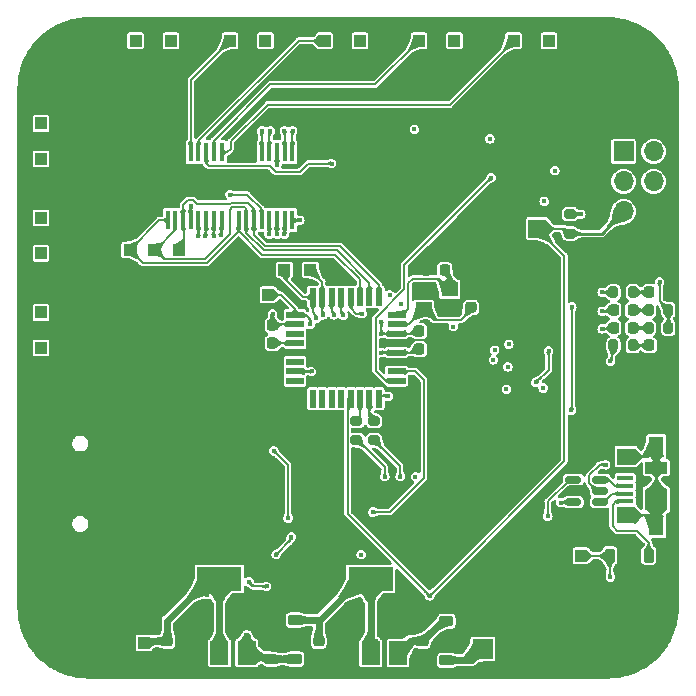
<source format=gbr>
%TF.GenerationSoftware,KiCad,Pcbnew,(7.0.0)*%
%TF.CreationDate,2024-01-17T09:10:33+05:30*%
%TF.ProjectId,Temperature Thing With Thermocouple,54656d70-6572-4617-9475-726520546869,rev?*%
%TF.SameCoordinates,Original*%
%TF.FileFunction,Copper,L1,Top*%
%TF.FilePolarity,Positive*%
%FSLAX46Y46*%
G04 Gerber Fmt 4.6, Leading zero omitted, Abs format (unit mm)*
G04 Created by KiCad (PCBNEW (7.0.0)) date 2024-01-17 09:10:33*
%MOMM*%
%LPD*%
G01*
G04 APERTURE LIST*
G04 Aperture macros list*
%AMRoundRect*
0 Rectangle with rounded corners*
0 $1 Rounding radius*
0 $2 $3 $4 $5 $6 $7 $8 $9 X,Y pos of 4 corners*
0 Add a 4 corners polygon primitive as box body*
4,1,4,$2,$3,$4,$5,$6,$7,$8,$9,$2,$3,0*
0 Add four circle primitives for the rounded corners*
1,1,$1+$1,$2,$3*
1,1,$1+$1,$4,$5*
1,1,$1+$1,$6,$7*
1,1,$1+$1,$8,$9*
0 Add four rect primitives between the rounded corners*
20,1,$1+$1,$2,$3,$4,$5,0*
20,1,$1+$1,$4,$5,$6,$7,0*
20,1,$1+$1,$6,$7,$8,$9,0*
20,1,$1+$1,$8,$9,$2,$3,0*%
G04 Aperture macros list end*
%TA.AperFunction,ComponentPad*%
%ADD10R,1.000000X1.000000*%
%TD*%
%TA.AperFunction,SMDPad,CuDef*%
%ADD11R,1.500000X2.000000*%
%TD*%
%TA.AperFunction,SMDPad,CuDef*%
%ADD12R,3.800000X2.000000*%
%TD*%
%TA.AperFunction,SMDPad,CuDef*%
%ADD13R,1.000000X1.000000*%
%TD*%
%TA.AperFunction,ComponentPad*%
%ADD14C,0.700000*%
%TD*%
%TA.AperFunction,ComponentPad*%
%ADD15C,4.400000*%
%TD*%
%TA.AperFunction,SMDPad,CuDef*%
%ADD16RoundRect,0.225000X0.375000X-0.225000X0.375000X0.225000X-0.375000X0.225000X-0.375000X-0.225000X0*%
%TD*%
%TA.AperFunction,SMDPad,CuDef*%
%ADD17RoundRect,0.218750X0.218750X0.256250X-0.218750X0.256250X-0.218750X-0.256250X0.218750X-0.256250X0*%
%TD*%
%TA.AperFunction,SMDPad,CuDef*%
%ADD18RoundRect,0.200000X0.275000X-0.200000X0.275000X0.200000X-0.275000X0.200000X-0.275000X-0.200000X0*%
%TD*%
%TA.AperFunction,SMDPad,CuDef*%
%ADD19RoundRect,0.225000X-0.250000X0.225000X-0.250000X-0.225000X0.250000X-0.225000X0.250000X0.225000X0*%
%TD*%
%TA.AperFunction,SMDPad,CuDef*%
%ADD20RoundRect,0.225000X-0.225000X-0.250000X0.225000X-0.250000X0.225000X0.250000X-0.225000X0.250000X0*%
%TD*%
%TA.AperFunction,SMDPad,CuDef*%
%ADD21R,0.450000X1.600000*%
%TD*%
%TA.AperFunction,SMDPad,CuDef*%
%ADD22RoundRect,0.200000X-0.200000X-0.275000X0.200000X-0.275000X0.200000X0.275000X-0.200000X0.275000X0*%
%TD*%
%TA.AperFunction,ComponentPad*%
%ADD23R,1.700000X1.700000*%
%TD*%
%TA.AperFunction,SMDPad,CuDef*%
%ADD24RoundRect,0.200000X0.200000X0.275000X-0.200000X0.275000X-0.200000X-0.275000X0.200000X-0.275000X0*%
%TD*%
%TA.AperFunction,SMDPad,CuDef*%
%ADD25RoundRect,0.200000X-0.275000X0.200000X-0.275000X-0.200000X0.275000X-0.200000X0.275000X0.200000X0*%
%TD*%
%TA.AperFunction,SMDPad,CuDef*%
%ADD26R,1.380000X0.450000*%
%TD*%
%TA.AperFunction,SMDPad,CuDef*%
%ADD27R,1.300000X1.650000*%
%TD*%
%TA.AperFunction,SMDPad,CuDef*%
%ADD28R,1.550000X1.425000*%
%TD*%
%TA.AperFunction,SMDPad,CuDef*%
%ADD29R,1.900000X1.800000*%
%TD*%
%TA.AperFunction,SMDPad,CuDef*%
%ADD30R,1.900000X1.000000*%
%TD*%
%TA.AperFunction,SMDPad,CuDef*%
%ADD31RoundRect,0.225000X0.250000X-0.225000X0.250000X0.225000X-0.250000X0.225000X-0.250000X-0.225000X0*%
%TD*%
%TA.AperFunction,SMDPad,CuDef*%
%ADD32R,1.500000X0.550000*%
%TD*%
%TA.AperFunction,SMDPad,CuDef*%
%ADD33R,0.550000X1.500000*%
%TD*%
%TA.AperFunction,SMDPad,CuDef*%
%ADD34RoundRect,0.218750X-0.218750X-0.256250X0.218750X-0.256250X0.218750X0.256250X-0.218750X0.256250X0*%
%TD*%
%TA.AperFunction,SMDPad,CuDef*%
%ADD35RoundRect,0.150000X-0.512500X-0.150000X0.512500X-0.150000X0.512500X0.150000X-0.512500X0.150000X0*%
%TD*%
%TA.AperFunction,SMDPad,CuDef*%
%ADD36R,1.500000X1.500000*%
%TD*%
%TA.AperFunction,ComponentPad*%
%ADD37O,1.700000X1.700000*%
%TD*%
%TA.AperFunction,SMDPad,CuDef*%
%ADD38R,1.400000X1.200000*%
%TD*%
%TA.AperFunction,SMDPad,CuDef*%
%ADD39RoundRect,0.225000X-0.375000X0.225000X-0.375000X-0.225000X0.375000X-0.225000X0.375000X0.225000X0*%
%TD*%
%TA.AperFunction,SMDPad,CuDef*%
%ADD40RoundRect,0.225000X-0.225000X-0.375000X0.225000X-0.375000X0.225000X0.375000X-0.225000X0.375000X0*%
%TD*%
%TA.AperFunction,SMDPad,CuDef*%
%ADD41RoundRect,0.225000X0.225000X0.250000X-0.225000X0.250000X-0.225000X-0.250000X0.225000X-0.250000X0*%
%TD*%
%TA.AperFunction,ViaPad*%
%ADD42C,0.400000*%
%TD*%
%TA.AperFunction,ViaPad*%
%ADD43C,0.600000*%
%TD*%
%TA.AperFunction,Conductor*%
%ADD44C,0.150000*%
%TD*%
%TA.AperFunction,Conductor*%
%ADD45C,0.600000*%
%TD*%
%TA.AperFunction,Conductor*%
%ADD46C,0.250000*%
%TD*%
G04 APERTURE END LIST*
D10*
%TO.P,J16,1,Pin_1*%
%TO.N,Net-(J16-Pin_1)*%
X148699999Y-70599999D03*
%TD*%
%TO.P,J7,1,Pin_1*%
%TO.N,Net-(J7-Pin_1)*%
X153699999Y-70599999D03*
%TD*%
%TO.P,J3,1,Pin_1*%
%TO.N,Net-(J3-Pin_1)*%
X121699999Y-93599999D03*
%TD*%
D11*
%TO.P,U10,1,GND*%
%TO.N,GND*%
X147299999Y-122449999D03*
%TO.P,U10,2,VO*%
%TO.N,Net-(D4-A)*%
X149599999Y-122449999D03*
D12*
X149599999Y-116149999D03*
D11*
%TO.P,U10,3,VI*%
%TO.N,Net-(D3-K)*%
X151899999Y-122449999D03*
%TD*%
D10*
%TO.P,J14,1,Pin_1*%
%TO.N,Net-(J14-Pin_1)*%
X140699999Y-70599999D03*
%TD*%
D13*
%TO.P,TP8,1,1*%
%TO.N,MAX_SCK*%
X140899999Y-92099999D03*
%TD*%
D14*
%TO.P,H2,1,1*%
%TO.N,GND*%
X169050000Y-73600000D03*
X169533274Y-72433274D03*
X169533274Y-74766726D03*
X170700000Y-71950000D03*
D15*
X170700000Y-73600000D03*
D14*
X170700000Y-75250000D03*
X171866726Y-72433274D03*
X171866726Y-74766726D03*
X172350000Y-73600000D03*
%TD*%
D16*
%TO.P,D4,1,K*%
%TO.N,+5V*%
X143200000Y-122950000D03*
%TO.P,D4,2,A*%
%TO.N,Net-(D4-A)*%
X143200000Y-119650000D03*
%TD*%
D17*
%TO.P,D1,1,K*%
%TO.N,GND*%
X174775000Y-96400000D03*
%TO.P,D1,2,A*%
%TO.N,Net-(D1-A)*%
X173200000Y-96400000D03*
%TD*%
D18*
%TO.P,R10,1*%
%TO.N,RX*%
X148400000Y-104425000D03*
%TO.P,R10,2*%
%TO.N,Net-(U6-PD0)*%
X148400000Y-102775000D03*
%TD*%
D13*
%TO.P,TP1,1,1*%
%TO.N,+3V3*%
X130399999Y-121599999D03*
%TD*%
D19*
%TO.P,C22,1*%
%TO.N,Net-(D4-A)*%
X145200000Y-121425000D03*
%TO.P,C22,2*%
%TO.N,GND*%
X145200000Y-122975000D03*
%TD*%
D10*
%TO.P,J9,1,Pin_1*%
%TO.N,Net-(J9-Pin_1)*%
X121699999Y-80599999D03*
%TD*%
D20*
%TO.P,C15,1*%
%TO.N,GND*%
X139725000Y-96200000D03*
%TO.P,C15,2*%
%TO.N,Net-(U6-AREF)*%
X141275000Y-96200000D03*
%TD*%
D10*
%TO.P,J6,1,Pin_1*%
%TO.N,Net-(J6-Pin_1)*%
X137699999Y-70599999D03*
%TD*%
%TO.P,J8,1,Pin_1*%
%TO.N,Net-(J8-Pin_1)*%
X145699999Y-70599999D03*
%TD*%
D21*
%TO.P,U4,1,X4*%
%TO.N,Net-(J5-Pin_1)*%
X136974999Y-80024999D03*
%TO.P,U4,2,X6*%
%TO.N,Net-(J7-Pin_1)*%
X136324999Y-80024999D03*
%TO.P,U4,3,X*%
%TO.N,T+MUX*%
X135674999Y-80024999D03*
%TO.P,U4,4,X7*%
%TO.N,Net-(J8-Pin_1)*%
X135024999Y-80024999D03*
%TO.P,U4,5,X5*%
%TO.N,Net-(J6-Pin_1)*%
X134374999Y-80024999D03*
%TO.P,U4,6,INH*%
%TO.N,GND*%
X133724999Y-80024999D03*
%TO.P,U4,7,VEE*%
X133074999Y-80024999D03*
%TO.P,U4,8,VSS*%
X132424999Y-80024999D03*
%TO.P,U4,9,C*%
%TO.N,MUX_C*%
X132424999Y-85774999D03*
%TO.P,U4,10,B*%
%TO.N,MUX_B*%
X133074999Y-85774999D03*
%TO.P,U4,11,A*%
%TO.N,MUX_A*%
X133724999Y-85774999D03*
%TO.P,U4,12,X3*%
%TO.N,Net-(J4-Pin_1)*%
X134374999Y-85774999D03*
%TO.P,U4,13,X0*%
%TO.N,Net-(J1-Pin_1)*%
X135024999Y-85774999D03*
%TO.P,U4,14,X1*%
%TO.N,Net-(J2-Pin_1)*%
X135674999Y-85774999D03*
%TO.P,U4,15,X2*%
%TO.N,Net-(J3-Pin_1)*%
X136324999Y-85774999D03*
%TO.P,U4,16,VDD*%
%TO.N,+5V*%
X136974999Y-85774999D03*
%TD*%
D22*
%TO.P,R15,1*%
%TO.N,+5V*%
X170162500Y-91900000D03*
%TO.P,R15,2*%
%TO.N,Net-(D5-A)*%
X171812500Y-91900000D03*
%TD*%
D19*
%TO.P,C17,1*%
%TO.N,GND*%
X158100000Y-91625000D03*
%TO.P,C17,2*%
%TO.N,Net-(U6-PB6)*%
X158100000Y-93175000D03*
%TD*%
D10*
%TO.P,J4,1,Pin_1*%
%TO.N,Net-(J4-Pin_1)*%
X129699999Y-70599999D03*
%TD*%
D23*
%TO.P,J18,1,Pin_1*%
%TO.N,BATT+*%
X159099999Y-122099999D03*
%TD*%
D13*
%TO.P,TP10,1,1*%
%TO.N,MUX_C*%
X129199999Y-88299999D03*
%TD*%
D24*
%TO.P,R12,1*%
%TO.N,Net-(D1-A)*%
X171812500Y-96400000D03*
%TO.P,R12,2*%
%TO.N,LED*%
X170162500Y-96400000D03*
%TD*%
D25*
%TO.P,R16,1*%
%TO.N,+5V*%
X166500000Y-85275000D03*
%TO.P,R16,2*%
%TO.N,RESET*%
X166500000Y-86925000D03*
%TD*%
D10*
%TO.P,J15,1,Pin_1*%
%TO.N,Net-(J15-Pin_1)*%
X156699999Y-70599999D03*
%TD*%
D26*
%TO.P,J20,1,VBUS*%
%TO.N,+5VA*%
X171139999Y-109599999D03*
%TO.P,J20,2,D-*%
%TO.N,UD- (CONN)*%
X171139999Y-108949999D03*
%TO.P,J20,3,D+*%
%TO.N,UD+ (CONN)*%
X171139999Y-108299999D03*
%TO.P,J20,4,ID*%
%TO.N,unconnected-(J20-ID-Pad4)*%
X171139999Y-107649999D03*
%TO.P,J20,5,GND*%
%TO.N,GND*%
X171139999Y-106999999D03*
D27*
%TO.P,J20,6,Shield*%
%TO.N,unconnected-(J20-Shield-Pad6)*%
X173799999Y-111674999D03*
D28*
X171224999Y-110787499D03*
D29*
X173799999Y-109449999D03*
D30*
X173799999Y-106749999D03*
D28*
X171224999Y-105812499D03*
D27*
X173799999Y-104924999D03*
%TD*%
D31*
%TO.P,C19,1*%
%TO.N,+5V*%
X141200000Y-122975000D03*
%TO.P,C19,2*%
%TO.N,GND*%
X141200000Y-121425000D03*
%TD*%
D13*
%TO.P,TP4,1,1*%
%TO.N,MAX_SDO*%
X142299999Y-89999999D03*
%TD*%
D14*
%TO.P,H1,1,1*%
%TO.N,GND*%
X123050000Y-73600000D03*
X123533274Y-72433274D03*
X123533274Y-74766726D03*
X124700000Y-71950000D03*
D15*
X124700000Y-73600000D03*
D14*
X124700000Y-75250000D03*
X125866726Y-72433274D03*
X125866726Y-74766726D03*
X126350000Y-73600000D03*
%TD*%
D32*
%TO.P,U6,1,PD3*%
%TO.N,MAX_FAULT*%
X151799999Y-99399999D03*
%TO.P,U6,2,PD4*%
%TO.N,SD_CD*%
X151799999Y-98599999D03*
%TO.P,U6,3,GND*%
%TO.N,GND*%
X151799999Y-97799999D03*
%TO.P,U6,4,VCC*%
%TO.N,+5V*%
X151799999Y-96999999D03*
%TO.P,U6,5,GND*%
%TO.N,GND*%
X151799999Y-96199999D03*
%TO.P,U6,6,VCC*%
%TO.N,+5V*%
X151799999Y-95399999D03*
%TO.P,U6,7,PB6*%
%TO.N,Net-(U6-PB6)*%
X151799999Y-94599999D03*
%TO.P,U6,8,PB7*%
%TO.N,Net-(U6-PB7)*%
X151799999Y-93799999D03*
D33*
%TO.P,U6,9,PD5*%
%TO.N,MUX_A*%
X150299999Y-92299999D03*
%TO.P,U6,10,PD6*%
%TO.N,MUX_B*%
X149499999Y-92299999D03*
%TO.P,U6,11,PD7*%
%TO.N,MUX_C*%
X148699999Y-92299999D03*
%TO.P,U6,12,PB0*%
%TO.N,MAX_CS*%
X147899999Y-92299999D03*
%TO.P,U6,13,PB1*%
%TO.N,LED*%
X147099999Y-92299999D03*
%TO.P,U6,14,PB2*%
%TO.N,SD_CS*%
X146299999Y-92299999D03*
%TO.P,U6,15,PB3*%
%TO.N,MAX_SDI*%
X145499999Y-92299999D03*
%TO.P,U6,16,PB4*%
%TO.N,MAX_SDO*%
X144699999Y-92299999D03*
D32*
%TO.P,U6,17,PB5*%
%TO.N,MAX_SCK*%
X143199999Y-93799999D03*
%TO.P,U6,18,AVCC*%
%TO.N,+5V*%
X143199999Y-94599999D03*
%TO.P,U6,19,ADC6*%
%TO.N,unconnected-(U6-ADC6-Pad19)*%
X143199999Y-95399999D03*
%TO.P,U6,20,AREF*%
%TO.N,Net-(U6-AREF)*%
X143199999Y-96199999D03*
%TO.P,U6,21,GND*%
%TO.N,GND*%
X143199999Y-96999999D03*
%TO.P,U6,22,ADC7*%
%TO.N,unconnected-(U6-ADC7-Pad22)*%
X143199999Y-97799999D03*
%TO.P,U6,23,PC0*%
%TO.N,OE*%
X143199999Y-98599999D03*
%TO.P,U6,24,PC1*%
%TO.N,unconnected-(U6-PC1-Pad24)*%
X143199999Y-99399999D03*
D33*
%TO.P,U6,25,PC2*%
%TO.N,unconnected-(U6-PC2-Pad25)*%
X144699999Y-100899999D03*
%TO.P,U6,26,PC3*%
%TO.N,unconnected-(U6-PC3-Pad26)*%
X145499999Y-100899999D03*
%TO.P,U6,27,PC4*%
%TO.N,unconnected-(U6-PC4-Pad27)*%
X146299999Y-100899999D03*
%TO.P,U6,28,PC5*%
%TO.N,unconnected-(U6-PC5-Pad28)*%
X147099999Y-100899999D03*
%TO.P,U6,29,PC6/~{RESET}*%
%TO.N,RESET*%
X147899999Y-100899999D03*
%TO.P,U6,30,PD0*%
%TO.N,Net-(U6-PD0)*%
X148699999Y-100899999D03*
%TO.P,U6,31,PD1*%
%TO.N,Net-(U6-PD1)*%
X149499999Y-100899999D03*
%TO.P,U6,32,PD2*%
%TO.N,MAX_DRDY*%
X150299999Y-100899999D03*
%TD*%
D10*
%TO.P,J12,1,Pin_1*%
%TO.N,Net-(J12-Pin_1)*%
X132699999Y-70599999D03*
%TD*%
D34*
%TO.P,D7,1,K*%
%TO.N,RX*%
X170200000Y-94900000D03*
%TO.P,D7,2,A*%
%TO.N,Net-(D7-A)*%
X171775000Y-94900000D03*
%TD*%
D10*
%TO.P,J10,1,Pin_1*%
%TO.N,Net-(J10-Pin_1)*%
X121699999Y-88599999D03*
%TD*%
D20*
%TO.P,C13,1*%
%TO.N,GND*%
X139725000Y-94700000D03*
%TO.P,C13,2*%
%TO.N,+5V*%
X141275000Y-94700000D03*
%TD*%
D19*
%TO.P,C21,1*%
%TO.N,Net-(D3-K)*%
X154000000Y-121425000D03*
%TO.P,C21,2*%
%TO.N,GND*%
X154000000Y-122975000D03*
%TD*%
D10*
%TO.P,J5,1,Pin_1*%
%TO.N,Net-(J5-Pin_1)*%
X161699999Y-70599999D03*
%TD*%
D35*
%TO.P,U9,1,I/O1*%
%TO.N,UD+*%
X166762500Y-107750000D03*
%TO.P,U9,2,GND*%
%TO.N,GND*%
X166762500Y-108700000D03*
%TO.P,U9,3,I/O2*%
%TO.N,UD-*%
X166762500Y-109650000D03*
%TO.P,U9,4,I/O2*%
%TO.N,UD- (CONN)*%
X169037500Y-109650000D03*
%TO.P,U9,5,VBUS*%
%TO.N,+5V*%
X169037500Y-108700000D03*
%TO.P,U9,6,I/O1*%
%TO.N,UD+ (CONN)*%
X169037500Y-107750000D03*
%TD*%
D36*
%TO.P,SW1,1,1*%
%TO.N,GND*%
X163699999Y-78699999D03*
%TO.P,SW1,2,2*%
%TO.N,RESET*%
X163699999Y-86499999D03*
%TD*%
D24*
%TO.P,R13,1*%
%TO.N,+5V*%
X174812500Y-93400000D03*
%TO.P,R13,2*%
%TO.N,Net-(D6-A)*%
X173162500Y-93400000D03*
%TD*%
D23*
%TO.P,J17,1,Pin_1*%
%TO.N,MAX_SDO*%
X171024999Y-79974999D03*
D37*
%TO.P,J17,2,Pin_2*%
%TO.N,+5V*%
X173564999Y-79974999D03*
%TO.P,J17,3,Pin_3*%
%TO.N,MAX_SCK*%
X171024999Y-82514999D03*
%TO.P,J17,4,Pin_4*%
%TO.N,MAX_SDI*%
X173564999Y-82514999D03*
%TO.P,J17,5,Pin_5*%
%TO.N,RESET*%
X171024999Y-85054999D03*
%TO.P,J17,6,Pin_6*%
%TO.N,GND*%
X173564999Y-85054999D03*
%TD*%
D19*
%TO.P,C20,1*%
%TO.N,+3V3*%
X132400000Y-121425000D03*
%TO.P,C20,2*%
%TO.N,GND*%
X132400000Y-122975000D03*
%TD*%
D18*
%TO.P,R11,1*%
%TO.N,TX*%
X149900000Y-104425000D03*
%TO.P,R11,2*%
%TO.N,Net-(U6-PD1)*%
X149900000Y-102775000D03*
%TD*%
D13*
%TO.P,TP14,1,1*%
%TO.N,GND*%
X162799999Y-116999999D03*
%TD*%
D34*
%TO.P,D6,1,K*%
%TO.N,TX*%
X170200000Y-93400000D03*
%TO.P,D6,2,A*%
%TO.N,Net-(D6-A)*%
X171775000Y-93400000D03*
%TD*%
D17*
%TO.P,D5,1,K*%
%TO.N,GND*%
X174775000Y-91900000D03*
%TO.P,D5,2,A*%
%TO.N,Net-(D5-A)*%
X173200000Y-91900000D03*
%TD*%
D11*
%TO.P,U7,1,GND*%
%TO.N,GND*%
X134499999Y-122449999D03*
%TO.P,U7,2,VO*%
%TO.N,+3V3*%
X136799999Y-122449999D03*
D12*
X136799999Y-116149999D03*
D11*
%TO.P,U7,3,VI*%
%TO.N,+5V*%
X139099999Y-122449999D03*
%TD*%
D13*
%TO.P,TP3,1,1*%
%TO.N,+5V*%
X167399999Y-114199999D03*
%TD*%
%TO.P,TP11,1,1*%
%TO.N,MUX_B*%
X131299999Y-88299999D03*
%TD*%
D38*
%TO.P,Y2,1,1*%
%TO.N,Net-(U6-PB6)*%
X154099999Y-93349999D03*
%TO.P,Y2,2,2*%
%TO.N,GND*%
X156299999Y-93349999D03*
%TO.P,Y2,3,3*%
%TO.N,Net-(U6-PB7)*%
X156299999Y-91649999D03*
%TO.P,Y2,4,4*%
%TO.N,GND*%
X154099999Y-91649999D03*
%TD*%
D39*
%TO.P,D3,1,K*%
%TO.N,Net-(D3-K)*%
X156000000Y-119750000D03*
%TO.P,D3,2,A*%
%TO.N,BATT+*%
X156000000Y-123050000D03*
%TD*%
D10*
%TO.P,J11,1,Pin_1*%
%TO.N,Net-(J11-Pin_1)*%
X121699999Y-96599999D03*
%TD*%
%TO.P,J1,1,Pin_1*%
%TO.N,Net-(J1-Pin_1)*%
X121699999Y-77599999D03*
%TD*%
D21*
%TO.P,U8,1,X4*%
%TO.N,Net-(J13-Pin_1)*%
X142974999Y-80024999D03*
%TO.P,U8,2,X6*%
%TO.N,Net-(J15-Pin_1)*%
X142324999Y-80024999D03*
%TO.P,U8,3,X*%
%TO.N,T-MUX*%
X141674999Y-80024999D03*
%TO.P,U8,4,X7*%
%TO.N,Net-(J16-Pin_1)*%
X141024999Y-80024999D03*
%TO.P,U8,5,X5*%
%TO.N,Net-(J14-Pin_1)*%
X140374999Y-80024999D03*
%TO.P,U8,6,INH*%
%TO.N,GND*%
X139724999Y-80024999D03*
%TO.P,U8,7,VEE*%
X139074999Y-80024999D03*
%TO.P,U8,8,VSS*%
X138424999Y-80024999D03*
%TO.P,U8,9,C*%
%TO.N,MUX_C*%
X138424999Y-85774999D03*
%TO.P,U8,10,B*%
%TO.N,MUX_B*%
X139074999Y-85774999D03*
%TO.P,U8,11,A*%
%TO.N,MUX_A*%
X139724999Y-85774999D03*
%TO.P,U8,12,X3*%
%TO.N,Net-(J12-Pin_1)*%
X140374999Y-85774999D03*
%TO.P,U8,13,X0*%
%TO.N,Net-(J9-Pin_1)*%
X141024999Y-85774999D03*
%TO.P,U8,14,X1*%
%TO.N,Net-(J10-Pin_1)*%
X141674999Y-85774999D03*
%TO.P,U8,15,X2*%
%TO.N,Net-(J11-Pin_1)*%
X142324999Y-85774999D03*
%TO.P,U8,16,VDD*%
%TO.N,+5V*%
X142974999Y-85774999D03*
%TD*%
D20*
%TO.P,C18,1*%
%TO.N,GND*%
X154325000Y-90000000D03*
%TO.P,C18,2*%
%TO.N,Net-(U6-PB7)*%
X155875000Y-90000000D03*
%TD*%
D10*
%TO.P,J2,1,Pin_1*%
%TO.N,Net-(J2-Pin_1)*%
X121699999Y-85599999D03*
%TD*%
D24*
%TO.P,R14,1*%
%TO.N,+5V*%
X174812500Y-94900000D03*
%TO.P,R14,2*%
%TO.N,Net-(D7-A)*%
X173162500Y-94900000D03*
%TD*%
D13*
%TO.P,TP12,1,1*%
%TO.N,MUX_A*%
X133399999Y-88299999D03*
%TD*%
D40*
%TO.P,D2,1,K*%
%TO.N,+5V*%
X169850000Y-114200000D03*
%TO.P,D2,2,A*%
%TO.N,+5VA*%
X173150000Y-114200000D03*
%TD*%
D14*
%TO.P,H4,1,1*%
%TO.N,GND*%
X123050000Y-119600000D03*
X123533274Y-118433274D03*
X123533274Y-120766726D03*
X124700000Y-117950000D03*
D15*
X124700000Y-119600000D03*
D14*
X124700000Y-121250000D03*
X125866726Y-118433274D03*
X125866726Y-120766726D03*
X126350000Y-119600000D03*
%TD*%
D41*
%TO.P,C12,1*%
%TO.N,GND*%
X155275000Y-95200000D03*
%TO.P,C12,2*%
%TO.N,+5V*%
X153725000Y-95200000D03*
%TD*%
D13*
%TO.P,TP2,1,1*%
%TO.N,MAX_SDI*%
X144499999Y-89999999D03*
%TD*%
D14*
%TO.P,H3,1,1*%
%TO.N,GND*%
X169050000Y-119600000D03*
X169533274Y-118433274D03*
X169533274Y-120766726D03*
X170700000Y-117950000D03*
D15*
X170700000Y-119600000D03*
D14*
X170700000Y-121250000D03*
X171866726Y-118433274D03*
X171866726Y-120766726D03*
X172350000Y-119600000D03*
%TD*%
D10*
%TO.P,J13,1,Pin_1*%
%TO.N,Net-(J13-Pin_1)*%
X164699999Y-70599999D03*
%TD*%
D23*
%TO.P,J19,1,Pin_1*%
%TO.N,GND*%
X162799999Y-122099999D03*
%TD*%
D41*
%TO.P,C14,1*%
%TO.N,GND*%
X155275000Y-96700000D03*
%TO.P,C14,2*%
%TO.N,+5V*%
X153725000Y-96700000D03*
%TD*%
D42*
%TO.N,+3V3*%
X165200000Y-81600000D03*
X142900000Y-112600000D03*
X135750000Y-117500000D03*
X164300000Y-84200000D03*
X153300000Y-78100000D03*
X160100000Y-96800000D03*
X159700000Y-78900000D03*
X141600000Y-114100000D03*
%TO.N,GND*%
X128300000Y-111000000D03*
X126500000Y-112800000D03*
X160250000Y-90300000D03*
X130700000Y-109800000D03*
X122900000Y-114600000D03*
X135800000Y-83300000D03*
X157800000Y-87900000D03*
X129100000Y-86500000D03*
X171700000Y-99500000D03*
X135200000Y-83300000D03*
X133300000Y-75150000D03*
X130900000Y-76950000D03*
X128900000Y-100800000D03*
X165700000Y-122200000D03*
X127100000Y-111000000D03*
X166900000Y-118000000D03*
X146650000Y-104250000D03*
X127700000Y-114000000D03*
X127300000Y-84750000D03*
X131300000Y-106200000D03*
X133700000Y-103800000D03*
X138500000Y-82300000D03*
X134300000Y-108600000D03*
X125900000Y-105600000D03*
X156300000Y-112500000D03*
X161500000Y-86700000D03*
X122300000Y-109800000D03*
X124100000Y-109800000D03*
X138550000Y-98500000D03*
X166300000Y-119200000D03*
X135500000Y-102600000D03*
X131900000Y-106800000D03*
X132500000Y-109200000D03*
X129500000Y-106800000D03*
X158400000Y-89100000D03*
X143050000Y-102450000D03*
X165800000Y-77300000D03*
X131300000Y-111600000D03*
X160250000Y-92100000D03*
X123500000Y-101400000D03*
X163400000Y-77300000D03*
X146050000Y-103650000D03*
X174700000Y-87800000D03*
X159700000Y-81000000D03*
X139800000Y-102200000D03*
X150300000Y-112500000D03*
X139750000Y-99700000D03*
X159600000Y-87300000D03*
X170250000Y-90800000D03*
X129700000Y-82950000D03*
X141850000Y-104850000D03*
X138550000Y-99700000D03*
X126500000Y-103200000D03*
X165800000Y-76100000D03*
X131300000Y-103200000D03*
X130100000Y-103800000D03*
X134400000Y-121050000D03*
X139750000Y-99100000D03*
X131900000Y-108000000D03*
X146650000Y-104850000D03*
X126500000Y-100800000D03*
X131900000Y-102000000D03*
X166900000Y-123400000D03*
X130100000Y-112800000D03*
X124700000Y-114000000D03*
X146900000Y-97900000D03*
X159700000Y-79800000D03*
X122300000Y-110400000D03*
X174100000Y-100700000D03*
X128300000Y-112800000D03*
X149400000Y-87100000D03*
X125900000Y-112200000D03*
X140950000Y-98500000D03*
X166400000Y-76700000D03*
X121700000Y-104400000D03*
X130100000Y-108600000D03*
X128500000Y-81750000D03*
X129100000Y-83550000D03*
X150900000Y-117550000D03*
X174700000Y-100100000D03*
X174700000Y-88400000D03*
X141700000Y-109700000D03*
X141550000Y-99700000D03*
X133100000Y-105600000D03*
X167500000Y-119200000D03*
X157800000Y-84900000D03*
X127100000Y-100800000D03*
X172200000Y-114500000D03*
X157300000Y-82800000D03*
X137950000Y-120350000D03*
X164000000Y-76700000D03*
X142100000Y-82300000D03*
X129500000Y-114000000D03*
X160250000Y-86100000D03*
X157800000Y-87300000D03*
X130700000Y-105600000D03*
X148800000Y-87700000D03*
X156300000Y-120700000D03*
X124100000Y-100800000D03*
X138600000Y-119650000D03*
X132100000Y-77550000D03*
X132500000Y-100800000D03*
X139100000Y-82300000D03*
X132500000Y-105000000D03*
X165100000Y-124000000D03*
X133700000Y-106200000D03*
X159600000Y-89700000D03*
X139150000Y-97900000D03*
X150900000Y-119500000D03*
X121700000Y-105600000D03*
X133100000Y-104400000D03*
X129500000Y-113400000D03*
X127900000Y-81750000D03*
X154200000Y-86500000D03*
X129100000Y-82950000D03*
X141550000Y-97300000D03*
X166300000Y-121600000D03*
X124700000Y-109200000D03*
X132500000Y-103200000D03*
X148100000Y-99100000D03*
X133700000Y-105600000D03*
X160900000Y-90850000D03*
X131500000Y-77550000D03*
X153600000Y-84100000D03*
X148700000Y-99100000D03*
X172300000Y-98900000D03*
X140950000Y-97300000D03*
X126500000Y-106200000D03*
X158400000Y-86100000D03*
X158500000Y-81600000D03*
X164000000Y-76100000D03*
X153000000Y-88300000D03*
X161500000Y-89100000D03*
X126100000Y-83550000D03*
X157800000Y-88500000D03*
X130900000Y-74550000D03*
X130100000Y-106800000D03*
X165700000Y-123400000D03*
X124700000Y-113400000D03*
X166300000Y-124000000D03*
X124100000Y-104400000D03*
X134300000Y-102000000D03*
X166300000Y-116200000D03*
X159000000Y-84900000D03*
X148100000Y-98500000D03*
X127300000Y-82950000D03*
X131900000Y-106200000D03*
X122900000Y-113400000D03*
X150300000Y-120900000D03*
X146900000Y-96100000D03*
X150600000Y-87700000D03*
X133900000Y-76950000D03*
X123500000Y-112800000D03*
X155700000Y-122100000D03*
X172900000Y-101900000D03*
X171700000Y-101900000D03*
X129500000Y-112800000D03*
X150300000Y-111900000D03*
X128300000Y-104400000D03*
X133700000Y-102600000D03*
X157800000Y-89100000D03*
X171500000Y-114500000D03*
X127100000Y-109800000D03*
X127700000Y-102600000D03*
X125900000Y-108600000D03*
X140300000Y-82300000D03*
X122300000Y-113400000D03*
X145100000Y-97300000D03*
X125300000Y-113400000D03*
X171450000Y-89000000D03*
X123700000Y-81750000D03*
X152650000Y-119500000D03*
X167500000Y-122200000D03*
X153000000Y-85900000D03*
X172900000Y-90200000D03*
X126500000Y-113400000D03*
X132700000Y-75750000D03*
X126500000Y-109800000D03*
X159600000Y-93250000D03*
X127900000Y-85950000D03*
X139150000Y-99100000D03*
X152050000Y-120900000D03*
X170500000Y-101300000D03*
X136400000Y-83300000D03*
X172900000Y-103100000D03*
X124300000Y-83550000D03*
X130100000Y-102000000D03*
X140900000Y-84100000D03*
X160250000Y-92700000D03*
X165700000Y-118600000D03*
X139150000Y-99700000D03*
X131300000Y-108000000D03*
X128300000Y-102600000D03*
X157200000Y-86700000D03*
X148100000Y-97900000D03*
X133300000Y-74550000D03*
X125300000Y-107400000D03*
X130900000Y-75750000D03*
X133900000Y-76350000D03*
X166400000Y-75500000D03*
X139800000Y-120350000D03*
X151450000Y-118150000D03*
X166900000Y-122800000D03*
X132500000Y-101400000D03*
X124100000Y-112200000D03*
X152050000Y-117550000D03*
X140950000Y-99700000D03*
X132100000Y-78750000D03*
X140950000Y-97900000D03*
X125300000Y-114600000D03*
X138550000Y-97900000D03*
X128500000Y-85950000D03*
X127100000Y-112200000D03*
X170500000Y-98300000D03*
X161500000Y-87900000D03*
X161600000Y-77300000D03*
X129500000Y-107400000D03*
X124700000Y-114600000D03*
X171700000Y-103900000D03*
X124700000Y-106800000D03*
X167000000Y-77300000D03*
X173500000Y-97700000D03*
X131500000Y-75750000D03*
X138550000Y-100900000D03*
X127700000Y-106800000D03*
X165100000Y-116200000D03*
X145700000Y-96700000D03*
X157200000Y-89700000D03*
X158500000Y-79200000D03*
X165200000Y-76700000D03*
X171700000Y-98300000D03*
X121700000Y-111600000D03*
X130100000Y-101400000D03*
X147450000Y-118900000D03*
X131500000Y-76950000D03*
X130300000Y-85350000D03*
X132700000Y-78750000D03*
X173500000Y-100100000D03*
X130100000Y-114600000D03*
X148600000Y-120300000D03*
X165200000Y-77300000D03*
X145100000Y-96700000D03*
X157900000Y-79200000D03*
X130700000Y-108600000D03*
X141850000Y-102450000D03*
X166900000Y-116800000D03*
X128900000Y-103200000D03*
X171500000Y-113900000D03*
X145700000Y-94900000D03*
X123500000Y-105000000D03*
X140300000Y-84100000D03*
X124900000Y-84100000D03*
X158500000Y-81000000D03*
X126500000Y-104400000D03*
X150900000Y-118150000D03*
X128900000Y-106800000D03*
X171100000Y-100700000D03*
X141500000Y-82900000D03*
X127700000Y-102000000D03*
X128900000Y-105000000D03*
X146050000Y-104850000D03*
X174700000Y-90800000D03*
X162200000Y-77300000D03*
X167500000Y-117400000D03*
X165700000Y-121600000D03*
X127700000Y-112800000D03*
X128500000Y-87050000D03*
X141850000Y-103650000D03*
X145100000Y-95500000D03*
X135600000Y-119000000D03*
X159100000Y-81000000D03*
X134900000Y-104400000D03*
X122300000Y-112800000D03*
X142450000Y-102450000D03*
X130300000Y-83550000D03*
X128300000Y-109200000D03*
X174100000Y-101900000D03*
X153600000Y-87100000D03*
X167500000Y-122800000D03*
X164600000Y-77300000D03*
X131300000Y-106800000D03*
X160250000Y-87900000D03*
X153000000Y-84100000D03*
X128900000Y-109200000D03*
X165700000Y-118000000D03*
X124900000Y-83550000D03*
X128300000Y-114000000D03*
X159700000Y-80400000D03*
X130700000Y-111000000D03*
X133400000Y-83300000D03*
X149400000Y-85300000D03*
X131300000Y-104400000D03*
X153900000Y-112500000D03*
X125900000Y-111000000D03*
X140900000Y-82900000D03*
X172350000Y-107050000D03*
X149700000Y-111900000D03*
X141550000Y-97900000D03*
X129700000Y-84150000D03*
X130300000Y-76350000D03*
X167500000Y-116800000D03*
X123500000Y-111000000D03*
X125900000Y-109800000D03*
X172900000Y-101300000D03*
X121700000Y-114600000D03*
X127900000Y-86500000D03*
X132700000Y-76350000D03*
X133100000Y-106800000D03*
X132500000Y-105600000D03*
X122300000Y-108000000D03*
X165200000Y-74900000D03*
X174100000Y-99500000D03*
X128900000Y-111000000D03*
X124100000Y-102000000D03*
X142450000Y-103650000D03*
X134300000Y-106200000D03*
X134900000Y-106200000D03*
X125900000Y-108000000D03*
X155700000Y-121400000D03*
X129500000Y-104400000D03*
X129500000Y-103200000D03*
X124100000Y-105600000D03*
X144850000Y-104850000D03*
X151200000Y-86500000D03*
X131900000Y-114600000D03*
X123500000Y-114000000D03*
X174700000Y-102500000D03*
X172900000Y-98900000D03*
X126700000Y-85900000D03*
X134900000Y-103800000D03*
X122900000Y-106800000D03*
X149300000Y-97300000D03*
X125500000Y-85900000D03*
X139150000Y-100300000D03*
X126500000Y-111000000D03*
X140350000Y-99100000D03*
X132500000Y-112800000D03*
X148100000Y-96100000D03*
X127100000Y-110400000D03*
X139200000Y-119000000D03*
X153000000Y-84700000D03*
X157900000Y-82800000D03*
X151800000Y-86500000D03*
X128500000Y-85350000D03*
X122900000Y-114000000D03*
X158500000Y-82800000D03*
X151800000Y-87100000D03*
X125900000Y-112800000D03*
X126700000Y-84100000D03*
X133700000Y-104400000D03*
X165800000Y-76700000D03*
X160250000Y-87300000D03*
X162200000Y-75500000D03*
X130100000Y-109800000D03*
X173500000Y-99500000D03*
X157300000Y-82200000D03*
X126500000Y-114600000D03*
X132100000Y-75750000D03*
X122900000Y-107400000D03*
X124700000Y-107400000D03*
X131300000Y-112200000D03*
X130100000Y-111000000D03*
X154200000Y-85900000D03*
X174700000Y-101300000D03*
X163400000Y-76100000D03*
X130300000Y-85950000D03*
X122900000Y-101400000D03*
X171700000Y-103100000D03*
X126500000Y-111600000D03*
X144250000Y-102450000D03*
X160900000Y-91450000D03*
X166300000Y-118600000D03*
X123500000Y-102600000D03*
X140900000Y-82300000D03*
X128300000Y-112200000D03*
X163400000Y-75500000D03*
X124700000Y-103800000D03*
X131900000Y-112800000D03*
X134600000Y-83300000D03*
X130700000Y-114600000D03*
X148800000Y-87100000D03*
X157500000Y-112500000D03*
X146050000Y-102450000D03*
X125900000Y-114600000D03*
X130900000Y-84750000D03*
X147500000Y-96700000D03*
X150000000Y-84700000D03*
X127100000Y-111600000D03*
X130700000Y-100800000D03*
X126700000Y-84700000D03*
X146900000Y-98500000D03*
X157800000Y-85500000D03*
X160250000Y-86700000D03*
X154200000Y-84700000D03*
X152400000Y-86500000D03*
X173500000Y-87800000D03*
X134900000Y-102600000D03*
X174100000Y-89000000D03*
X146900000Y-96700000D03*
X148800000Y-84700000D03*
X121700000Y-103800000D03*
X172900000Y-100700000D03*
X131500000Y-78750000D03*
X130700000Y-106200000D03*
X124900000Y-82950000D03*
X128300000Y-100800000D03*
X166400000Y-76100000D03*
X134900000Y-107400000D03*
X125500000Y-82950000D03*
X146850000Y-119600000D03*
X143050000Y-103650000D03*
X171100000Y-97700000D03*
X167500000Y-118600000D03*
X134000000Y-82700000D03*
X124100000Y-109200000D03*
X159000000Y-86100000D03*
X129100000Y-85350000D03*
X139700000Y-114500000D03*
X127700000Y-111000000D03*
X126100000Y-82950000D03*
X129100000Y-82350000D03*
X131300000Y-105000000D03*
X121700000Y-111000000D03*
X125300000Y-102000000D03*
X123700000Y-82950000D03*
X128900000Y-113400000D03*
X130100000Y-111600000D03*
X174100000Y-98900000D03*
X166900000Y-124000000D03*
X128900000Y-107400000D03*
X133900000Y-75150000D03*
X135800000Y-82100000D03*
X131900000Y-109200000D03*
X137000000Y-82100000D03*
X129500000Y-114600000D03*
X160900000Y-89100000D03*
X147500000Y-97300000D03*
X147500000Y-98500000D03*
X127100000Y-108000000D03*
X151800000Y-84100000D03*
X159600000Y-91450000D03*
X171100000Y-103100000D03*
X122900000Y-112800000D03*
X126700000Y-83550000D03*
X174100000Y-102500000D03*
X151200000Y-85900000D03*
X126100000Y-85300000D03*
X153000000Y-86500000D03*
X129500000Y-105000000D03*
X130300000Y-75750000D03*
X142450000Y-104850000D03*
X165100000Y-120400000D03*
X125900000Y-103200000D03*
X161500000Y-88500000D03*
X161600000Y-75500000D03*
X139700000Y-82300000D03*
X128900000Y-101400000D03*
X140300000Y-81700000D03*
X166300000Y-122800000D03*
X128900000Y-102600000D03*
X157800000Y-86700000D03*
X173500000Y-101300000D03*
X159600000Y-90850000D03*
X131900000Y-113400000D03*
X161500000Y-89700000D03*
X156300000Y-121400000D03*
X148800000Y-88300000D03*
X133700000Y-103200000D03*
X145700000Y-97300000D03*
X130100000Y-103200000D03*
X130700000Y-107400000D03*
X132500000Y-106800000D03*
X126500000Y-102000000D03*
X157300000Y-78600000D03*
X127700000Y-103800000D03*
X131900000Y-102600000D03*
X124100000Y-108000000D03*
X126100000Y-81750000D03*
X150600000Y-87100000D03*
X173500000Y-89600000D03*
X142700000Y-82900000D03*
X124100000Y-105000000D03*
X150000000Y-86500000D03*
X127700000Y-107400000D03*
X128300000Y-111600000D03*
X134400000Y-120350000D03*
X122300000Y-109200000D03*
X161500000Y-90850000D03*
X172300000Y-100700000D03*
X165100000Y-121600000D03*
X134300000Y-107400000D03*
X121700000Y-108000000D03*
X146300000Y-98500000D03*
X122300000Y-103200000D03*
X131300000Y-105600000D03*
X145100000Y-96100000D03*
X126700000Y-81750000D03*
X161500000Y-90300000D03*
X174700000Y-101900000D03*
X145700000Y-97900000D03*
X148700000Y-97300000D03*
X132700000Y-76950000D03*
X172350000Y-108250000D03*
X139200000Y-118400000D03*
X124900000Y-85300000D03*
X149400000Y-86500000D03*
X125300000Y-109800000D03*
X124100000Y-114000000D03*
X158500000Y-78600000D03*
X158100000Y-112500000D03*
X122900000Y-103800000D03*
X138600000Y-119000000D03*
X126700000Y-86500000D03*
X139700000Y-83500000D03*
X166900000Y-122200000D03*
X146050000Y-103050000D03*
X140950000Y-100300000D03*
X159100000Y-81600000D03*
X133100000Y-107400000D03*
X171100000Y-99500000D03*
X133100000Y-103200000D03*
X162200000Y-76700000D03*
X131900000Y-103800000D03*
X150000000Y-87700000D03*
X166900000Y-117400000D03*
X127100000Y-103800000D03*
X126700000Y-82950000D03*
X126500000Y-108000000D03*
X173500000Y-101900000D03*
X128300000Y-108600000D03*
X122900000Y-105000000D03*
X165800000Y-75500000D03*
X148700000Y-96700000D03*
X147500000Y-96100000D03*
X121700000Y-109200000D03*
X146850000Y-120300000D03*
X160250000Y-89700000D03*
X167500000Y-121000000D03*
X133100000Y-108600000D03*
X144250000Y-104250000D03*
X166900000Y-121600000D03*
X131500000Y-74550000D03*
X167500000Y-115600000D03*
X153600000Y-85900000D03*
X127900000Y-87050000D03*
X129500000Y-102600000D03*
X139750000Y-97300000D03*
X151800000Y-84700000D03*
X125300000Y-101400000D03*
X133700000Y-100800000D03*
X127900000Y-83550000D03*
X151800000Y-87700000D03*
X152650000Y-118800000D03*
X160250000Y-90900000D03*
X151800000Y-85900000D03*
X158400000Y-90300000D03*
X132500000Y-102600000D03*
X134000000Y-82100000D03*
X158400000Y-88500000D03*
X122300000Y-108600000D03*
X134300000Y-109200000D03*
X125900000Y-110400000D03*
X146650000Y-102450000D03*
X159600000Y-92050000D03*
X172900000Y-97700000D03*
X129700000Y-86500000D03*
X132100000Y-75150000D03*
X128500000Y-82350000D03*
X131300000Y-102000000D03*
X131500000Y-78150000D03*
X127700000Y-108000000D03*
X166300000Y-116800000D03*
X139750000Y-97900000D03*
X174100000Y-98300000D03*
X139800000Y-117850000D03*
X148600000Y-119600000D03*
X122900000Y-106200000D03*
X128300000Y-102000000D03*
X148600000Y-121000000D03*
X151200000Y-84700000D03*
X128500000Y-84750000D03*
X150600000Y-86500000D03*
X149300000Y-99100000D03*
X133100000Y-100800000D03*
X130700000Y-103200000D03*
X130700000Y-102600000D03*
X149300000Y-96700000D03*
X134900000Y-101400000D03*
X140950000Y-99100000D03*
X139800000Y-119000000D03*
X165700000Y-116200000D03*
X147500000Y-95500000D03*
X174100000Y-97700000D03*
X125900000Y-105000000D03*
X131500000Y-76350000D03*
X148800000Y-85300000D03*
X135000000Y-119000000D03*
X130100000Y-112200000D03*
X131900000Y-111000000D03*
X162200000Y-74900000D03*
X172900000Y-100100000D03*
X127700000Y-103200000D03*
X162300000Y-94700000D03*
X167000000Y-76100000D03*
X127100000Y-101400000D03*
X171700000Y-98900000D03*
X122900000Y-105600000D03*
X124700000Y-102600000D03*
X121700000Y-108600000D03*
X173500000Y-100700000D03*
X133300000Y-78750000D03*
X164600000Y-76100000D03*
X152400000Y-85300000D03*
X143650000Y-104850000D03*
X158400000Y-89700000D03*
X152400000Y-87100000D03*
X133300000Y-76950000D03*
X135600000Y-118350000D03*
X135600000Y-121050000D03*
X158400000Y-87900000D03*
X150600000Y-85300000D03*
X172300000Y-99500000D03*
X143650000Y-103650000D03*
X136400000Y-83900000D03*
X140300000Y-83500000D03*
X123500000Y-114600000D03*
X159000000Y-87300000D03*
X171500000Y-112650000D03*
X142900000Y-120600000D03*
X134300000Y-104400000D03*
X122300000Y-106800000D03*
X126100000Y-84700000D03*
X157800000Y-89700000D03*
X159600000Y-89100000D03*
X138500000Y-81700000D03*
X123500000Y-108000000D03*
X172300000Y-102500000D03*
X174100000Y-103100000D03*
X142900000Y-121300000D03*
X125900000Y-104400000D03*
X170500000Y-102500000D03*
X131900000Y-103200000D03*
X139150000Y-100900000D03*
X170500000Y-103100000D03*
X157200000Y-87900000D03*
X151450000Y-118800000D03*
X128500000Y-83550000D03*
X127100000Y-109200000D03*
X122900000Y-111600000D03*
X125900000Y-114000000D03*
X158400000Y-85500000D03*
X160250000Y-88500000D03*
X173500000Y-88400000D03*
X142450000Y-103050000D03*
X159600000Y-93850000D03*
X157900000Y-80400000D03*
X157300000Y-79200000D03*
X160900000Y-88500000D03*
X133100000Y-101400000D03*
X133900000Y-75750000D03*
X126100000Y-85900000D03*
X126500000Y-110400000D03*
X159600000Y-90300000D03*
X124100000Y-101400000D03*
X126700000Y-82350000D03*
X132500000Y-113400000D03*
X135600000Y-119650000D03*
X127100000Y-114600000D03*
X131300000Y-114000000D03*
X165100000Y-122200000D03*
X128300000Y-106800000D03*
X165100000Y-122800000D03*
X172300000Y-103100000D03*
X140900000Y-81700000D03*
X148050000Y-118200000D03*
X158500000Y-79800000D03*
X152050000Y-118150000D03*
X121700000Y-112800000D03*
X138550000Y-100300000D03*
X139800000Y-118400000D03*
X122900000Y-111000000D03*
X174700000Y-89000000D03*
X133400000Y-82100000D03*
X171450000Y-88400000D03*
X128900000Y-114600000D03*
X165100000Y-118000000D03*
X125900000Y-109200000D03*
X145450000Y-102450000D03*
X134300000Y-100800000D03*
X156900000Y-112500000D03*
X126500000Y-109200000D03*
X133900000Y-77550000D03*
X133400000Y-82700000D03*
X127700000Y-105600000D03*
X127300000Y-82350000D03*
X138550000Y-97300000D03*
X126100000Y-86500000D03*
X128900000Y-103800000D03*
X159600000Y-88500000D03*
X122300000Y-104400000D03*
X131300000Y-101400000D03*
X133800000Y-119650000D03*
X174700000Y-98900000D03*
X158400000Y-87300000D03*
X130900000Y-76350000D03*
X147500000Y-97900000D03*
X125300000Y-100800000D03*
X146900000Y-99100000D03*
X165100000Y-119800000D03*
X151200000Y-87100000D03*
X129500000Y-100800000D03*
X127700000Y-100800000D03*
X148700000Y-97900000D03*
X144850000Y-104250000D03*
X149400000Y-84700000D03*
X170800000Y-114500000D03*
X126700000Y-85300000D03*
X173500000Y-103100000D03*
X171700000Y-101300000D03*
X126500000Y-108600000D03*
X165700000Y-116800000D03*
X171700000Y-102500000D03*
X157900000Y-81000000D03*
X125300000Y-106200000D03*
X135800000Y-82700000D03*
X167000000Y-75500000D03*
X162800000Y-75500000D03*
X159000000Y-87900000D03*
X159100000Y-80400000D03*
X143050000Y-104250000D03*
X153600000Y-84700000D03*
X131900000Y-104400000D03*
X164600000Y-76700000D03*
X132500000Y-112200000D03*
X150000000Y-85300000D03*
X128300000Y-109800000D03*
X127700000Y-114600000D03*
X134300000Y-103800000D03*
X132500000Y-114600000D03*
X134900000Y-103200000D03*
X131300000Y-114600000D03*
X124700000Y-103200000D03*
X127700000Y-111600000D03*
X135800000Y-83900000D03*
X134900000Y-105600000D03*
X159000000Y-90300000D03*
X127900000Y-85350000D03*
X134600000Y-82100000D03*
X122900000Y-112200000D03*
X143650000Y-103050000D03*
X144850000Y-103050000D03*
X140350000Y-100300000D03*
X153000000Y-87700000D03*
X172300000Y-101900000D03*
X166300000Y-121000000D03*
X172300000Y-98300000D03*
X133300000Y-77550000D03*
X124900000Y-82350000D03*
X152100000Y-112500000D03*
X157300000Y-83400000D03*
X125900000Y-100800000D03*
X122300000Y-100800000D03*
X166900000Y-115600000D03*
X130700000Y-106800000D03*
X127700000Y-109800000D03*
X130700000Y-114000000D03*
X133700000Y-101400000D03*
X146300000Y-96700000D03*
X124100000Y-110400000D03*
X134600000Y-81500000D03*
X126100000Y-82350000D03*
X122900000Y-102600000D03*
X148600000Y-118900000D03*
X133900000Y-78750000D03*
X132700000Y-74550000D03*
X127900000Y-84750000D03*
X137950000Y-121050000D03*
X157900000Y-83400000D03*
X128500000Y-82950000D03*
X125300000Y-110400000D03*
X124700000Y-101400000D03*
X139100000Y-82900000D03*
X174100000Y-101300000D03*
X135200000Y-81500000D03*
X122300000Y-111600000D03*
X150600000Y-88300000D03*
X135500000Y-102000000D03*
X170500000Y-98900000D03*
X125300000Y-102600000D03*
X128900000Y-112200000D03*
X148050000Y-118900000D03*
X165100000Y-121000000D03*
X152700000Y-112500000D03*
X174700000Y-100700000D03*
X150000000Y-85900000D03*
X157900000Y-78600000D03*
X124700000Y-112800000D03*
X133100000Y-108000000D03*
X160900000Y-87900000D03*
X121700000Y-107400000D03*
X150300000Y-111300000D03*
X157300000Y-81600000D03*
X151200000Y-85300000D03*
X127700000Y-105000000D03*
X153600000Y-85300000D03*
X127900000Y-82950000D03*
X174100000Y-89600000D03*
X142100000Y-82900000D03*
X133100000Y-105000000D03*
X145450000Y-103650000D03*
X154200000Y-84100000D03*
X152400000Y-87700000D03*
X157900000Y-81600000D03*
X124100000Y-103800000D03*
X122900000Y-104400000D03*
X144850000Y-102450000D03*
X151200000Y-87700000D03*
X170850000Y-89000000D03*
X131300000Y-103800000D03*
X130700000Y-109200000D03*
X170500000Y-100700000D03*
X125300000Y-105600000D03*
X129500000Y-103800000D03*
X138600000Y-118400000D03*
X153000000Y-85300000D03*
X141550000Y-98500000D03*
X133100000Y-106200000D03*
X134000000Y-81500000D03*
X137950000Y-118400000D03*
X132500000Y-109800000D03*
X141850000Y-103050000D03*
X156300000Y-122100000D03*
X165700000Y-119800000D03*
X139150000Y-97300000D03*
X133800000Y-120350000D03*
X167500000Y-123400000D03*
X152650000Y-120200000D03*
X143050000Y-103050000D03*
X134300000Y-103200000D03*
X122300000Y-107400000D03*
X127100000Y-102600000D03*
X146900000Y-97300000D03*
X146850000Y-121000000D03*
X158700000Y-112500000D03*
X125300000Y-103800000D03*
X123500000Y-110400000D03*
X129700000Y-84750000D03*
X162800000Y-76100000D03*
X133800000Y-121050000D03*
X125300000Y-108000000D03*
X121700000Y-106200000D03*
X165700000Y-117400000D03*
X174700000Y-97700000D03*
X146650000Y-103050000D03*
X171100000Y-101300000D03*
X150300000Y-119500000D03*
X127700000Y-109200000D03*
X132500000Y-110400000D03*
X142900000Y-122000000D03*
X172900000Y-90800000D03*
X139750000Y-98500000D03*
X174100000Y-100100000D03*
X160250000Y-93250000D03*
X172200000Y-113900000D03*
X159600000Y-92650000D03*
X132500000Y-114000000D03*
X173500000Y-87200000D03*
X138550000Y-99100000D03*
X167500000Y-124000000D03*
X132700000Y-78150000D03*
X132500000Y-111600000D03*
X172300000Y-101300000D03*
X162800000Y-77300000D03*
X141550000Y-101550000D03*
X171450000Y-89600000D03*
X129700000Y-85350000D03*
X124700000Y-106200000D03*
X131900000Y-100800000D03*
X124900000Y-81750000D03*
X159600000Y-86100000D03*
X139700000Y-81700000D03*
X139750000Y-100300000D03*
X141550000Y-99100000D03*
X130300000Y-74550000D03*
X171100000Y-102500000D03*
X148700000Y-96100000D03*
X131900000Y-111600000D03*
X125300000Y-114000000D03*
X130700000Y-101400000D03*
X131900000Y-114000000D03*
X127300000Y-85950000D03*
X165700000Y-115600000D03*
X127300000Y-85350000D03*
X152400000Y-85900000D03*
X129500000Y-108000000D03*
X140900000Y-83500000D03*
X142100000Y-83500000D03*
X127700000Y-113400000D03*
X130100000Y-114000000D03*
X145450000Y-104250000D03*
X122300000Y-101400000D03*
X160250000Y-89100000D03*
X124900000Y-84700000D03*
X130300000Y-84150000D03*
X159100000Y-82200000D03*
X128300000Y-103800000D03*
X152400000Y-88300000D03*
X125900000Y-106200000D03*
X149300000Y-97900000D03*
X126500000Y-105000000D03*
X164600000Y-74900000D03*
X143050000Y-104850000D03*
X157200000Y-86100000D03*
X170500000Y-99500000D03*
X157900000Y-79800000D03*
X150300000Y-120200000D03*
X127700000Y-101400000D03*
X131900000Y-109800000D03*
X125500000Y-81750000D03*
X128300000Y-113400000D03*
X172900000Y-99500000D03*
X143650000Y-104250000D03*
X165700000Y-122800000D03*
X122300000Y-102600000D03*
X143500000Y-122000000D03*
X165800000Y-74900000D03*
X124100000Y-102600000D03*
X146900000Y-95500000D03*
X150600000Y-85900000D03*
X141500000Y-82300000D03*
X148800000Y-86500000D03*
X130100000Y-113400000D03*
X161600000Y-76700000D03*
X122900000Y-100800000D03*
X153600000Y-87700000D03*
X140950000Y-100900000D03*
X157800000Y-86100000D03*
X145700000Y-96100000D03*
X134300000Y-105600000D03*
X133100000Y-109200000D03*
X135000000Y-118350000D03*
X123500000Y-103200000D03*
X161600000Y-74900000D03*
X131900000Y-101400000D03*
X137950000Y-119000000D03*
X165700000Y-120400000D03*
X125500000Y-87050000D03*
X174100000Y-87200000D03*
X150300000Y-118800000D03*
X125500000Y-84700000D03*
X153300000Y-112500000D03*
X129500000Y-110400000D03*
X171100000Y-98900000D03*
X122900000Y-108600000D03*
X145100000Y-94900000D03*
X129500000Y-109800000D03*
X122300000Y-111000000D03*
X160900000Y-90300000D03*
X130900000Y-85350000D03*
X172900000Y-98300000D03*
X173500000Y-98900000D03*
X123500000Y-102000000D03*
X166300000Y-120400000D03*
X135100000Y-111000000D03*
X134900000Y-106800000D03*
X124100000Y-106800000D03*
X160900000Y-86700000D03*
X135000000Y-119650000D03*
X123500000Y-112200000D03*
X127300000Y-81750000D03*
X128300000Y-108000000D03*
X124100000Y-111000000D03*
X133400000Y-81500000D03*
X134000000Y-83300000D03*
X133300000Y-75750000D03*
X159100000Y-79200000D03*
X122900000Y-110400000D03*
X145700000Y-95500000D03*
X135200000Y-82100000D03*
X153600000Y-86500000D03*
X166900000Y-116200000D03*
X163400000Y-74900000D03*
X149400000Y-84100000D03*
X165100000Y-116800000D03*
X143500000Y-120600000D03*
X149300000Y-98500000D03*
X124700000Y-109800000D03*
X129500000Y-109200000D03*
X130100000Y-100800000D03*
X166400000Y-74900000D03*
X127100000Y-103200000D03*
X165700000Y-119200000D03*
X130300000Y-75150000D03*
X132100000Y-78150000D03*
X165100000Y-115600000D03*
X128500000Y-86500000D03*
X174700000Y-99500000D03*
X128300000Y-114600000D03*
X128900000Y-112800000D03*
X151450000Y-119500000D03*
X121700000Y-100800000D03*
X132500000Y-102000000D03*
X129500000Y-112200000D03*
X134300000Y-102600000D03*
X170850000Y-88400000D03*
X130700000Y-111600000D03*
X125900000Y-113400000D03*
X131300000Y-107400000D03*
X149400000Y-87700000D03*
X133700000Y-102000000D03*
X127100000Y-108600000D03*
X133100000Y-102600000D03*
X144850000Y-103650000D03*
X133700000Y-107400000D03*
X122300000Y-106200000D03*
X123700000Y-83550000D03*
X172300000Y-103900000D03*
X125900000Y-101400000D03*
X124700000Y-105600000D03*
X130700000Y-104400000D03*
X130100000Y-106200000D03*
X127100000Y-112800000D03*
X152050000Y-118800000D03*
X171100000Y-101900000D03*
X161500000Y-91450000D03*
X142700000Y-84100000D03*
X123500000Y-107400000D03*
X135200000Y-82700000D03*
X121700000Y-114000000D03*
X127900000Y-84150000D03*
X125500000Y-85300000D03*
X158400000Y-86700000D03*
X160900000Y-87300000D03*
X151200000Y-84100000D03*
X121700000Y-109800000D03*
X148100000Y-95500000D03*
X124100000Y-107400000D03*
X125500000Y-83550000D03*
X150900000Y-111300000D03*
X131300000Y-109800000D03*
X140350000Y-100900000D03*
X122900000Y-109200000D03*
X130900000Y-84150000D03*
X128900000Y-114000000D03*
X133100000Y-109800000D03*
X170900000Y-112650000D03*
X129500000Y-111000000D03*
X166900000Y-121000000D03*
X162200000Y-76100000D03*
X157200000Y-88500000D03*
X123500000Y-113400000D03*
X136400000Y-82100000D03*
X141550000Y-100300000D03*
X138600000Y-120350000D03*
X148100000Y-96700000D03*
X171450000Y-87200000D03*
X166300000Y-119800000D03*
X123500000Y-104400000D03*
X159000000Y-89700000D03*
X165100000Y-118600000D03*
X121700000Y-105000000D03*
X132800000Y-81500000D03*
X150900000Y-118800000D03*
X134900000Y-108600000D03*
X159600000Y-87900000D03*
X158400000Y-84900000D03*
X137950000Y-119650000D03*
X125300000Y-108600000D03*
X159000000Y-85500000D03*
X153000000Y-87100000D03*
X164000000Y-77300000D03*
X123500000Y-111600000D03*
X126100000Y-84100000D03*
X171450000Y-87800000D03*
X128300000Y-107400000D03*
X146300000Y-99100000D03*
X131500000Y-75150000D03*
X121700000Y-101400000D03*
X128300000Y-103200000D03*
X156700000Y-78600000D03*
X127100000Y-106200000D03*
X157300000Y-81000000D03*
X141500000Y-83500000D03*
X134300000Y-108000000D03*
X130100000Y-105600000D03*
X165700000Y-124000000D03*
X126100000Y-87050000D03*
X126500000Y-103800000D03*
X160900000Y-92050000D03*
X130100000Y-102600000D03*
X140300000Y-82900000D03*
X124100000Y-106200000D03*
X172300000Y-100100000D03*
X130100000Y-104400000D03*
X150000000Y-88300000D03*
X133300000Y-76350000D03*
X122900000Y-103200000D03*
X160250000Y-91500000D03*
X121700000Y-113400000D03*
X132500000Y-108600000D03*
X127300000Y-83550000D03*
X133700000Y-109800000D03*
X122300000Y-114000000D03*
X123500000Y-105600000D03*
X159700000Y-81600000D03*
X139100000Y-81700000D03*
X133700000Y-108000000D03*
X131900000Y-112200000D03*
X146300000Y-97300000D03*
X127100000Y-113400000D03*
X150600000Y-84100000D03*
X123500000Y-100800000D03*
X122300000Y-112200000D03*
X150900000Y-120900000D03*
X129700000Y-87050000D03*
X124300000Y-81750000D03*
X141700000Y-112400000D03*
X124700000Y-108000000D03*
X128900000Y-111600000D03*
X150600000Y-84700000D03*
X170800000Y-113900000D03*
X149400000Y-88300000D03*
X148100000Y-97300000D03*
X151800000Y-85300000D03*
X125900000Y-111600000D03*
X151200000Y-88300000D03*
X135500000Y-100800000D03*
X135200000Y-83900000D03*
X159100000Y-79800000D03*
X170850000Y-90200000D03*
X144250000Y-103650000D03*
X125900000Y-102000000D03*
X158500000Y-80400000D03*
X128900000Y-108000000D03*
X125300000Y-106800000D03*
X129700000Y-83550000D03*
X171700000Y-100100000D03*
X124100000Y-108600000D03*
X137000000Y-82700000D03*
X123500000Y-103800000D03*
X125300000Y-103200000D03*
X129500000Y-102000000D03*
X127300000Y-84150000D03*
X137000000Y-83300000D03*
X162800000Y-74900000D03*
X171100000Y-98300000D03*
X128300000Y-101400000D03*
X140350000Y-99700000D03*
X174700000Y-89600000D03*
X127100000Y-102000000D03*
X135500000Y-103200000D03*
X149400000Y-85900000D03*
X128900000Y-102000000D03*
X163400000Y-76700000D03*
X128300000Y-110400000D03*
X133700000Y-106800000D03*
X122300000Y-114600000D03*
X134900000Y-100800000D03*
X124100000Y-103200000D03*
X130300000Y-78150000D03*
X130900000Y-77550000D03*
X127700000Y-108600000D03*
X130100000Y-110400000D03*
X124700000Y-100800000D03*
X167500000Y-119800000D03*
X129700000Y-85950000D03*
X146050000Y-104250000D03*
X125300000Y-112800000D03*
X128500000Y-84150000D03*
X134900000Y-105000000D03*
X144250000Y-103050000D03*
X127300000Y-87050000D03*
X123500000Y-106800000D03*
X147500000Y-99100000D03*
X152300000Y-101500000D03*
X130900000Y-75150000D03*
X154500000Y-112500000D03*
X124300000Y-82950000D03*
X130700000Y-105000000D03*
X133100000Y-110400000D03*
X147450000Y-121000000D03*
X139150000Y-98500000D03*
X161500000Y-87300000D03*
X132100000Y-76950000D03*
X139700000Y-82900000D03*
X154200000Y-87100000D03*
X130300000Y-84750000D03*
X170300000Y-112650000D03*
X124300000Y-82350000D03*
X126500000Y-114000000D03*
X171100000Y-103900000D03*
X133700000Y-109200000D03*
X122300000Y-105000000D03*
X127700000Y-110400000D03*
X166400000Y-77300000D03*
X172350000Y-108850000D03*
X165100000Y-123400000D03*
X129100000Y-84750000D03*
X148050000Y-121000000D03*
X150900000Y-112500000D03*
X174100000Y-88400000D03*
X166300000Y-115600000D03*
X148600000Y-118200000D03*
X130900000Y-78150000D03*
X159600000Y-84900000D03*
X123500000Y-108600000D03*
X134900000Y-102000000D03*
X166300000Y-117400000D03*
X152050000Y-119500000D03*
X133100000Y-103800000D03*
X122300000Y-105600000D03*
X134300000Y-105000000D03*
X129500000Y-101400000D03*
X171100000Y-100100000D03*
X152400000Y-84700000D03*
X127700000Y-112200000D03*
X122900000Y-108000000D03*
X129500000Y-111600000D03*
X167000000Y-76700000D03*
X152050000Y-120200000D03*
X121700000Y-106800000D03*
X173500000Y-89000000D03*
X124100000Y-111600000D03*
X159000000Y-86700000D03*
X170500000Y-97700000D03*
X135500000Y-101400000D03*
X159000000Y-88500000D03*
X167500000Y-121600000D03*
X123700000Y-82350000D03*
X121700000Y-103200000D03*
X170500000Y-100100000D03*
X127700000Y-106200000D03*
X145450000Y-103050000D03*
X148800000Y-85900000D03*
X127100000Y-105000000D03*
X128900000Y-106200000D03*
X141500000Y-84100000D03*
X165200000Y-76100000D03*
X133700000Y-105000000D03*
X164000000Y-74900000D03*
X131300000Y-100800000D03*
X161600000Y-76100000D03*
X124100000Y-112800000D03*
X150900000Y-111900000D03*
X130100000Y-109200000D03*
X132800000Y-82700000D03*
X125500000Y-86500000D03*
X170500000Y-103900000D03*
X130700000Y-112800000D03*
X130900000Y-78750000D03*
X131900000Y-110400000D03*
X135600000Y-120350000D03*
X122900000Y-102000000D03*
X160900000Y-89700000D03*
X130700000Y-113400000D03*
X148050000Y-120300000D03*
X125900000Y-107400000D03*
X123500000Y-109200000D03*
X157300000Y-80400000D03*
X126700000Y-87050000D03*
X170850000Y-89600000D03*
X133900000Y-78150000D03*
X131300000Y-108600000D03*
X135000000Y-121050000D03*
X170850000Y-87200000D03*
X134300000Y-101400000D03*
X170850000Y-87800000D03*
X157200000Y-89100000D03*
X132700000Y-75150000D03*
X130300000Y-77550000D03*
X162800000Y-76700000D03*
X133700000Y-108600000D03*
X132700000Y-77550000D03*
X146300000Y-97900000D03*
X133300000Y-78150000D03*
X139200000Y-119650000D03*
X132100000Y-76350000D03*
X130100000Y-107400000D03*
X129500000Y-105600000D03*
X121700000Y-112200000D03*
X124100000Y-114600000D03*
X165100000Y-119200000D03*
X130700000Y-108000000D03*
X127900000Y-82350000D03*
X130100000Y-108000000D03*
X155100000Y-112500000D03*
X131900000Y-107400000D03*
X129500000Y-106200000D03*
X165100000Y-117400000D03*
X134400000Y-119650000D03*
X128900000Y-110400000D03*
X129100000Y-87050000D03*
X166300000Y-123400000D03*
X130700000Y-103800000D03*
X131900000Y-105600000D03*
X131300000Y-110400000D03*
X127300000Y-86500000D03*
X130700000Y-112200000D03*
X173500000Y-90200000D03*
X147450000Y-119600000D03*
X157300000Y-79800000D03*
X128300000Y-105000000D03*
X172300000Y-90800000D03*
X135000000Y-120350000D03*
X123500000Y-106200000D03*
X134400000Y-119000000D03*
X132500000Y-103800000D03*
X128900000Y-104400000D03*
X170500000Y-101900000D03*
X159000000Y-89100000D03*
X132500000Y-106200000D03*
X174100000Y-90200000D03*
X165200000Y-75500000D03*
X174700000Y-87200000D03*
X148800000Y-84100000D03*
X151800000Y-88300000D03*
X126500000Y-112200000D03*
X151450000Y-120200000D03*
X157900000Y-82200000D03*
X146300000Y-96100000D03*
X125500000Y-82350000D03*
X159600000Y-86700000D03*
X146650000Y-103650000D03*
X142100000Y-84100000D03*
X140350000Y-97300000D03*
X126500000Y-102600000D03*
X128300000Y-105600000D03*
X129500000Y-108600000D03*
X150000000Y-87100000D03*
X122300000Y-103800000D03*
X157800000Y-90300000D03*
X132500000Y-108000000D03*
X149700000Y-111300000D03*
X154200000Y-85300000D03*
X134900000Y-108000000D03*
X174100000Y-87800000D03*
X122300000Y-102000000D03*
X131300000Y-113400000D03*
X158500000Y-82200000D03*
X173500000Y-98300000D03*
X145450000Y-104850000D03*
X127100000Y-114000000D03*
X129100000Y-85950000D03*
X131300000Y-102600000D03*
X148700000Y-98500000D03*
X136400000Y-82700000D03*
X125500000Y-84100000D03*
X131300000Y-109200000D03*
X150000000Y-84100000D03*
X166900000Y-118600000D03*
X132100000Y-74550000D03*
X124700000Y-110400000D03*
X152400000Y-84100000D03*
X166300000Y-122200000D03*
X133900000Y-74550000D03*
X128900000Y-105600000D03*
X150900000Y-120200000D03*
X167000000Y-74900000D03*
X137000000Y-83900000D03*
X166900000Y-119800000D03*
X174700000Y-98300000D03*
X155700000Y-112500000D03*
X140350000Y-98500000D03*
X130700000Y-110400000D03*
X127700000Y-104400000D03*
X132800000Y-82100000D03*
X130300000Y-78750000D03*
X146300000Y-95500000D03*
X130300000Y-76950000D03*
X151450000Y-120900000D03*
X121700000Y-102600000D03*
X130700000Y-102000000D03*
X126500000Y-101400000D03*
X125900000Y-106800000D03*
X147450000Y-120300000D03*
X143500000Y-121300000D03*
X166300000Y-118000000D03*
X132500000Y-111000000D03*
X134300000Y-106800000D03*
X124100000Y-113400000D03*
X121700000Y-110400000D03*
X166900000Y-120400000D03*
X151450000Y-117550000D03*
X128900000Y-108600000D03*
X164000000Y-75500000D03*
X141550000Y-100900000D03*
X140350000Y-97900000D03*
X131300000Y-112800000D03*
X125300000Y-109200000D03*
X121700000Y-102000000D03*
X130100000Y-105000000D03*
X126500000Y-105600000D03*
X165700000Y-121000000D03*
X157200000Y-87300000D03*
X138500000Y-82900000D03*
X134600000Y-82700000D03*
X122900000Y-109800000D03*
X132500000Y-104400000D03*
X141850000Y-104250000D03*
X127100000Y-107400000D03*
X166900000Y-119200000D03*
X123500000Y-109800000D03*
X172300000Y-97700000D03*
X174700000Y-103100000D03*
X167500000Y-118000000D03*
X131300000Y-111000000D03*
X126500000Y-106800000D03*
X125900000Y-103800000D03*
X126500000Y-107400000D03*
X174700000Y-90200000D03*
X129100000Y-84150000D03*
X128900000Y-109800000D03*
X167500000Y-116200000D03*
X124700000Y-102000000D03*
X167500000Y-120400000D03*
X172350000Y-107650000D03*
X131900000Y-105000000D03*
X127100000Y-105600000D03*
X142450000Y-104250000D03*
X173500000Y-102500000D03*
X139750000Y-100900000D03*
X171700000Y-97700000D03*
X159600000Y-85500000D03*
X139800000Y-119650000D03*
X131900000Y-108600000D03*
X132500000Y-107400000D03*
X133100000Y-102000000D03*
X143650000Y-102450000D03*
X151500000Y-112500000D03*
X124700000Y-108600000D03*
X148050000Y-119600000D03*
X144250000Y-104850000D03*
X127100000Y-104400000D03*
X172900000Y-102500000D03*
X128300000Y-106200000D03*
X171700000Y-100700000D03*
X142700000Y-83500000D03*
X127100000Y-106800000D03*
X125900000Y-102600000D03*
X164600000Y-75500000D03*
%TO.N,+5V*%
X151200000Y-92100000D03*
X143600000Y-85800000D03*
X167400000Y-85300000D03*
X150500000Y-94400000D03*
X169900000Y-116000000D03*
X169200000Y-91900000D03*
X150510273Y-95400500D03*
X136899306Y-87084675D03*
X174062500Y-91000000D03*
X164200000Y-100000000D03*
X153400000Y-107500000D03*
X150500000Y-97000000D03*
D43*
X139100000Y-121000000D03*
D42*
X148800000Y-114100000D03*
X169500000Y-106500000D03*
X141300000Y-93700000D03*
%TO.N,RESET*%
X154600000Y-117600000D03*
%TO.N,TX*%
X152100000Y-107500000D03*
X169200000Y-93500000D03*
%TO.N,RX*%
X169200000Y-95000000D03*
X150800000Y-107500000D03*
%TO.N,Net-(J1-Pin_1)*%
X135000000Y-87100000D03*
%TO.N,Net-(J2-Pin_1)*%
X135600000Y-87100000D03*
%TO.N,Net-(J3-Pin_1)*%
X136300000Y-87100000D03*
%TO.N,Net-(J4-Pin_1)*%
X134400000Y-84574500D03*
%TO.N,Net-(J9-Pin_1)*%
X141000000Y-87000000D03*
%TO.N,Net-(J10-Pin_1)*%
X141700000Y-87000000D03*
%TO.N,Net-(J11-Pin_1)*%
X142300000Y-87000000D03*
%TO.N,Net-(J12-Pin_1)*%
X137700000Y-83625500D03*
%TO.N,Net-(J13-Pin_1)*%
X143000000Y-78200000D03*
%TO.N,Net-(J14-Pin_1)*%
X140400000Y-78200000D03*
%TO.N,Net-(J15-Pin_1)*%
X142300000Y-78200000D03*
%TO.N,Net-(J16-Pin_1)*%
X141100000Y-78200000D03*
%TO.N,MAX_SDO*%
X160000000Y-97625500D03*
X145000000Y-94100000D03*
X166600000Y-101900000D03*
X166628601Y-93128601D03*
%TO.N,MAX_SCK*%
X164664477Y-96864477D03*
X163600000Y-99500000D03*
X144500000Y-94600000D03*
%TO.N,MAX_SDI*%
X161300000Y-96300000D03*
X145600000Y-93800000D03*
%TO.N,OE*%
X152200000Y-92900000D03*
X156600000Y-94800000D03*
X144600000Y-98600000D03*
%TO.N,T+MUX*%
X146300000Y-81000000D03*
%TO.N,T-MUX*%
X141675000Y-81100000D03*
%TO.N,SD_CS_C*%
X142606969Y-111006969D03*
X141400000Y-105300000D03*
%TO.N,LED*%
X147278379Y-93842260D03*
X169902960Y-97754276D03*
%TO.N,SD_CD*%
X149800000Y-110500000D03*
X139300000Y-116400000D03*
X140800000Y-116800000D03*
%TO.N,UD+*%
X164600000Y-110849500D03*
%TO.N,UD-*%
X165700000Y-109700000D03*
%TO.N,MAX_DRDY*%
X151088437Y-100688437D03*
%TO.N,MAX_FAULT*%
X159800000Y-82200000D03*
%TO.N,MAX_CS*%
X161224500Y-98200000D03*
X148900000Y-93700000D03*
%TO.N,SD_CS*%
X161100000Y-100100000D03*
X146500000Y-93800000D03*
%TD*%
D44*
%TO.N,Net-(J5-Pin_1)*%
X156300000Y-76000000D02*
X161700000Y-70600000D01*
X140875000Y-76000000D02*
X156300000Y-76000000D01*
X137750000Y-79125000D02*
X140875000Y-76000000D01*
X137475000Y-80025000D02*
X137750000Y-79750000D01*
X137750000Y-79750000D02*
X137750000Y-79125000D01*
X136975000Y-80025000D02*
X137475000Y-80025000D01*
D45*
%TO.N,+3V3*%
X135950000Y-116150000D02*
X136800000Y-116150000D01*
D44*
X135750000Y-117500000D02*
X135750000Y-117200000D01*
D45*
X136800000Y-122450000D02*
X136800000Y-116150000D01*
X132400000Y-119700000D02*
X135950000Y-116150000D01*
X130575000Y-121425000D02*
X130400000Y-121600000D01*
D44*
X135750000Y-117200000D02*
X136800000Y-116150000D01*
X142900000Y-112600000D02*
X142900000Y-112800000D01*
D45*
X132400000Y-121425000D02*
X130575000Y-121425000D01*
X132400000Y-121425000D02*
X132400000Y-119700000D01*
D44*
X142900000Y-112800000D02*
X141600000Y-114100000D01*
%TO.N,GND*%
X154525000Y-95950000D02*
X155275000Y-95200000D01*
X152050000Y-95950000D02*
X154525000Y-95950000D01*
X151800000Y-96200000D02*
X152050000Y-95950000D01*
%TO.N,+5V*%
X168723959Y-108700000D02*
X168100000Y-108076041D01*
X150510273Y-95400500D02*
X150799500Y-95400500D01*
X169037500Y-108700000D02*
X168723959Y-108700000D01*
X143575000Y-85775000D02*
X143600000Y-85800000D01*
X169850000Y-114200000D02*
X169850000Y-115950000D01*
X153725000Y-96700000D02*
X153425000Y-97000000D01*
X174062500Y-91000000D02*
X174062500Y-92650000D01*
X150510273Y-94410273D02*
X150500000Y-94400000D01*
X174062500Y-92650000D02*
X174812500Y-93400000D01*
X141275000Y-94700000D02*
X141275000Y-93725000D01*
X169850000Y-115950000D02*
X169900000Y-116000000D01*
D45*
X139100000Y-122450000D02*
X139450000Y-122800000D01*
D44*
X150800000Y-95400000D02*
X151800000Y-95400000D01*
X153425000Y-97000000D02*
X151800000Y-97000000D01*
X143200000Y-94600000D02*
X141375000Y-94600000D01*
X169000000Y-106500000D02*
X169500000Y-106500000D01*
D45*
X139100000Y-122450000D02*
X139100000Y-121000000D01*
D44*
X167375000Y-85275000D02*
X167400000Y-85300000D01*
X153525000Y-95400000D02*
X151800000Y-95400000D01*
X167400000Y-114200000D02*
X169850000Y-114200000D01*
X151800000Y-97000000D02*
X150500000Y-97000000D01*
D45*
X141225000Y-122950000D02*
X141200000Y-122975000D01*
D44*
X142975000Y-85775000D02*
X143575000Y-85775000D01*
X150799500Y-95400500D02*
X150800000Y-95400000D01*
D45*
X141025000Y-122800000D02*
X141200000Y-122975000D01*
D44*
X168100000Y-108076041D02*
X168100000Y-107400000D01*
X166500000Y-85275000D02*
X167375000Y-85275000D01*
X150510273Y-95400500D02*
X150510273Y-94410273D01*
X170162500Y-91900000D02*
X169200000Y-91900000D01*
D45*
X143200000Y-122950000D02*
X141225000Y-122950000D01*
D44*
X136975000Y-87008981D02*
X136899306Y-87084675D01*
X168100000Y-107400000D02*
X169000000Y-106500000D01*
X141275000Y-93725000D02*
X141300000Y-93700000D01*
X153725000Y-95200000D02*
X153525000Y-95400000D01*
X136975000Y-85775000D02*
X136975000Y-87008981D01*
D45*
X139450000Y-122800000D02*
X141025000Y-122800000D01*
D44*
X174812500Y-94900000D02*
X174812500Y-93400000D01*
%TO.N,RESET*%
X166000000Y-88800000D02*
X166000000Y-106200000D01*
X163700000Y-86500000D02*
X166000000Y-88800000D01*
X147900000Y-100900000D02*
X147650000Y-101150000D01*
D46*
X169155000Y-86925000D02*
X166500000Y-86925000D01*
X171025000Y-85055000D02*
X169155000Y-86925000D01*
D44*
X166000000Y-106200000D02*
X154600000Y-117600000D01*
X163700000Y-86500000D02*
X166075000Y-86500000D01*
X147650000Y-110650000D02*
X154600000Y-117600000D01*
X147650000Y-101150000D02*
X147650000Y-110650000D01*
X166075000Y-86500000D02*
X166500000Y-86925000D01*
%TO.N,Net-(U6-AREF)*%
X143200000Y-96200000D02*
X141275000Y-96200000D01*
%TO.N,Net-(U6-PB6)*%
X152850000Y-94600000D02*
X154100000Y-93350000D01*
X154100000Y-93350000D02*
X154975000Y-94225000D01*
X157275000Y-94225000D02*
X158100000Y-93400000D01*
X158100000Y-93400000D02*
X158100000Y-93175000D01*
X151800000Y-94600000D02*
X152850000Y-94600000D01*
X154975000Y-94225000D02*
X157275000Y-94225000D01*
%TO.N,Net-(U6-PB7)*%
X152800000Y-93300000D02*
X152800000Y-91100000D01*
X153150000Y-90750000D02*
X155400000Y-90750000D01*
X156300000Y-90425000D02*
X155875000Y-90000000D01*
X156300000Y-91650000D02*
X156300000Y-90425000D01*
X151800000Y-93800000D02*
X152300000Y-93800000D01*
X152300000Y-93800000D02*
X152800000Y-93300000D01*
X155400000Y-90750000D02*
X156300000Y-91650000D01*
X152800000Y-91100000D02*
X153150000Y-90750000D01*
D45*
%TO.N,Net-(D3-K)*%
X154000000Y-121425000D02*
X152925000Y-121425000D01*
X152925000Y-121425000D02*
X151900000Y-122450000D01*
X155675000Y-119750000D02*
X154000000Y-121425000D01*
X156000000Y-119750000D02*
X155675000Y-119750000D01*
%TO.N,Net-(D4-A)*%
X148750000Y-116150000D02*
X149600000Y-116150000D01*
X143200000Y-119650000D02*
X145150000Y-119650000D01*
X145200000Y-119700000D02*
X148750000Y-116150000D01*
X145150000Y-119650000D02*
X145200000Y-119700000D01*
X145200000Y-121425000D02*
X145200000Y-119700000D01*
X149600000Y-122450000D02*
X149600000Y-116150000D01*
D44*
%TO.N,Net-(D1-A)*%
X173200000Y-96400000D02*
X171812500Y-96400000D01*
%TO.N,+5VA*%
X170500000Y-112100000D02*
X172150000Y-112100000D01*
X170100000Y-111700000D02*
X170500000Y-112100000D01*
X170100000Y-109875000D02*
X170100000Y-111700000D01*
X170375000Y-109600000D02*
X170100000Y-109875000D01*
X173150000Y-113100000D02*
X173150000Y-114200000D01*
X171140000Y-109600000D02*
X170375000Y-109600000D01*
X172150000Y-112100000D02*
X173150000Y-113100000D01*
D45*
%TO.N,BATT+*%
X156000000Y-123050000D02*
X158150000Y-123050000D01*
X158150000Y-123050000D02*
X159100000Y-122100000D01*
D44*
%TO.N,Net-(D5-A)*%
X173200000Y-91900000D02*
X171812500Y-91900000D01*
%TO.N,TX*%
X152100000Y-106625000D02*
X149900000Y-104425000D01*
X169200000Y-93500000D02*
X170100000Y-93500000D01*
X152100000Y-107500000D02*
X152100000Y-106625000D01*
X170100000Y-93500000D02*
X170200000Y-93400000D01*
%TO.N,Net-(D6-A)*%
X173162500Y-93400000D02*
X171775000Y-93400000D01*
%TO.N,RX*%
X148525000Y-104425000D02*
X150800000Y-106700000D01*
X169200000Y-95000000D02*
X170100000Y-95000000D01*
X148400000Y-104425000D02*
X148525000Y-104425000D01*
X150800000Y-106700000D02*
X150800000Y-107500000D01*
X170100000Y-95000000D02*
X170200000Y-94900000D01*
%TO.N,Net-(D7-A)*%
X171775000Y-94900000D02*
X173162500Y-94900000D01*
%TO.N,Net-(J1-Pin_1)*%
X135025000Y-85775000D02*
X135025000Y-87075000D01*
X135025000Y-87075000D02*
X135000000Y-87100000D01*
%TO.N,Net-(J2-Pin_1)*%
X135675000Y-87025000D02*
X135600000Y-87100000D01*
X135675000Y-85775000D02*
X135675000Y-87025000D01*
%TO.N,Net-(J3-Pin_1)*%
X136325000Y-87075000D02*
X136300000Y-87100000D01*
X136325000Y-85775000D02*
X136325000Y-87075000D01*
%TO.N,Net-(J4-Pin_1)*%
X134375000Y-84599500D02*
X134375000Y-85775000D01*
X134400000Y-84574500D02*
X134375000Y-84599500D01*
%TO.N,Net-(J6-Pin_1)*%
X134375000Y-80025000D02*
X134375000Y-73925000D01*
X134375000Y-73925000D02*
X137700000Y-70600000D01*
%TO.N,Net-(J7-Pin_1)*%
X136325000Y-80025000D02*
X136325000Y-79075000D01*
X150000000Y-74300000D02*
X153700000Y-70600000D01*
X136325000Y-79075000D02*
X141100000Y-74300000D01*
X141100000Y-74300000D02*
X150000000Y-74300000D01*
%TO.N,Net-(J8-Pin_1)*%
X135025000Y-79075000D02*
X143500000Y-70600000D01*
X143500000Y-70600000D02*
X145700000Y-70600000D01*
X135025000Y-80025000D02*
X135025000Y-79075000D01*
%TO.N,Net-(J9-Pin_1)*%
X141025000Y-86975000D02*
X141000000Y-87000000D01*
X141025000Y-85775000D02*
X141025000Y-86975000D01*
%TO.N,Net-(J10-Pin_1)*%
X141675000Y-85775000D02*
X141675000Y-86975000D01*
X141675000Y-86975000D02*
X141700000Y-87000000D01*
X122050000Y-88250000D02*
X121700000Y-88600000D01*
%TO.N,Net-(J11-Pin_1)*%
X142325000Y-86975000D02*
X142300000Y-87000000D01*
X142325000Y-85775000D02*
X142325000Y-86975000D01*
%TO.N,Net-(J12-Pin_1)*%
X140375000Y-84846752D02*
X140375000Y-85775000D01*
X137700000Y-83625500D02*
X139153748Y-83625500D01*
X139153748Y-83625500D02*
X140375000Y-84846752D01*
%TO.N,Net-(J13-Pin_1)*%
X142975000Y-80025000D02*
X142975000Y-78225000D01*
X142975000Y-78225000D02*
X143000000Y-78200000D01*
%TO.N,Net-(J14-Pin_1)*%
X140375000Y-78225000D02*
X140400000Y-78200000D01*
X140375000Y-80025000D02*
X140375000Y-78225000D01*
%TO.N,Net-(J15-Pin_1)*%
X142325000Y-80025000D02*
X142325000Y-78225000D01*
X142325000Y-78225000D02*
X142300000Y-78200000D01*
%TO.N,Net-(J16-Pin_1)*%
X141025000Y-78275000D02*
X141025000Y-80025000D01*
X141100000Y-78200000D02*
X141025000Y-78275000D01*
%TO.N,MAX_SDO*%
X142300000Y-90700000D02*
X143900000Y-92300000D01*
X143900000Y-92300000D02*
X144700000Y-92300000D01*
X145000000Y-93871752D02*
X145000000Y-94100000D01*
X166628601Y-93128601D02*
X166628601Y-101871399D01*
X144700000Y-92300000D02*
X144700000Y-93571752D01*
X144700000Y-93571752D02*
X145000000Y-93871752D01*
X142300000Y-90000000D02*
X142300000Y-90700000D01*
X166628601Y-101871399D02*
X166600000Y-101900000D01*
%TO.N,MAX_SCK*%
X164664477Y-98435523D02*
X163600000Y-99500000D01*
X164664477Y-96864477D02*
X164664477Y-98435523D01*
X143200000Y-93300000D02*
X143200000Y-93800000D01*
X143200000Y-93800000D02*
X144100000Y-93800000D01*
X142000000Y-92100000D02*
X143200000Y-93300000D01*
X144100000Y-93800000D02*
X144500000Y-94200000D01*
X144500000Y-94200000D02*
X144500000Y-94600000D01*
X140900000Y-92100000D02*
X142000000Y-92100000D01*
%TO.N,MAX_SDI*%
X145500000Y-93700000D02*
X145600000Y-93800000D01*
X145500000Y-91000000D02*
X145500000Y-92300000D01*
X144500000Y-90000000D02*
X145500000Y-91000000D01*
X145500000Y-92300000D02*
X145500000Y-93700000D01*
%TO.N,UD- (CONN)*%
X170051041Y-108950000D02*
X169351041Y-109650000D01*
X171140000Y-108950000D02*
X170051041Y-108950000D01*
X169351041Y-109650000D02*
X169037500Y-109650000D01*
%TO.N,UD+ (CONN)*%
X169750000Y-107750000D02*
X170300000Y-108300000D01*
X170300000Y-108300000D02*
X171140000Y-108300000D01*
X169037500Y-107750000D02*
X169750000Y-107750000D01*
%TO.N,unconnected-(J20-Shield-Pad6)*%
X173800000Y-104925000D02*
X173800000Y-106750000D01*
X173100000Y-105812500D02*
X173800000Y-105112500D01*
X173287500Y-110787500D02*
X173800000Y-111300000D01*
X171225000Y-105812500D02*
X173100000Y-105812500D01*
X173800000Y-111300000D02*
X173800000Y-111675000D01*
X171225000Y-110787500D02*
X173287500Y-110787500D01*
X173800000Y-105112500D02*
X173800000Y-104925000D01*
X173800000Y-106750000D02*
X173800000Y-109450000D01*
X173800000Y-109450000D02*
X173800000Y-111675000D01*
%TO.N,OE*%
X144600000Y-98600000D02*
X143200000Y-98600000D01*
%TO.N,T+MUX*%
X143599500Y-81700500D02*
X141572252Y-81700500D01*
X141571752Y-81700000D02*
X141071752Y-81200000D01*
X144300000Y-81000000D02*
X143599500Y-81700500D01*
X135675000Y-80975000D02*
X135675000Y-80025000D01*
X135900000Y-81200000D02*
X135675000Y-80975000D01*
X141071752Y-81200000D02*
X135900000Y-81200000D01*
X146300000Y-81000000D02*
X144300000Y-81000000D01*
%TO.N,T-MUX*%
X141675000Y-81100000D02*
X141675000Y-80025000D01*
%TO.N,SD_CS_C*%
X142606969Y-111006969D02*
X142606969Y-106506969D01*
X142606969Y-106506969D02*
X141400000Y-105300000D01*
%TO.N,Net-(U6-PD0)*%
X148700000Y-100900000D02*
X148700000Y-102475000D01*
X148700000Y-102475000D02*
X148400000Y-102775000D01*
%TO.N,Net-(U6-PD1)*%
X149500000Y-102375000D02*
X149900000Y-102775000D01*
X149500000Y-100900000D02*
X149500000Y-102375000D01*
%TO.N,LED*%
X170025000Y-96537500D02*
X170162500Y-96400000D01*
X147278379Y-93842260D02*
X147100000Y-93663881D01*
X170025000Y-97632236D02*
X170025000Y-96537500D01*
X169902960Y-97754276D02*
X170025000Y-97632236D01*
X147100000Y-93663881D02*
X147100000Y-92300000D01*
%TO.N,SD_CD*%
X154100000Y-107600000D02*
X154100000Y-99300000D01*
X149800000Y-110500000D02*
X151200000Y-110500000D01*
X151200000Y-110500000D02*
X154100000Y-107600000D01*
X139700000Y-116800000D02*
X139300000Y-116400000D01*
X154100000Y-99300000D02*
X153400000Y-98600000D01*
X140800000Y-116800000D02*
X139700000Y-116800000D01*
X153400000Y-98600000D02*
X151800000Y-98600000D01*
%TO.N,MUX_C*%
X131725000Y-85775000D02*
X129200000Y-88300000D01*
X140400000Y-88700000D02*
X146600000Y-88700000D01*
X132425000Y-85775000D02*
X131725000Y-85775000D01*
X138425000Y-86725000D02*
X135725000Y-89425000D01*
X146600000Y-88700000D02*
X148700000Y-90800000D01*
X138425000Y-86725000D02*
X140400000Y-88700000D01*
X138425000Y-85775000D02*
X138425000Y-86725000D01*
X135725000Y-89425000D02*
X130325000Y-89425000D01*
X130325000Y-89425000D02*
X129200000Y-88300000D01*
X148700000Y-90800000D02*
X148700000Y-92300000D01*
%TO.N,MUX_B*%
X133075000Y-86625000D02*
X131400000Y-88300000D01*
X133075000Y-85775000D02*
X133075000Y-86625000D01*
X149500000Y-92300000D02*
X149500000Y-91100000D01*
X149500000Y-91100000D02*
X146750000Y-88350000D01*
X137700000Y-84900000D02*
X137900000Y-84700000D01*
X131300000Y-88300000D02*
X132075000Y-89075000D01*
X139075000Y-84850000D02*
X139075000Y-85775000D01*
X131400000Y-88300000D02*
X131300000Y-88300000D01*
X140544974Y-88350000D02*
X139075000Y-86880026D01*
X137900000Y-84700000D02*
X138925000Y-84700000D01*
X139075000Y-86880026D02*
X139075000Y-85775000D01*
X132075000Y-89075000D02*
X135580026Y-89075000D01*
X146750000Y-88350000D02*
X140544974Y-88350000D01*
X135580026Y-89075000D02*
X137700000Y-86955026D01*
X138925000Y-84700000D02*
X139075000Y-84850000D01*
X131700000Y-88300000D02*
X131300000Y-88300000D01*
X137700000Y-86955026D02*
X137700000Y-84900000D01*
%TO.N,MUX_A*%
X139725000Y-87035052D02*
X140689948Y-88000000D01*
X133800000Y-85850000D02*
X133725000Y-85775000D01*
X140689948Y-88000000D02*
X147000000Y-88000000D01*
X150300000Y-91300000D02*
X150300000Y-92300000D01*
X139725000Y-84825000D02*
X139725000Y-85775000D01*
X134897252Y-84400000D02*
X137705025Y-84400000D01*
X133400000Y-88300000D02*
X133800000Y-87900000D01*
X134100500Y-84099500D02*
X134596752Y-84099500D01*
X137705025Y-84400000D02*
X137755025Y-84350000D01*
X133725000Y-84475000D02*
X134100500Y-84099500D01*
X133725000Y-85775000D02*
X133725000Y-84475000D01*
X137755025Y-84350000D02*
X139250000Y-84350000D01*
X133800000Y-87900000D02*
X133800000Y-85850000D01*
X139250000Y-84350000D02*
X139725000Y-84825000D01*
X134596752Y-84099500D02*
X134897252Y-84400000D01*
X139725000Y-85775000D02*
X139725000Y-87035052D01*
X147000000Y-88000000D02*
X150300000Y-91300000D01*
%TO.N,UD+*%
X164600000Y-109598959D02*
X166448959Y-107750000D01*
X164600000Y-110849500D02*
X164600000Y-109598959D01*
X166448959Y-107750000D02*
X166762500Y-107750000D01*
%TO.N,UD-*%
X166712500Y-109700000D02*
X166762500Y-109650000D01*
X165700000Y-109700000D02*
X166712500Y-109700000D01*
%TO.N,MAX_DRDY*%
X150511563Y-100688437D02*
X150300000Y-100900000D01*
X151088437Y-100688437D02*
X150511563Y-100688437D01*
%TO.N,MAX_FAULT*%
X152450000Y-89550000D02*
X159800000Y-82200000D01*
X151800000Y-99400000D02*
X150900000Y-99400000D01*
X150025000Y-94075000D02*
X152450000Y-91650000D01*
X150025000Y-98525000D02*
X150025000Y-94075000D01*
X152450000Y-91650000D02*
X152450000Y-89550000D01*
X150900000Y-99400000D02*
X150025000Y-98525000D01*
%TO.N,MAX_CS*%
X147900000Y-92300000D02*
X147900000Y-93200000D01*
X148400000Y-93700000D02*
X148900000Y-93700000D01*
X147900000Y-93200000D02*
X148400000Y-93700000D01*
%TO.N,SD_CS*%
X146300000Y-93600000D02*
X146300000Y-92300000D01*
X146500000Y-93800000D02*
X146300000Y-93600000D01*
%TD*%
%TA.AperFunction,Conductor*%
%TO.N,GND*%
G36*
X152937028Y-95681599D02*
G01*
X153005122Y-95692050D01*
X153023065Y-95696189D01*
X153095920Y-95718812D01*
X153111656Y-95724902D01*
X153190997Y-95762002D01*
X153204162Y-95769158D01*
X153234650Y-95788203D01*
X153240192Y-95791940D01*
X153246780Y-95798528D01*
X153265841Y-95808240D01*
X153275212Y-95813541D01*
X153295487Y-95826206D01*
X153312322Y-95832677D01*
X153324108Y-95837929D01*
X153327233Y-95839521D01*
X153376658Y-95885217D01*
X153394926Y-95950004D01*
X153376652Y-96014790D01*
X153327222Y-96060483D01*
X153255477Y-96097039D01*
X153255469Y-96097044D01*
X153246780Y-96101472D01*
X153239881Y-96108370D01*
X153239878Y-96108373D01*
X153158371Y-96189880D01*
X153158368Y-96189883D01*
X153151472Y-96196780D01*
X153147044Y-96205468D01*
X153147043Y-96205471D01*
X153120692Y-96257187D01*
X153112178Y-96271446D01*
X153109850Y-96274809D01*
X153107138Y-96278196D01*
X153089357Y-96308177D01*
X153028429Y-96410907D01*
X153023858Y-96418045D01*
X152947114Y-96529337D01*
X152940750Y-96537774D01*
X152897219Y-96590631D01*
X152855811Y-96623275D01*
X152804583Y-96635763D01*
X152752798Y-96625836D01*
X152714206Y-96598407D01*
X152713650Y-96598995D01*
X152710327Y-96595847D01*
X152707238Y-96592455D01*
X152696987Y-96584092D01*
X152696987Y-96584091D01*
X152698237Y-96582559D01*
X152694620Y-96580550D01*
X152694552Y-96580448D01*
X152684400Y-96573664D01*
X152683353Y-96572617D01*
X152678746Y-96569211D01*
X152669487Y-96561658D01*
X152660316Y-96554176D01*
X152654453Y-96550690D01*
X152650209Y-96548952D01*
X152646236Y-96546972D01*
X152641405Y-96544169D01*
X152638385Y-96542918D01*
X152628231Y-96536133D01*
X152616252Y-96533750D01*
X152614895Y-96533188D01*
X152606914Y-96531229D01*
X152598416Y-96527750D01*
X152589272Y-96526898D01*
X152589270Y-96526898D01*
X152575238Y-96525592D01*
X152575249Y-96525465D01*
X152574892Y-96525523D01*
X152569748Y-96524500D01*
X152563665Y-96524500D01*
X152558651Y-96524006D01*
X152557772Y-96523966D01*
X152542696Y-96522562D01*
X152542690Y-96522561D01*
X152538127Y-96522137D01*
X152531319Y-96522512D01*
X152526826Y-96523436D01*
X152526579Y-96523469D01*
X152510625Y-96524500D01*
X151089374Y-96524500D01*
X151073420Y-96523469D01*
X151073172Y-96523436D01*
X151068680Y-96522512D01*
X151061872Y-96522137D01*
X151057307Y-96522561D01*
X151057302Y-96522562D01*
X151042225Y-96523966D01*
X151041357Y-96524006D01*
X151036339Y-96524500D01*
X151030252Y-96524500D01*
X151025108Y-96525522D01*
X151024753Y-96525463D01*
X151024765Y-96525591D01*
X151010729Y-96526897D01*
X151010723Y-96526898D01*
X151001588Y-96527749D01*
X150993098Y-96531223D01*
X150985112Y-96533184D01*
X150983742Y-96533751D01*
X150971769Y-96536133D01*
X150961615Y-96542916D01*
X150958588Y-96544171D01*
X150953762Y-96546971D01*
X150949783Y-96548953D01*
X150945555Y-96550685D01*
X150939693Y-96554170D01*
X150936147Y-96557061D01*
X150936136Y-96557070D01*
X150921240Y-96569220D01*
X150916640Y-96572621D01*
X150915593Y-96573667D01*
X150905448Y-96580448D01*
X150905381Y-96580547D01*
X150901761Y-96582557D01*
X150903013Y-96584091D01*
X150896311Y-96589558D01*
X150896306Y-96589562D01*
X150892762Y-96592454D01*
X150889679Y-96595839D01*
X150889667Y-96595851D01*
X150864771Y-96623191D01*
X150824218Y-96652671D01*
X150775307Y-96663683D01*
X150726033Y-96654428D01*
X150670862Y-96631798D01*
X150670860Y-96631797D01*
X150665259Y-96629500D01*
X150659315Y-96628332D01*
X150654009Y-96626740D01*
X150634904Y-96619078D01*
X150633998Y-96618783D01*
X150625304Y-96614354D01*
X150615665Y-96612827D01*
X150615664Y-96612827D01*
X150509641Y-96596035D01*
X150500000Y-96594508D01*
X150443896Y-96603393D01*
X150390842Y-96600266D01*
X150343969Y-96575212D01*
X150311890Y-96532835D01*
X150300500Y-96480921D01*
X150300500Y-95917952D01*
X150311890Y-95866038D01*
X150343969Y-95823662D01*
X150390842Y-95798607D01*
X150443896Y-95795479D01*
X150510273Y-95805992D01*
X150635577Y-95786146D01*
X150644276Y-95781712D01*
X150645138Y-95781433D01*
X150664294Y-95773747D01*
X150669635Y-95772142D01*
X150675591Y-95770971D01*
X150729036Y-95749030D01*
X150778250Y-95739759D01*
X150827119Y-95750712D01*
X150867671Y-95780103D01*
X150889638Y-95804146D01*
X150892993Y-95807818D01*
X150896542Y-95810704D01*
X150896546Y-95810708D01*
X150903098Y-95816036D01*
X150901832Y-95817592D01*
X150905423Y-95819583D01*
X150905447Y-95819550D01*
X150905448Y-95819552D01*
X150915597Y-95826334D01*
X150916640Y-95827376D01*
X150921013Y-95830604D01*
X150939934Y-95845991D01*
X150945794Y-95849464D01*
X150950043Y-95851197D01*
X150953717Y-95853023D01*
X150958484Y-95855785D01*
X150961613Y-95857081D01*
X150971769Y-95863867D01*
X150983749Y-95866249D01*
X150985264Y-95866877D01*
X150993273Y-95868835D01*
X151001771Y-95872302D01*
X151024524Y-95874403D01*
X151024925Y-95874440D01*
X151024911Y-95874580D01*
X151025301Y-95874514D01*
X151030252Y-95875500D01*
X151036347Y-95875500D01*
X151041321Y-95875990D01*
X151042092Y-95876026D01*
X151061971Y-95877862D01*
X151068772Y-95877484D01*
X151073260Y-95876558D01*
X151073429Y-95876537D01*
X151089431Y-95875500D01*
X152510627Y-95875500D01*
X152526588Y-95876532D01*
X152526803Y-95876559D01*
X152531291Y-95877484D01*
X152538102Y-95877860D01*
X152557743Y-95876033D01*
X152558694Y-95875988D01*
X152563645Y-95875500D01*
X152569748Y-95875500D01*
X152574887Y-95874476D01*
X152575270Y-95874539D01*
X152575258Y-95874403D01*
X152575257Y-95874403D01*
X152598404Y-95872251D01*
X152606911Y-95868768D01*
X152614909Y-95866806D01*
X152616252Y-95866249D01*
X152628231Y-95863867D01*
X152638390Y-95857078D01*
X152641406Y-95855829D01*
X152646256Y-95853016D01*
X152650210Y-95851044D01*
X152654453Y-95849308D01*
X152660316Y-95845822D01*
X152678743Y-95830788D01*
X152683338Y-95827391D01*
X152684383Y-95826345D01*
X152694552Y-95819552D01*
X152694619Y-95819450D01*
X152698240Y-95817441D01*
X152696988Y-95815905D01*
X152699876Y-95813549D01*
X152707237Y-95807545D01*
X152746705Y-95764200D01*
X152754771Y-95756124D01*
X152785019Y-95728516D01*
X152795671Y-95719827D01*
X152817456Y-95703983D01*
X152851831Y-95686412D01*
X152889940Y-95680266D01*
X152917790Y-95680166D01*
X152937028Y-95681599D01*
G37*
%TD.AperFunction*%
%TA.AperFunction,Conductor*%
G36*
X169702442Y-68600596D02*
G01*
X169708703Y-68600841D01*
X169941171Y-68609975D01*
X169941419Y-68610051D01*
X169941420Y-68609985D01*
X169941531Y-68609989D01*
X170172173Y-68619529D01*
X170181571Y-68620278D01*
X170423187Y-68648876D01*
X170652341Y-68677440D01*
X170661183Y-68678870D01*
X170899560Y-68726286D01*
X170900339Y-68726445D01*
X171126298Y-68773824D01*
X171134444Y-68775824D01*
X171368182Y-68841745D01*
X171369753Y-68842200D01*
X171590895Y-68908037D01*
X171598400Y-68910535D01*
X171826259Y-68994597D01*
X171828273Y-68995362D01*
X172043145Y-69079205D01*
X172049963Y-69082104D01*
X172270464Y-69183756D01*
X172272903Y-69184914D01*
X172480180Y-69286245D01*
X172486241Y-69289421D01*
X172698057Y-69408044D01*
X172700853Y-69409659D01*
X172899040Y-69527753D01*
X172904420Y-69531150D01*
X173106284Y-69666031D01*
X173109373Y-69668166D01*
X173297098Y-69802199D01*
X173301768Y-69805704D01*
X173380682Y-69867914D01*
X173492387Y-69955976D01*
X173495748Y-69958722D01*
X173671759Y-70107796D01*
X173675764Y-70111341D01*
X173829405Y-70253366D01*
X173853973Y-70276076D01*
X173857483Y-70279451D01*
X174020547Y-70442515D01*
X174023922Y-70446025D01*
X174188657Y-70624234D01*
X174192208Y-70628246D01*
X174335118Y-70796979D01*
X174341266Y-70804238D01*
X174344022Y-70807611D01*
X174494285Y-70998218D01*
X174497810Y-71002915D01*
X174631814Y-71190599D01*
X174633982Y-71193737D01*
X174768845Y-71395574D01*
X174772259Y-71400980D01*
X174863748Y-71554519D01*
X174890298Y-71599074D01*
X174891964Y-71601959D01*
X175010559Y-71813724D01*
X175013771Y-71819853D01*
X175115059Y-72027042D01*
X175116268Y-72029589D01*
X175217890Y-72250026D01*
X175220797Y-72256864D01*
X175304608Y-72471653D01*
X175305427Y-72473809D01*
X175389457Y-72701582D01*
X175391966Y-72709119D01*
X175457777Y-72930173D01*
X175458276Y-72931896D01*
X175524166Y-73165524D01*
X175526183Y-73173736D01*
X175573506Y-73399430D01*
X175573762Y-73400686D01*
X175621127Y-73638810D01*
X175622558Y-73647663D01*
X175651103Y-73876658D01*
X175651195Y-73877421D01*
X175679717Y-74118401D01*
X175680471Y-74127852D01*
X175690014Y-74358577D01*
X175690024Y-74358833D01*
X175699404Y-74597557D01*
X175699500Y-74602425D01*
X175699500Y-118597575D01*
X175699404Y-118602444D01*
X175690024Y-118841167D01*
X175690014Y-118841422D01*
X175680471Y-119072146D01*
X175679717Y-119081597D01*
X175651195Y-119322577D01*
X175651103Y-119323340D01*
X175622558Y-119552335D01*
X175621127Y-119561188D01*
X175573762Y-119799312D01*
X175573506Y-119800568D01*
X175526183Y-120026262D01*
X175524166Y-120034474D01*
X175458276Y-120268102D01*
X175457777Y-120269825D01*
X175391966Y-120490879D01*
X175389457Y-120498416D01*
X175305427Y-120726189D01*
X175304608Y-120728345D01*
X175220797Y-120943134D01*
X175217890Y-120949972D01*
X175116268Y-121170409D01*
X175115059Y-121172956D01*
X175013771Y-121380145D01*
X175010559Y-121386274D01*
X174891964Y-121598039D01*
X174890298Y-121600924D01*
X174772266Y-121799007D01*
X174768845Y-121804424D01*
X174633982Y-122006261D01*
X174631797Y-122009424D01*
X174497823Y-122197066D01*
X174494285Y-122201780D01*
X174344022Y-122392387D01*
X174341266Y-122395760D01*
X174192224Y-122571734D01*
X174188657Y-122575764D01*
X174023922Y-122753973D01*
X174020547Y-122757483D01*
X173857483Y-122920547D01*
X173853973Y-122923922D01*
X173675764Y-123088657D01*
X173671734Y-123092224D01*
X173495760Y-123241266D01*
X173492387Y-123244022D01*
X173301780Y-123394285D01*
X173297066Y-123397823D01*
X173109424Y-123531797D01*
X173106261Y-123533982D01*
X172904424Y-123668845D01*
X172899007Y-123672266D01*
X172700924Y-123790298D01*
X172698039Y-123791964D01*
X172486274Y-123910559D01*
X172480145Y-123913771D01*
X172272956Y-124015059D01*
X172270409Y-124016268D01*
X172049972Y-124117890D01*
X172043134Y-124120797D01*
X171828345Y-124204608D01*
X171826189Y-124205427D01*
X171598416Y-124289457D01*
X171590879Y-124291966D01*
X171369825Y-124357777D01*
X171368102Y-124358276D01*
X171134474Y-124424166D01*
X171126262Y-124426183D01*
X170900568Y-124473506D01*
X170899312Y-124473762D01*
X170661188Y-124521127D01*
X170652335Y-124522558D01*
X170423340Y-124551103D01*
X170422577Y-124551195D01*
X170181597Y-124579717D01*
X170172146Y-124580471D01*
X169941422Y-124590014D01*
X169941167Y-124590024D01*
X169709467Y-124599128D01*
X169702442Y-124599404D01*
X169697575Y-124599500D01*
X125702425Y-124599500D01*
X125697557Y-124599404D01*
X125458832Y-124590024D01*
X125458579Y-124589946D01*
X125458577Y-124590014D01*
X125227852Y-124580471D01*
X125218401Y-124579717D01*
X124977421Y-124551195D01*
X124976658Y-124551103D01*
X124747663Y-124522558D01*
X124738810Y-124521127D01*
X124500686Y-124473762D01*
X124499430Y-124473506D01*
X124273736Y-124426183D01*
X124265524Y-124424166D01*
X124031896Y-124358276D01*
X124030173Y-124357777D01*
X123809119Y-124291966D01*
X123801582Y-124289457D01*
X123573809Y-124205427D01*
X123571653Y-124204608D01*
X123356864Y-124120797D01*
X123350026Y-124117890D01*
X123129589Y-124016268D01*
X123127042Y-124015059D01*
X122919853Y-123913771D01*
X122913732Y-123910563D01*
X122786754Y-123839452D01*
X122701959Y-123791964D01*
X122699100Y-123790313D01*
X122500980Y-123672259D01*
X122495574Y-123668845D01*
X122293737Y-123533982D01*
X122290599Y-123531814D01*
X122102915Y-123397810D01*
X122098218Y-123394285D01*
X121907611Y-123244022D01*
X121904238Y-123241266D01*
X121819733Y-123169694D01*
X121728246Y-123092208D01*
X121724234Y-123088657D01*
X121546025Y-122923922D01*
X121542515Y-122920547D01*
X121379451Y-122757483D01*
X121376076Y-122753973D01*
X121211341Y-122575764D01*
X121207796Y-122571759D01*
X121058722Y-122395748D01*
X121055976Y-122392387D01*
X120957169Y-122267051D01*
X120905704Y-122201768D01*
X120902199Y-122197098D01*
X120846972Y-122119748D01*
X129699500Y-122119748D01*
X129700688Y-122125723D01*
X129700689Y-122125728D01*
X129706518Y-122155032D01*
X129711133Y-122178231D01*
X129755448Y-122244552D01*
X129821769Y-122288867D01*
X129880252Y-122300500D01*
X130913652Y-122300500D01*
X130919748Y-122300500D01*
X130978231Y-122288867D01*
X131044552Y-122244552D01*
X131088867Y-122178231D01*
X131091360Y-122165699D01*
X131108908Y-122122465D01*
X131141193Y-122088777D01*
X131207630Y-122041608D01*
X131216404Y-122035919D01*
X131291130Y-121991830D01*
X131301369Y-121986418D01*
X131372095Y-121953178D01*
X131383853Y-121948373D01*
X131417110Y-121936733D01*
X131470825Y-121932147D01*
X131470927Y-121930747D01*
X131487993Y-121931989D01*
X131565464Y-121937628D01*
X131574745Y-121938657D01*
X131668207Y-121952605D01*
X131677177Y-121954283D01*
X131771643Y-121975596D01*
X131780189Y-121977848D01*
X131875913Y-122006762D01*
X131883913Y-122009480D01*
X131983087Y-122047014D01*
X131987916Y-122048007D01*
X131990509Y-122048760D01*
X132001625Y-122053159D01*
X132008178Y-122055288D01*
X132016874Y-122059719D01*
X132116512Y-122075500D01*
X132678610Y-122075500D01*
X132683488Y-122075500D01*
X132783126Y-122059719D01*
X132903220Y-121998528D01*
X132998528Y-121903220D01*
X133059719Y-121783126D01*
X133075500Y-121683488D01*
X133075500Y-121166512D01*
X133059719Y-121066874D01*
X133053835Y-121055327D01*
X133050564Y-121048906D01*
X133042541Y-121029106D01*
X133017594Y-120948094D01*
X133016754Y-120945246D01*
X133003998Y-120899999D01*
X132988683Y-120845674D01*
X132988071Y-120843416D01*
X132959584Y-120733815D01*
X132959087Y-120731826D01*
X132957833Y-120726627D01*
X132930374Y-120612742D01*
X132929946Y-120610908D01*
X132915092Y-120544843D01*
X132903520Y-120493376D01*
X132900500Y-120466175D01*
X132900500Y-119958676D01*
X132909939Y-119911223D01*
X132936819Y-119870995D01*
X133324996Y-119482818D01*
X134548774Y-118259038D01*
X134580480Y-118236074D01*
X135067775Y-117989602D01*
X135075051Y-117986214D01*
X135428394Y-117835517D01*
X135481259Y-117825650D01*
X135533333Y-117839094D01*
X135615997Y-117881214D01*
X135615999Y-117881214D01*
X135624696Y-117885646D01*
X135750000Y-117905492D01*
X135875304Y-117885646D01*
X135964567Y-117840163D01*
X136024748Y-117826709D01*
X136083969Y-117843907D01*
X136127581Y-117887506D01*
X136178043Y-117972794D01*
X136181675Y-117979382D01*
X136195054Y-118005492D01*
X136285857Y-118182713D01*
X136299500Y-118239257D01*
X136299500Y-120618818D01*
X136288810Y-120669184D01*
X136225819Y-120810896D01*
X136222943Y-120816925D01*
X136142102Y-120975229D01*
X136137997Y-120982632D01*
X136061270Y-121110509D01*
X136055228Y-121119639D01*
X135985113Y-121216058D01*
X135975951Y-121227226D01*
X135909239Y-121299512D01*
X135909225Y-121299528D01*
X135905586Y-121303473D01*
X135902679Y-121307989D01*
X135902671Y-121308001D01*
X135875449Y-121350308D01*
X135874278Y-121352095D01*
X135867916Y-121361616D01*
X135867914Y-121361618D01*
X135861133Y-121371769D01*
X135858750Y-121383745D01*
X135858750Y-121383747D01*
X135850689Y-121424271D01*
X135850688Y-121424277D01*
X135849500Y-121430252D01*
X135849500Y-121434363D01*
X135848285Y-121439680D01*
X135849500Y-121449554D01*
X135849500Y-121452371D01*
X135849366Y-121454986D01*
X135849500Y-121457156D01*
X135849500Y-123469748D01*
X135850688Y-123475723D01*
X135850689Y-123475728D01*
X135857541Y-123510174D01*
X135861133Y-123528231D01*
X135867916Y-123538383D01*
X135867917Y-123538384D01*
X135893901Y-123577272D01*
X135905448Y-123594552D01*
X135971769Y-123638867D01*
X136030252Y-123650500D01*
X137563652Y-123650500D01*
X137569748Y-123650500D01*
X137628231Y-123638867D01*
X137694552Y-123594552D01*
X137738867Y-123528231D01*
X137750500Y-123469748D01*
X138149500Y-123469748D01*
X138150688Y-123475723D01*
X138150689Y-123475728D01*
X138157541Y-123510174D01*
X138161133Y-123528231D01*
X138167916Y-123538383D01*
X138167917Y-123538384D01*
X138193901Y-123577272D01*
X138205448Y-123594552D01*
X138271769Y-123638867D01*
X138330252Y-123650500D01*
X139863652Y-123650500D01*
X139869748Y-123650500D01*
X139928231Y-123638867D01*
X139994552Y-123594552D01*
X140038867Y-123528231D01*
X140040494Y-123529318D01*
X140073130Y-123488211D01*
X140073794Y-123487736D01*
X140087945Y-123477603D01*
X140104243Y-123465933D01*
X140116268Y-123458326D01*
X140230720Y-123394824D01*
X140245453Y-123387874D01*
X140298386Y-123367036D01*
X140306589Y-123363806D01*
X140357346Y-123355303D01*
X140407181Y-123368138D01*
X140481434Y-123405030D01*
X140488807Y-123409010D01*
X140572844Y-123458132D01*
X140579440Y-123462272D01*
X140664287Y-123519309D01*
X140682789Y-123534537D01*
X140696780Y-123548528D01*
X140816874Y-123609719D01*
X140916512Y-123625500D01*
X141478610Y-123625500D01*
X141483488Y-123625500D01*
X141583126Y-123609719D01*
X141592629Y-123604876D01*
X141614429Y-123596843D01*
X141614337Y-123596561D01*
X141619154Y-123594982D01*
X141624089Y-123593801D01*
X141723510Y-123551953D01*
X141731177Y-123549022D01*
X141827729Y-123515759D01*
X141836000Y-123513230D01*
X141837989Y-123512697D01*
X141931100Y-123487736D01*
X141939853Y-123485726D01*
X142033841Y-123467712D01*
X142042932Y-123466318D01*
X142127452Y-123456577D01*
X142150641Y-123456090D01*
X142240467Y-123462629D01*
X142249745Y-123463657D01*
X142343207Y-123477605D01*
X142352177Y-123479283D01*
X142446643Y-123500596D01*
X142455189Y-123502848D01*
X142550913Y-123531762D01*
X142558913Y-123534480D01*
X142659339Y-123572488D01*
X142663560Y-123573442D01*
X142667700Y-123574688D01*
X142667472Y-123575443D01*
X142673756Y-123577702D01*
X142673896Y-123577272D01*
X142683175Y-123580287D01*
X142691874Y-123584719D01*
X142791512Y-123600500D01*
X143603610Y-123600500D01*
X143608488Y-123600500D01*
X143708126Y-123584719D01*
X143828220Y-123523528D01*
X143923528Y-123428220D01*
X143984719Y-123308126D01*
X144000500Y-123208488D01*
X144000500Y-122691512D01*
X143984719Y-122591874D01*
X143923528Y-122471780D01*
X143828220Y-122376472D01*
X143708126Y-122315281D01*
X143698489Y-122313754D01*
X143698484Y-122313753D01*
X143613308Y-122300263D01*
X143613302Y-122300262D01*
X143608488Y-122299500D01*
X142791512Y-122299500D01*
X142786698Y-122300262D01*
X142786691Y-122300263D01*
X142701510Y-122313754D01*
X142701505Y-122313755D01*
X142691874Y-122315281D01*
X142683183Y-122319708D01*
X142673897Y-122322726D01*
X142673776Y-122322355D01*
X142667496Y-122324639D01*
X142667698Y-122325311D01*
X142663550Y-122326557D01*
X142659341Y-122327510D01*
X142655308Y-122329036D01*
X142655299Y-122329039D01*
X142558926Y-122365512D01*
X142550890Y-122368242D01*
X142455197Y-122397146D01*
X142446634Y-122399403D01*
X142352187Y-122420712D01*
X142343197Y-122422394D01*
X142249755Y-122436338D01*
X142240459Y-122437369D01*
X142158687Y-122443323D01*
X142145927Y-122444251D01*
X142145860Y-122443323D01*
X142124582Y-122443528D01*
X142124548Y-122444200D01*
X142011525Y-122438337D01*
X142003356Y-122437642D01*
X141889848Y-122424190D01*
X141881863Y-122422979D01*
X141767720Y-122401842D01*
X141760014Y-122400160D01*
X141656176Y-122374008D01*
X141630166Y-122364248D01*
X141591825Y-122344713D01*
X141591823Y-122344712D01*
X141583126Y-122340281D01*
X141573489Y-122338754D01*
X141573484Y-122338753D01*
X141488308Y-122325263D01*
X141488302Y-122325262D01*
X141483488Y-122324500D01*
X141478610Y-122324500D01*
X141474931Y-122324500D01*
X141457998Y-122323338D01*
X141452078Y-122322522D01*
X141444222Y-122322791D01*
X141439912Y-122323689D01*
X141426393Y-122324500D01*
X141267195Y-122324500D01*
X141257626Y-122324130D01*
X141253541Y-122323813D01*
X141220123Y-122321226D01*
X141220110Y-122321225D01*
X141215668Y-122320882D01*
X141211215Y-122321180D01*
X141206727Y-122321158D01*
X141206729Y-122320623D01*
X141171718Y-122316781D01*
X141167457Y-122314835D01*
X141158679Y-122313572D01*
X141150173Y-122311075D01*
X141150205Y-122310964D01*
X141149479Y-122310779D01*
X141149455Y-122310892D01*
X141140789Y-122309006D01*
X141132483Y-122305909D01*
X141123642Y-122305276D01*
X141123640Y-122305276D01*
X141082946Y-122302365D01*
X141074155Y-122301420D01*
X141060799Y-122299500D01*
X141056370Y-122299500D01*
X141047308Y-122299500D01*
X141038461Y-122299184D01*
X140997773Y-122296273D01*
X140997767Y-122296273D01*
X140988927Y-122295641D01*
X140980262Y-122297525D01*
X140971414Y-122298159D01*
X140971405Y-122298043D01*
X140957856Y-122299500D01*
X140687786Y-122299500D01*
X140632330Y-122286408D01*
X140561604Y-122251044D01*
X140547338Y-122242678D01*
X140430968Y-122163545D01*
X140419856Y-122155032D01*
X140385781Y-122125728D01*
X140295836Y-122048375D01*
X140287306Y-122040306D01*
X140187719Y-121936734D01*
X140157167Y-121904959D01*
X140150652Y-121897623D01*
X140078600Y-121809720D01*
X140057736Y-121772852D01*
X140050500Y-121731113D01*
X140050500Y-121436348D01*
X140050500Y-121430252D01*
X140038867Y-121371769D01*
X139994552Y-121305448D01*
X139983800Y-121298263D01*
X139976340Y-121292866D01*
X139944548Y-121268019D01*
X139944536Y-121268011D01*
X139941093Y-121265320D01*
X139937301Y-121263137D01*
X139937294Y-121263132D01*
X139883258Y-121232021D01*
X139868390Y-121221962D01*
X139812474Y-121177908D01*
X139801532Y-121168187D01*
X139736465Y-121103120D01*
X139728495Y-121094350D01*
X139723064Y-121087767D01*
X139656657Y-121007272D01*
X139650829Y-120999621D01*
X139610979Y-120942865D01*
X139589724Y-120889255D01*
X139587264Y-120872147D01*
X139585165Y-120857543D01*
X139525377Y-120726627D01*
X139483656Y-120678478D01*
X139436934Y-120624557D01*
X139436932Y-120624555D01*
X139431128Y-120617857D01*
X139423198Y-120612761D01*
X139353432Y-120567925D01*
X139310053Y-120540047D01*
X139254863Y-120523841D01*
X139180473Y-120501999D01*
X139180470Y-120501998D01*
X139171961Y-120499500D01*
X139028039Y-120499500D01*
X139019530Y-120501998D01*
X139019526Y-120501999D01*
X138898461Y-120537547D01*
X138889947Y-120540047D01*
X138882484Y-120544842D01*
X138882484Y-120544843D01*
X138776329Y-120613064D01*
X138776325Y-120613066D01*
X138768872Y-120617857D01*
X138763070Y-120624551D01*
X138763065Y-120624557D01*
X138680431Y-120719923D01*
X138680428Y-120719927D01*
X138674623Y-120726627D01*
X138670941Y-120734689D01*
X138670938Y-120734694D01*
X138618518Y-120849477D01*
X138618516Y-120849481D01*
X138614835Y-120857543D01*
X138613573Y-120866313D01*
X138613571Y-120866323D01*
X138610273Y-120889261D01*
X138589020Y-120942863D01*
X138549170Y-120999620D01*
X138543337Y-121007278D01*
X138471503Y-121094350D01*
X138463533Y-121103120D01*
X138398465Y-121168188D01*
X138387523Y-121177909D01*
X138331611Y-121221960D01*
X138316743Y-121232019D01*
X138262703Y-121263132D01*
X138262689Y-121263141D01*
X138258905Y-121265320D01*
X138255467Y-121268006D01*
X138255449Y-121268019D01*
X138223653Y-121292870D01*
X138216196Y-121298265D01*
X138215603Y-121298660D01*
X138215597Y-121298665D01*
X138205448Y-121305448D01*
X138198665Y-121315598D01*
X138198662Y-121315602D01*
X138167917Y-121361615D01*
X138167917Y-121361616D01*
X138161133Y-121371769D01*
X138158750Y-121383745D01*
X138158750Y-121383747D01*
X138150689Y-121424271D01*
X138150688Y-121424277D01*
X138149500Y-121430252D01*
X138149500Y-123469748D01*
X137750500Y-123469748D01*
X137750500Y-121457138D01*
X137750631Y-121454995D01*
X137750500Y-121452435D01*
X137750500Y-121449536D01*
X137751713Y-121439678D01*
X137750500Y-121434371D01*
X137750500Y-121430252D01*
X137738867Y-121371769D01*
X137725749Y-121352138D01*
X137724575Y-121350346D01*
X137697327Y-121308001D01*
X137697325Y-121307998D01*
X137694413Y-121303473D01*
X137628472Y-121232021D01*
X137624050Y-121227229D01*
X137614893Y-121216068D01*
X137544762Y-121119628D01*
X137538729Y-121110511D01*
X137525262Y-121088066D01*
X137461998Y-120982627D01*
X137457896Y-120975229D01*
X137377050Y-120816915D01*
X137374181Y-120810902D01*
X137374178Y-120810896D01*
X137311188Y-120669184D01*
X137300500Y-120618819D01*
X137300500Y-119908488D01*
X142399500Y-119908488D01*
X142400262Y-119913302D01*
X142400263Y-119913308D01*
X142413753Y-119998484D01*
X142413754Y-119998489D01*
X142415281Y-120008126D01*
X142419712Y-120016822D01*
X142466233Y-120108126D01*
X142476472Y-120128220D01*
X142571780Y-120223528D01*
X142691874Y-120284719D01*
X142791512Y-120300500D01*
X143603610Y-120300500D01*
X143608488Y-120300500D01*
X143708126Y-120284719D01*
X143716826Y-120280285D01*
X143726107Y-120277270D01*
X143726244Y-120277693D01*
X143732524Y-120275433D01*
X143732300Y-120274687D01*
X143736438Y-120273442D01*
X143740660Y-120272488D01*
X143841076Y-120234483D01*
X143849094Y-120231759D01*
X143944815Y-120202846D01*
X143953347Y-120200598D01*
X144047825Y-120179282D01*
X144056785Y-120177605D01*
X144150255Y-120163657D01*
X144159530Y-120162629D01*
X144254071Y-120155747D01*
X144259679Y-120154255D01*
X144265410Y-120153294D01*
X144265479Y-120153705D01*
X144290008Y-120150500D01*
X144575500Y-120150500D01*
X144637500Y-120167113D01*
X144682887Y-120212500D01*
X144699500Y-120274500D01*
X144699500Y-120466167D01*
X144696480Y-120493369D01*
X144670054Y-120610897D01*
X144669619Y-120612760D01*
X144640898Y-120731877D01*
X144640365Y-120734006D01*
X144611959Y-120843293D01*
X144611296Y-120845742D01*
X144583282Y-120945123D01*
X144582442Y-120947973D01*
X144557459Y-121029104D01*
X144549438Y-121048900D01*
X144544711Y-121058177D01*
X144544708Y-121058183D01*
X144540281Y-121066874D01*
X144538754Y-121076510D01*
X144538754Y-121076513D01*
X144525263Y-121161691D01*
X144525262Y-121161698D01*
X144524500Y-121166512D01*
X144524500Y-121683488D01*
X144525262Y-121688302D01*
X144525263Y-121688308D01*
X144538753Y-121773484D01*
X144538754Y-121773489D01*
X144540281Y-121783126D01*
X144601472Y-121903220D01*
X144696780Y-121998528D01*
X144816874Y-122059719D01*
X144916512Y-122075500D01*
X145478610Y-122075500D01*
X145483488Y-122075500D01*
X145583126Y-122059719D01*
X145703220Y-121998528D01*
X145798528Y-121903220D01*
X145859719Y-121783126D01*
X145875500Y-121683488D01*
X145875500Y-121166512D01*
X145859719Y-121066874D01*
X145853835Y-121055327D01*
X145850564Y-121048906D01*
X145842541Y-121029107D01*
X145840281Y-121021769D01*
X145817557Y-120947973D01*
X145816750Y-120945234D01*
X145816266Y-120943518D01*
X145788699Y-120845727D01*
X145788035Y-120843278D01*
X145759611Y-120733925D01*
X145759092Y-120731852D01*
X145759086Y-120731826D01*
X145730363Y-120612696D01*
X145729944Y-120610897D01*
X145703520Y-120493376D01*
X145700500Y-120466175D01*
X145700500Y-119958676D01*
X145709939Y-119911223D01*
X145736819Y-119870995D01*
X146124996Y-119482818D01*
X147348774Y-118259038D01*
X147380480Y-118236074D01*
X147867775Y-117989602D01*
X147875051Y-117986214D01*
X148384314Y-117769020D01*
X148392258Y-117765952D01*
X148677800Y-117666819D01*
X148730507Y-117660547D01*
X148781009Y-117676889D01*
X148820051Y-117712851D01*
X148844415Y-117747656D01*
X148849550Y-117755623D01*
X148978043Y-117972793D01*
X148981675Y-117979382D01*
X148995054Y-118005492D01*
X149085857Y-118182713D01*
X149099500Y-118239257D01*
X149099500Y-120618821D01*
X149088811Y-120669184D01*
X149060948Y-120731868D01*
X149025824Y-120810887D01*
X149022948Y-120816915D01*
X148942100Y-120975233D01*
X148937995Y-120982636D01*
X148861277Y-121110498D01*
X148855235Y-121119628D01*
X148785104Y-121216068D01*
X148775949Y-121227229D01*
X148705586Y-121303473D01*
X148702674Y-121307998D01*
X148702669Y-121308005D01*
X148675449Y-121350308D01*
X148674278Y-121352095D01*
X148667916Y-121361616D01*
X148667914Y-121361618D01*
X148661133Y-121371769D01*
X148658750Y-121383745D01*
X148658750Y-121383747D01*
X148650689Y-121424271D01*
X148650688Y-121424277D01*
X148649500Y-121430252D01*
X148649500Y-121434363D01*
X148648285Y-121439680D01*
X148649500Y-121449554D01*
X148649500Y-121452371D01*
X148649366Y-121454986D01*
X148649500Y-121457156D01*
X148649500Y-123469748D01*
X148650688Y-123475723D01*
X148650689Y-123475728D01*
X148657541Y-123510174D01*
X148661133Y-123528231D01*
X148667916Y-123538383D01*
X148667917Y-123538384D01*
X148693901Y-123577272D01*
X148705448Y-123594552D01*
X148771769Y-123638867D01*
X148830252Y-123650500D01*
X150363652Y-123650500D01*
X150369748Y-123650500D01*
X150428231Y-123638867D01*
X150494552Y-123594552D01*
X150538867Y-123528231D01*
X150550500Y-123469748D01*
X150949500Y-123469748D01*
X150950688Y-123475723D01*
X150950689Y-123475728D01*
X150957541Y-123510174D01*
X150961133Y-123528231D01*
X150967916Y-123538383D01*
X150967917Y-123538384D01*
X150993901Y-123577272D01*
X151005448Y-123594552D01*
X151071769Y-123638867D01*
X151130252Y-123650500D01*
X152663652Y-123650500D01*
X152669748Y-123650500D01*
X152728231Y-123638867D01*
X152794552Y-123594552D01*
X152838867Y-123528231D01*
X152850500Y-123469748D01*
X152850500Y-123308488D01*
X155199500Y-123308488D01*
X155200262Y-123313302D01*
X155200263Y-123313308D01*
X155213753Y-123398484D01*
X155213754Y-123398489D01*
X155215281Y-123408126D01*
X155227381Y-123431873D01*
X155271931Y-123519309D01*
X155276472Y-123528220D01*
X155371780Y-123623528D01*
X155491874Y-123684719D01*
X155591512Y-123700500D01*
X156403610Y-123700500D01*
X156408488Y-123700500D01*
X156508126Y-123684719D01*
X156516826Y-123680285D01*
X156526107Y-123677270D01*
X156526244Y-123677693D01*
X156532524Y-123675433D01*
X156532300Y-123674687D01*
X156536438Y-123673442D01*
X156540660Y-123672488D01*
X156641076Y-123634483D01*
X156649094Y-123631759D01*
X156744815Y-123602846D01*
X156753347Y-123600598D01*
X156847825Y-123579282D01*
X156856785Y-123577605D01*
X156950255Y-123563657D01*
X156959530Y-123562629D01*
X157054071Y-123555747D01*
X157059679Y-123554255D01*
X157065410Y-123553294D01*
X157065479Y-123553705D01*
X157090008Y-123550500D01*
X158082856Y-123550500D01*
X158096405Y-123551956D01*
X158096414Y-123551841D01*
X158105260Y-123552473D01*
X158113927Y-123554359D01*
X158163461Y-123550815D01*
X158172308Y-123550500D01*
X158181365Y-123550500D01*
X158185799Y-123550500D01*
X158199162Y-123548578D01*
X158207949Y-123547633D01*
X158257483Y-123544091D01*
X158265793Y-123540990D01*
X158274460Y-123539106D01*
X158274484Y-123539220D01*
X158275202Y-123539037D01*
X158275169Y-123538925D01*
X158283675Y-123536427D01*
X158292457Y-123535165D01*
X158337647Y-123514526D01*
X158345787Y-123511155D01*
X158392331Y-123493796D01*
X158399433Y-123488478D01*
X158407219Y-123484228D01*
X158407274Y-123484330D01*
X158407908Y-123483954D01*
X158407845Y-123483855D01*
X158415301Y-123479062D01*
X158423373Y-123475377D01*
X158460903Y-123442855D01*
X158467775Y-123437318D01*
X158478593Y-123429221D01*
X158488142Y-123419670D01*
X158494604Y-123413653D01*
X158532143Y-123381128D01*
X158536937Y-123373667D01*
X158542749Y-123366961D01*
X158542836Y-123367036D01*
X158551382Y-123356430D01*
X158676270Y-123231542D01*
X158709489Y-123207825D01*
X158748611Y-123196178D01*
X158961134Y-123169693D01*
X158971856Y-123168827D01*
X159320060Y-123155902D01*
X159337267Y-123152652D01*
X159360274Y-123150500D01*
X159963652Y-123150500D01*
X159969748Y-123150500D01*
X160028231Y-123138867D01*
X160094552Y-123094552D01*
X160138867Y-123028231D01*
X160150500Y-122969748D01*
X160150500Y-121230252D01*
X160138867Y-121171769D01*
X160094552Y-121105448D01*
X160068538Y-121088066D01*
X160038384Y-121067917D01*
X160038383Y-121067916D01*
X160028231Y-121061133D01*
X160016253Y-121058750D01*
X160016252Y-121058750D01*
X159975728Y-121050689D01*
X159975723Y-121050688D01*
X159969748Y-121049500D01*
X158230252Y-121049500D01*
X158224277Y-121050688D01*
X158224271Y-121050689D01*
X158183747Y-121058750D01*
X158183745Y-121058750D01*
X158171769Y-121061133D01*
X158161618Y-121067915D01*
X158161615Y-121067917D01*
X158115601Y-121098663D01*
X158115598Y-121098665D01*
X158105448Y-121105448D01*
X158098665Y-121115598D01*
X158098663Y-121115601D01*
X158067917Y-121161615D01*
X158067915Y-121161618D01*
X158061133Y-121171769D01*
X158058750Y-121183745D01*
X158058750Y-121183747D01*
X158050689Y-121224271D01*
X158050688Y-121224277D01*
X158049500Y-121230252D01*
X158049500Y-121236348D01*
X158049500Y-121514095D01*
X158034187Y-121573787D01*
X157912262Y-121795788D01*
X157909033Y-121801324D01*
X157757179Y-122046834D01*
X157752930Y-122053249D01*
X157604281Y-122263244D01*
X157598610Y-122270648D01*
X157454467Y-122444863D01*
X157446811Y-122453296D01*
X157428412Y-122471780D01*
X157403162Y-122497146D01*
X157387400Y-122512980D01*
X157347102Y-122540007D01*
X157299518Y-122549500D01*
X157090013Y-122549500D01*
X157065485Y-122546294D01*
X157065416Y-122546707D01*
X157059684Y-122545744D01*
X157054072Y-122544252D01*
X157048281Y-122543830D01*
X157048279Y-122543830D01*
X156959538Y-122537369D01*
X156950242Y-122536338D01*
X156856800Y-122522394D01*
X156847810Y-122520712D01*
X156753363Y-122499403D01*
X156744800Y-122497146D01*
X156676353Y-122476472D01*
X156649094Y-122468238D01*
X156641068Y-122465511D01*
X156586510Y-122444863D01*
X156544707Y-122429042D01*
X156544702Y-122429040D01*
X156540658Y-122427510D01*
X156536442Y-122426556D01*
X156532297Y-122425310D01*
X156532510Y-122424601D01*
X156526232Y-122422330D01*
X156526104Y-122422727D01*
X156516819Y-122419710D01*
X156508126Y-122415281D01*
X156498487Y-122413754D01*
X156498486Y-122413754D01*
X156413308Y-122400263D01*
X156413302Y-122400262D01*
X156408488Y-122399500D01*
X155591512Y-122399500D01*
X155586698Y-122400262D01*
X155586691Y-122400263D01*
X155501515Y-122413753D01*
X155501508Y-122413755D01*
X155491874Y-122415281D01*
X155483178Y-122419711D01*
X155483177Y-122419712D01*
X155380475Y-122472041D01*
X155380471Y-122472043D01*
X155371780Y-122476472D01*
X155364881Y-122483370D01*
X155364878Y-122483373D01*
X155283373Y-122564878D01*
X155283370Y-122564881D01*
X155276472Y-122571780D01*
X155272043Y-122580471D01*
X155272041Y-122580475D01*
X155223223Y-122676287D01*
X155215281Y-122691874D01*
X155213755Y-122701508D01*
X155213753Y-122701515D01*
X155200263Y-122786691D01*
X155200262Y-122786698D01*
X155199500Y-122791512D01*
X155199500Y-123308488D01*
X152850500Y-123308488D01*
X152850500Y-122911023D01*
X152861994Y-122858886D01*
X152910612Y-122753973D01*
X152960844Y-122645577D01*
X152963042Y-122641076D01*
X153083569Y-122406577D01*
X153086422Y-122401342D01*
X153204869Y-122196026D01*
X153208630Y-122189924D01*
X153302522Y-122047099D01*
X153340089Y-122010272D01*
X153389547Y-121992333D01*
X153441986Y-121996514D01*
X153475922Y-122006764D01*
X153483913Y-122009480D01*
X153583087Y-122047014D01*
X153587916Y-122048007D01*
X153590509Y-122048760D01*
X153601625Y-122053159D01*
X153608178Y-122055288D01*
X153616874Y-122059719D01*
X153716512Y-122075500D01*
X154278610Y-122075500D01*
X154283488Y-122075500D01*
X154383126Y-122059719D01*
X154503220Y-121998528D01*
X154598528Y-121903220D01*
X154659719Y-121783126D01*
X154675500Y-121683488D01*
X154675500Y-121678606D01*
X154675675Y-121676382D01*
X154692868Y-121622471D01*
X154738969Y-121545377D01*
X154740728Y-121542528D01*
X154825453Y-121409334D01*
X154827507Y-121406209D01*
X154842765Y-121383749D01*
X154911550Y-121282490D01*
X154913913Y-121279135D01*
X154986034Y-121180191D01*
X154997030Y-121165105D01*
X154999725Y-121161545D01*
X155079568Y-121060002D01*
X155082196Y-121055012D01*
X155083212Y-121053447D01*
X155099550Y-121033262D01*
X155397322Y-120735490D01*
X155427205Y-120713467D01*
X155557620Y-120644763D01*
X155562395Y-120642377D01*
X155715129Y-120570200D01*
X155720211Y-120567937D01*
X155872162Y-120504372D01*
X155877533Y-120502272D01*
X156028690Y-120447239D01*
X156034376Y-120445325D01*
X156094655Y-120426649D01*
X156161127Y-120406055D01*
X156197824Y-120400500D01*
X156403610Y-120400500D01*
X156408488Y-120400500D01*
X156508126Y-120384719D01*
X156628220Y-120323528D01*
X156723528Y-120228220D01*
X156784719Y-120108126D01*
X156800500Y-120008488D01*
X156800500Y-119491512D01*
X156784719Y-119391874D01*
X156723528Y-119271780D01*
X156628220Y-119176472D01*
X156619011Y-119171780D01*
X156564985Y-119144252D01*
X156508126Y-119115281D01*
X156498489Y-119113754D01*
X156498484Y-119113753D01*
X156413308Y-119100263D01*
X156413302Y-119100262D01*
X156408488Y-119099500D01*
X155591512Y-119099500D01*
X155586698Y-119100262D01*
X155586691Y-119100263D01*
X155501515Y-119113753D01*
X155501508Y-119113755D01*
X155491874Y-119115281D01*
X155483178Y-119119711D01*
X155483177Y-119119712D01*
X155380475Y-119172041D01*
X155380471Y-119172043D01*
X155371780Y-119176472D01*
X155364881Y-119183370D01*
X155364878Y-119183373D01*
X155283373Y-119264878D01*
X155283370Y-119264881D01*
X155276472Y-119271780D01*
X155272043Y-119280471D01*
X155272041Y-119280475D01*
X155225709Y-119371407D01*
X155215281Y-119391874D01*
X155213755Y-119401508D01*
X155213753Y-119401515D01*
X155200876Y-119482818D01*
X155188887Y-119519714D01*
X155166084Y-119551100D01*
X154784695Y-119932489D01*
X154776095Y-119940318D01*
X154760133Y-119953533D01*
X154760117Y-119953547D01*
X154756815Y-119956282D01*
X154753918Y-119959450D01*
X154753909Y-119959460D01*
X154718457Y-119998249D01*
X154718394Y-119998191D01*
X154713443Y-120003741D01*
X154389848Y-120327336D01*
X154370660Y-120341773D01*
X154371212Y-120342586D01*
X154366484Y-120345792D01*
X154361478Y-120348553D01*
X154357064Y-120352182D01*
X154237486Y-120450487D01*
X154233555Y-120453587D01*
X154107233Y-120549159D01*
X154102912Y-120552285D01*
X153977591Y-120638885D01*
X153972854Y-120642001D01*
X153848728Y-120719640D01*
X153843555Y-120722703D01*
X153796783Y-120748893D01*
X153779283Y-120758692D01*
X153726120Y-120772564D01*
X153726243Y-120774118D01*
X153721388Y-120774500D01*
X153716512Y-120774500D01*
X153711698Y-120775262D01*
X153711691Y-120775263D01*
X153626510Y-120788754D01*
X153626505Y-120788755D01*
X153616874Y-120790281D01*
X153608185Y-120794707D01*
X153601637Y-120796835D01*
X153590522Y-120801233D01*
X153587900Y-120801993D01*
X153583087Y-120802984D01*
X153578495Y-120804721D01*
X153578484Y-120804725D01*
X153483924Y-120840512D01*
X153475889Y-120843242D01*
X153380194Y-120872147D01*
X153371630Y-120874404D01*
X153277187Y-120895712D01*
X153268197Y-120897394D01*
X153174755Y-120911338D01*
X153165459Y-120912369D01*
X153076722Y-120918830D01*
X153076721Y-120918830D01*
X153070927Y-120919252D01*
X153065307Y-120920746D01*
X153059584Y-120921708D01*
X153059514Y-120921293D01*
X153034989Y-120924500D01*
X152992144Y-120924500D01*
X152978594Y-120923043D01*
X152978586Y-120923159D01*
X152969737Y-120922525D01*
X152961073Y-120920641D01*
X152952231Y-120921273D01*
X152952226Y-120921273D01*
X152911539Y-120924184D01*
X152902692Y-120924500D01*
X152889201Y-120924500D01*
X152884819Y-120925129D01*
X152884817Y-120925130D01*
X152875844Y-120926420D01*
X152867054Y-120927365D01*
X152826362Y-120930276D01*
X152826360Y-120930276D01*
X152817517Y-120930909D01*
X152809208Y-120934007D01*
X152800545Y-120935892D01*
X152800520Y-120935779D01*
X152799794Y-120935964D01*
X152799827Y-120936075D01*
X152791319Y-120938572D01*
X152782543Y-120939835D01*
X152774482Y-120943516D01*
X152774476Y-120943518D01*
X152737366Y-120960466D01*
X152729196Y-120963849D01*
X152716453Y-120968602D01*
X152690979Y-120978104D01*
X152690976Y-120978105D01*
X152682669Y-120981204D01*
X152675568Y-120986519D01*
X152667787Y-120990768D01*
X152667732Y-120990667D01*
X152667091Y-120991048D01*
X152667153Y-120991144D01*
X152659689Y-120995940D01*
X152651627Y-120999623D01*
X152644930Y-121005425D01*
X152644925Y-121005429D01*
X152614107Y-121032132D01*
X152607230Y-121037674D01*
X152599960Y-121043117D01*
X152599942Y-121043132D01*
X152596407Y-121045779D01*
X152593286Y-121048900D01*
X152593283Y-121048903D01*
X152586858Y-121055327D01*
X152580385Y-121061353D01*
X152542857Y-121093872D01*
X152538064Y-121101328D01*
X152532255Y-121108033D01*
X152532167Y-121107957D01*
X152523614Y-121118570D01*
X152467670Y-121174514D01*
X152435648Y-121197639D01*
X152397979Y-121209521D01*
X152236449Y-121233206D01*
X152223718Y-121234406D01*
X151997349Y-121244014D01*
X151997341Y-121244014D01*
X151991781Y-121244251D01*
X151986352Y-121245476D01*
X151986342Y-121245478D01*
X151982016Y-121246455D01*
X151954706Y-121249500D01*
X151130252Y-121249500D01*
X151124277Y-121250688D01*
X151124271Y-121250689D01*
X151083747Y-121258750D01*
X151083745Y-121258750D01*
X151071769Y-121261133D01*
X151061618Y-121267915D01*
X151061615Y-121267917D01*
X151015601Y-121298663D01*
X151015598Y-121298665D01*
X151005448Y-121305448D01*
X150998665Y-121315598D01*
X150998663Y-121315601D01*
X150967917Y-121361615D01*
X150967917Y-121361616D01*
X150961133Y-121371769D01*
X150958750Y-121383745D01*
X150958750Y-121383747D01*
X150950689Y-121424271D01*
X150950688Y-121424277D01*
X150949500Y-121430252D01*
X150949500Y-123469748D01*
X150550500Y-123469748D01*
X150550500Y-121457138D01*
X150550631Y-121454995D01*
X150550500Y-121452435D01*
X150550500Y-121449536D01*
X150551713Y-121439678D01*
X150550500Y-121434371D01*
X150550500Y-121430252D01*
X150538867Y-121371769D01*
X150525749Y-121352138D01*
X150524575Y-121350346D01*
X150497327Y-121308001D01*
X150497325Y-121307998D01*
X150494413Y-121303473D01*
X150424041Y-121227219D01*
X150414893Y-121216067D01*
X150388804Y-121180191D01*
X150388799Y-121180185D01*
X150385223Y-121175268D01*
X150326370Y-121120897D01*
X150318740Y-121116223D01*
X150303252Y-121110511D01*
X150243539Y-121088488D01*
X150243689Y-121088081D01*
X150227615Y-121081970D01*
X150201448Y-121068638D01*
X150170063Y-121045835D01*
X150154164Y-121029936D01*
X150131360Y-120998550D01*
X150127586Y-120991144D01*
X150121146Y-120978504D01*
X150109159Y-120941609D01*
X150107464Y-120930909D01*
X150105641Y-120919395D01*
X150105641Y-120880604D01*
X150111631Y-120842785D01*
X150118056Y-120818496D01*
X150119766Y-120813952D01*
X150121057Y-120810524D01*
X150122328Y-120805523D01*
X150124726Y-120714887D01*
X150123721Y-120709825D01*
X150109939Y-120666372D01*
X150108564Y-120663280D01*
X150100500Y-120619302D01*
X150100500Y-118239257D01*
X150114142Y-118182714D01*
X150114143Y-118182713D01*
X150218332Y-117979362D01*
X150221958Y-117972788D01*
X150350447Y-117755624D01*
X150355564Y-117747681D01*
X150479126Y-117571167D01*
X150486522Y-117561630D01*
X150602470Y-117426318D01*
X150613394Y-117415091D01*
X150649302Y-117382579D01*
X150687932Y-117358797D01*
X150732529Y-117350500D01*
X151513652Y-117350500D01*
X151519748Y-117350500D01*
X151578231Y-117338867D01*
X151644552Y-117294552D01*
X151688867Y-117228231D01*
X151700500Y-117169748D01*
X151700500Y-115389478D01*
X151714015Y-115333183D01*
X151751615Y-115289160D01*
X151805102Y-115267005D01*
X151862818Y-115271547D01*
X151912181Y-115301797D01*
X153960999Y-117350615D01*
X153977131Y-117370482D01*
X153980434Y-117375539D01*
X153980440Y-117375547D01*
X153983745Y-117380606D01*
X153987962Y-117384925D01*
X153987967Y-117384931D01*
X154061109Y-117459840D01*
X154066744Y-117466015D01*
X154106865Y-117513070D01*
X154116953Y-117526686D01*
X154138235Y-117559947D01*
X154145785Y-117573559D01*
X154174700Y-117634410D01*
X154177097Y-117639780D01*
X154218820Y-117739531D01*
X154218823Y-117739537D01*
X154221161Y-117745126D01*
X154228212Y-117755624D01*
X154230636Y-117759232D01*
X154238184Y-117772075D01*
X154267517Y-117829644D01*
X154267520Y-117829649D01*
X154271950Y-117838342D01*
X154361658Y-117928050D01*
X154474696Y-117985646D01*
X154600000Y-118005492D01*
X154725304Y-117985646D01*
X154838342Y-117928050D01*
X154928050Y-117838342D01*
X154961816Y-117772071D01*
X154969364Y-117759230D01*
X154978839Y-117745125D01*
X155022917Y-117639737D01*
X155025283Y-117634435D01*
X155054212Y-117573556D01*
X155061757Y-117559956D01*
X155061848Y-117559813D01*
X155083047Y-117526682D01*
X155093124Y-117513079D01*
X155133264Y-117466000D01*
X155138864Y-117459864D01*
X155216253Y-117380607D01*
X155222860Y-117370491D01*
X155238989Y-117350625D01*
X157869866Y-114719748D01*
X166699500Y-114719748D01*
X166700688Y-114725723D01*
X166700689Y-114725728D01*
X166708750Y-114766252D01*
X166711133Y-114778231D01*
X166717916Y-114788383D01*
X166717917Y-114788384D01*
X166738726Y-114819527D01*
X166755448Y-114844552D01*
X166821769Y-114888867D01*
X166880252Y-114900500D01*
X167913652Y-114900500D01*
X167919748Y-114900500D01*
X167978231Y-114888867D01*
X168006092Y-114870249D01*
X168013690Y-114865782D01*
X168013686Y-114865774D01*
X168017399Y-114863527D01*
X168021262Y-114861546D01*
X168026542Y-114857825D01*
X168028964Y-114855550D01*
X168033631Y-114852101D01*
X168034392Y-114851339D01*
X168044552Y-114844552D01*
X168049893Y-114836556D01*
X168051717Y-114835511D01*
X168051060Y-114834811D01*
X168065147Y-114821589D01*
X168068315Y-114818616D01*
X168151369Y-114715317D01*
X168158282Y-114707434D01*
X168236786Y-114625250D01*
X168246121Y-114616442D01*
X168317281Y-114555956D01*
X168329748Y-114546644D01*
X168391579Y-114506260D01*
X168407899Y-114497274D01*
X168431107Y-114486685D01*
X168482576Y-114475500D01*
X168871572Y-114475500D01*
X168919699Y-114485221D01*
X168923178Y-114486686D01*
X168940104Y-114493815D01*
X168956847Y-114502416D01*
X169010435Y-114535313D01*
X169023411Y-114544471D01*
X169067955Y-114580400D01*
X169086290Y-114595189D01*
X169096091Y-114603995D01*
X169166445Y-114674301D01*
X169173787Y-114682310D01*
X169236890Y-114757531D01*
X169252374Y-114780927D01*
X169272039Y-114819522D01*
X169272042Y-114819527D01*
X169276472Y-114828220D01*
X169283373Y-114835121D01*
X169360312Y-114912060D01*
X169372446Y-114926168D01*
X169386136Y-114944741D01*
X169392287Y-114953915D01*
X169411934Y-114986246D01*
X169450336Y-115049437D01*
X169454520Y-115056890D01*
X169516751Y-115177268D01*
X169519687Y-115183345D01*
X169559360Y-115271547D01*
X169563587Y-115280943D01*
X169574500Y-115331810D01*
X169574500Y-115373617D01*
X169571452Y-115398597D01*
X169571484Y-115398602D01*
X169571307Y-115399787D01*
X169570863Y-115403425D01*
X169569201Y-115410138D01*
X169568889Y-115416016D01*
X169568889Y-115416017D01*
X169563079Y-115525518D01*
X169561298Y-115540881D01*
X169548282Y-115613309D01*
X169546551Y-115621383D01*
X169527235Y-115698827D01*
X169527193Y-115698999D01*
X169527105Y-115699354D01*
X169527023Y-115699704D01*
X169526999Y-115699806D01*
X169525727Y-115705275D01*
X169525708Y-115705358D01*
X169525624Y-115705721D01*
X169525461Y-115706476D01*
X169525367Y-115706949D01*
X169525347Y-115707048D01*
X169524192Y-115712894D01*
X169524073Y-115713498D01*
X169523967Y-115714083D01*
X169523966Y-115714093D01*
X169505839Y-115814968D01*
X169505833Y-115815001D01*
X169505669Y-115815917D01*
X169505534Y-115816827D01*
X169505528Y-115816866D01*
X169503948Y-115827544D01*
X169503939Y-115827604D01*
X169503808Y-115828497D01*
X169503640Y-115829940D01*
X169503559Y-115830885D01*
X169503556Y-115830925D01*
X169502634Y-115841813D01*
X169502629Y-115841878D01*
X169502550Y-115842818D01*
X169502497Y-115843799D01*
X169502497Y-115843813D01*
X169496773Y-115951714D01*
X169495439Y-115976854D01*
X169495779Y-115981008D01*
X169495824Y-115984074D01*
X169496033Y-115989172D01*
X169496033Y-115990366D01*
X169494508Y-116000000D01*
X169496033Y-116009634D01*
X169496034Y-116009637D01*
X169512826Y-116115662D01*
X169512827Y-116115667D01*
X169514354Y-116125304D01*
X169518785Y-116134000D01*
X169566952Y-116228534D01*
X169571950Y-116238342D01*
X169661658Y-116328050D01*
X169774696Y-116385646D01*
X169900000Y-116405492D01*
X170025304Y-116385646D01*
X170138342Y-116328050D01*
X170228050Y-116238342D01*
X170285646Y-116125304D01*
X170305492Y-116000000D01*
X170285646Y-115874696D01*
X170279491Y-115862616D01*
X170271321Y-115842337D01*
X170267914Y-115831112D01*
X170267913Y-115831110D01*
X170266715Y-115827162D01*
X170215692Y-115715367D01*
X170213777Y-115711291D01*
X170213562Y-115710846D01*
X170211710Y-115707109D01*
X170172757Y-115630495D01*
X170168926Y-115622218D01*
X170152974Y-115584149D01*
X170146100Y-115562248D01*
X170138230Y-115525579D01*
X170135628Y-115505840D01*
X170130799Y-115410642D01*
X170129073Y-115403612D01*
X170125500Y-115374058D01*
X170125500Y-115331808D01*
X170136412Y-115280944D01*
X170140639Y-115271547D01*
X170180325Y-115183312D01*
X170183223Y-115177312D01*
X170245486Y-115056872D01*
X170249658Y-115049444D01*
X170280518Y-114998663D01*
X170307713Y-114953911D01*
X170313852Y-114944754D01*
X170327543Y-114926177D01*
X170339676Y-114912071D01*
X170369667Y-114882080D01*
X170423528Y-114828220D01*
X170464568Y-114747674D01*
X170466505Y-114744615D01*
X170467810Y-114741310D01*
X170484719Y-114708126D01*
X170500500Y-114608488D01*
X170500500Y-113791512D01*
X170484719Y-113691874D01*
X170423528Y-113571780D01*
X170328220Y-113476472D01*
X170315712Y-113470099D01*
X170216822Y-113419712D01*
X170208126Y-113415281D01*
X170198489Y-113413754D01*
X170198484Y-113413753D01*
X170113308Y-113400263D01*
X170113302Y-113400262D01*
X170108488Y-113399500D01*
X169591512Y-113399500D01*
X169586698Y-113400262D01*
X169586691Y-113400263D01*
X169501515Y-113413753D01*
X169501508Y-113413755D01*
X169491874Y-113415281D01*
X169483178Y-113419711D01*
X169483177Y-113419712D01*
X169380475Y-113472041D01*
X169380471Y-113472043D01*
X169371780Y-113476472D01*
X169364881Y-113483370D01*
X169364878Y-113483373D01*
X169283371Y-113564880D01*
X169283368Y-113564883D01*
X169276472Y-113571780D01*
X169272046Y-113580465D01*
X169272041Y-113580473D01*
X169252378Y-113619064D01*
X169236894Y-113642460D01*
X169173792Y-113717680D01*
X169166444Y-113725697D01*
X169096087Y-113796006D01*
X169086285Y-113804812D01*
X169023408Y-113855528D01*
X169010431Y-113864688D01*
X168956845Y-113897583D01*
X168940107Y-113906182D01*
X168919703Y-113914776D01*
X168871570Y-113924500D01*
X168482578Y-113924500D01*
X168431104Y-113913311D01*
X168407901Y-113902724D01*
X168391573Y-113893733D01*
X168329768Y-113853366D01*
X168317267Y-113844028D01*
X168246127Y-113783559D01*
X168236776Y-113774737D01*
X168158300Y-113692583D01*
X168151351Y-113684657D01*
X168068315Y-113581383D01*
X168051058Y-113565186D01*
X168051706Y-113564494D01*
X168049898Y-113563450D01*
X168044552Y-113555448D01*
X168034395Y-113548661D01*
X168033633Y-113547899D01*
X168028963Y-113544447D01*
X168026542Y-113542174D01*
X168021262Y-113538453D01*
X168017404Y-113536473D01*
X168013695Y-113534230D01*
X168013699Y-113534222D01*
X168006088Y-113529746D01*
X167988389Y-113517920D01*
X167988386Y-113517919D01*
X167978231Y-113511133D01*
X167966253Y-113508750D01*
X167966250Y-113508749D01*
X167925728Y-113500689D01*
X167925723Y-113500688D01*
X167919748Y-113499500D01*
X166880252Y-113499500D01*
X166874277Y-113500688D01*
X166874271Y-113500689D01*
X166833747Y-113508750D01*
X166833745Y-113508750D01*
X166821769Y-113511133D01*
X166811618Y-113517915D01*
X166811615Y-113517917D01*
X166765601Y-113548663D01*
X166765598Y-113548665D01*
X166755448Y-113555448D01*
X166748665Y-113565598D01*
X166748663Y-113565601D01*
X166717917Y-113611615D01*
X166717915Y-113611618D01*
X166711133Y-113621769D01*
X166708750Y-113633745D01*
X166708750Y-113633747D01*
X166700689Y-113674271D01*
X166700688Y-113674277D01*
X166699500Y-113680252D01*
X166699500Y-114719748D01*
X157869866Y-114719748D01*
X161740114Y-110849500D01*
X164194508Y-110849500D01*
X164196035Y-110859141D01*
X164212826Y-110965162D01*
X164212827Y-110965167D01*
X164214354Y-110974804D01*
X164271950Y-111087842D01*
X164361658Y-111177550D01*
X164474696Y-111235146D01*
X164600000Y-111254992D01*
X164725304Y-111235146D01*
X164838342Y-111177550D01*
X164928050Y-111087842D01*
X164985646Y-110974804D01*
X165005492Y-110849500D01*
X164985646Y-110724196D01*
X164981214Y-110715498D01*
X164980924Y-110714605D01*
X164973253Y-110695475D01*
X164971665Y-110690186D01*
X164970498Y-110684239D01*
X164927153Y-110578568D01*
X164925054Y-110573081D01*
X164921739Y-110563764D01*
X164902479Y-110509625D01*
X164898193Y-110494662D01*
X164897248Y-110490359D01*
X164889723Y-110456093D01*
X164887230Y-110439337D01*
X164882326Y-110377691D01*
X164881944Y-110369337D01*
X164881246Y-110310852D01*
X164880623Y-110258608D01*
X164878140Y-110246775D01*
X164875500Y-110221319D01*
X164875500Y-109764437D01*
X164884939Y-109716984D01*
X164911819Y-109676756D01*
X165001596Y-109586979D01*
X165101048Y-109487526D01*
X165154132Y-109456133D01*
X165215776Y-109454195D01*
X165270729Y-109482195D01*
X165305396Y-109533205D01*
X165311200Y-109594606D01*
X165298189Y-109676756D01*
X165294508Y-109700000D01*
X165296035Y-109709641D01*
X165312826Y-109815662D01*
X165312827Y-109815667D01*
X165314354Y-109825304D01*
X165318785Y-109834000D01*
X165347859Y-109891062D01*
X165371950Y-109938342D01*
X165461658Y-110028050D01*
X165574696Y-110085646D01*
X165700000Y-110105492D01*
X165825304Y-110085646D01*
X165834004Y-110081212D01*
X165834908Y-110080919D01*
X165854025Y-110073252D01*
X165859306Y-110071666D01*
X165865260Y-110070498D01*
X165902036Y-110055412D01*
X165949376Y-110046136D01*
X165996676Y-110055629D01*
X166027623Y-110076333D01*
X166027889Y-110075962D01*
X166036251Y-110081932D01*
X166043517Y-110089198D01*
X166052747Y-110093710D01*
X166062888Y-110098668D01*
X166067867Y-110101243D01*
X166099984Y-110118785D01*
X166114074Y-110126481D01*
X166120050Y-110128742D01*
X166121949Y-110129173D01*
X166138799Y-110135777D01*
X166148607Y-110140573D01*
X166216740Y-110150500D01*
X167303778Y-110150500D01*
X167308260Y-110150500D01*
X167376393Y-110140573D01*
X167481483Y-110089198D01*
X167564198Y-110006483D01*
X167615573Y-109901393D01*
X167625500Y-109833260D01*
X167625500Y-109466740D01*
X167615573Y-109398607D01*
X167609413Y-109386006D01*
X167568710Y-109302746D01*
X167568709Y-109302744D01*
X167564198Y-109293517D01*
X167481483Y-109210802D01*
X167472256Y-109206291D01*
X167472253Y-109206289D01*
X167385045Y-109163656D01*
X167385041Y-109163654D01*
X167376393Y-109159427D01*
X167356865Y-109156581D01*
X167312697Y-109150146D01*
X167312690Y-109150145D01*
X167308260Y-109149500D01*
X166216740Y-109149500D01*
X166212310Y-109150145D01*
X166212302Y-109150146D01*
X166158140Y-109158038D01*
X166148607Y-109159427D01*
X166139960Y-109163654D01*
X166139954Y-109163656D01*
X166052747Y-109206289D01*
X166052743Y-109206291D01*
X166043517Y-109210802D01*
X166036255Y-109218063D01*
X166036253Y-109218065D01*
X166031155Y-109223162D01*
X166025609Y-109228708D01*
X166013233Y-109239539D01*
X165990739Y-109256730D01*
X165987528Y-109260047D01*
X165987522Y-109260053D01*
X165961369Y-109287075D01*
X165902200Y-109321170D01*
X165833970Y-109318769D01*
X165825304Y-109314354D01*
X165815665Y-109312827D01*
X165815664Y-109312827D01*
X165724658Y-109298413D01*
X165700000Y-109294508D01*
X165690359Y-109296035D01*
X165690358Y-109296035D01*
X165594606Y-109311200D01*
X165533205Y-109305396D01*
X165482195Y-109270729D01*
X165454195Y-109215776D01*
X165456133Y-109154132D01*
X165487526Y-109101048D01*
X166301756Y-108286819D01*
X166341984Y-108259939D01*
X166389437Y-108250500D01*
X167303778Y-108250500D01*
X167308260Y-108250500D01*
X167376393Y-108240573D01*
X167481483Y-108189198D01*
X167564198Y-108106483D01*
X167588338Y-108057102D01*
X167627892Y-108010497D01*
X167684907Y-107988452D01*
X167745526Y-107996325D01*
X167795018Y-108032203D01*
X167821355Y-108087365D01*
X167824500Y-108103173D01*
X167824500Y-108103174D01*
X167838101Y-108171555D01*
X167838102Y-108171558D01*
X167840485Y-108183536D01*
X167859927Y-108212632D01*
X167880522Y-108243456D01*
X167901376Y-108274665D01*
X167914226Y-108283251D01*
X167933011Y-108298668D01*
X168006353Y-108372010D01*
X168023292Y-108393341D01*
X168025195Y-108397112D01*
X168047092Y-108426137D01*
X168054325Y-108436841D01*
X168077244Y-108474894D01*
X168081874Y-108483302D01*
X168110167Y-108539743D01*
X168113262Y-108546403D01*
X168144764Y-108619797D01*
X168146909Y-108625132D01*
X168166592Y-108677574D01*
X168174500Y-108721147D01*
X168174500Y-108883260D01*
X168184427Y-108951393D01*
X168188654Y-108960041D01*
X168188656Y-108960045D01*
X168231289Y-109047253D01*
X168231291Y-109047256D01*
X168235802Y-109056483D01*
X168243067Y-109063748D01*
X168266638Y-109087319D01*
X168298732Y-109142906D01*
X168298732Y-109207094D01*
X168266638Y-109262681D01*
X168243067Y-109286251D01*
X168243064Y-109286254D01*
X168235802Y-109293517D01*
X168231292Y-109302740D01*
X168231289Y-109302746D01*
X168188656Y-109389954D01*
X168188654Y-109389960D01*
X168184427Y-109398607D01*
X168183038Y-109408139D01*
X168183038Y-109408140D01*
X168175146Y-109462302D01*
X168175145Y-109462310D01*
X168174500Y-109466740D01*
X168174500Y-109833260D01*
X168175145Y-109837690D01*
X168175146Y-109837697D01*
X168176416Y-109846413D01*
X168184427Y-109901393D01*
X168188654Y-109910041D01*
X168188656Y-109910045D01*
X168231289Y-109997253D01*
X168231291Y-109997256D01*
X168235802Y-110006483D01*
X168318517Y-110089198D01*
X168327744Y-110093709D01*
X168327746Y-110093710D01*
X168414954Y-110136343D01*
X168423607Y-110140573D01*
X168491740Y-110150500D01*
X169578778Y-110150500D01*
X169583260Y-110150500D01*
X169651393Y-110140573D01*
X169660046Y-110136342D01*
X169663894Y-110135154D01*
X169721228Y-110131373D01*
X169774110Y-110153841D01*
X169811188Y-110197734D01*
X169824500Y-110253628D01*
X169824500Y-111660656D01*
X169822117Y-111684847D01*
X169819103Y-111700000D01*
X169821486Y-111711980D01*
X169824500Y-111727132D01*
X169824500Y-111727133D01*
X169838101Y-111795514D01*
X169838102Y-111795517D01*
X169840485Y-111807495D01*
X169868528Y-111849465D01*
X169884757Y-111873753D01*
X169901376Y-111898624D01*
X169914226Y-111907210D01*
X169933011Y-111922627D01*
X170277370Y-112266986D01*
X170292788Y-112285772D01*
X170301376Y-112298624D01*
X170324376Y-112313992D01*
X170324378Y-112313994D01*
X170371876Y-112345731D01*
X170392505Y-112359515D01*
X170472867Y-112375500D01*
X170472093Y-112379390D01*
X170472097Y-112379391D01*
X170472871Y-112375500D01*
X170500000Y-112380896D01*
X170515153Y-112377881D01*
X170539343Y-112375500D01*
X171984522Y-112375500D01*
X172031975Y-112384939D01*
X172072203Y-112411819D01*
X172775267Y-113114883D01*
X172803437Y-113158354D01*
X172811390Y-113209540D01*
X172797737Y-113259509D01*
X172754516Y-113343113D01*
X172750333Y-113350564D01*
X172692288Y-113446081D01*
X172686133Y-113455260D01*
X172672443Y-113473832D01*
X172660312Y-113487937D01*
X172583373Y-113564877D01*
X172583367Y-113564884D01*
X172576472Y-113571780D01*
X172572044Y-113580468D01*
X172572041Y-113580474D01*
X172535835Y-113651532D01*
X172535438Y-113652312D01*
X172533494Y-113655384D01*
X172532183Y-113658701D01*
X172531877Y-113659299D01*
X172531876Y-113659302D01*
X172519712Y-113683177D01*
X172515281Y-113691874D01*
X172513754Y-113701508D01*
X172513754Y-113701512D01*
X172500263Y-113786691D01*
X172500262Y-113786698D01*
X172499500Y-113791512D01*
X172499500Y-114608488D01*
X172500262Y-114613302D01*
X172500263Y-114613308D01*
X172513753Y-114698484D01*
X172513754Y-114698487D01*
X172515281Y-114708126D01*
X172519712Y-114716822D01*
X172571578Y-114818616D01*
X172576472Y-114828220D01*
X172671780Y-114923528D01*
X172791874Y-114984719D01*
X172891512Y-115000500D01*
X173403610Y-115000500D01*
X173408488Y-115000500D01*
X173508126Y-114984719D01*
X173628220Y-114923528D01*
X173723528Y-114828220D01*
X173784719Y-114708126D01*
X173800500Y-114608488D01*
X173800500Y-113791512D01*
X173784719Y-113691874D01*
X173767812Y-113658692D01*
X173766505Y-113655384D01*
X173764565Y-113652320D01*
X173728421Y-113581383D01*
X173727958Y-113580474D01*
X173727957Y-113580473D01*
X173723528Y-113571780D01*
X173639686Y-113487937D01*
X173627551Y-113473829D01*
X173613859Y-113455253D01*
X173607708Y-113446077D01*
X173549658Y-113350553D01*
X173545474Y-113343102D01*
X173518726Y-113291361D01*
X173483230Y-113222699D01*
X173480324Y-113216683D01*
X173439098Y-113125028D01*
X173430571Y-113098363D01*
X173409516Y-112992506D01*
X173363994Y-112924378D01*
X173363992Y-112924376D01*
X173348624Y-112901376D01*
X173348622Y-112901375D01*
X173348622Y-112901374D01*
X173349199Y-112900987D01*
X173325809Y-112862818D01*
X173321267Y-112805102D01*
X173343422Y-112751615D01*
X173387445Y-112714015D01*
X173443740Y-112700500D01*
X174463652Y-112700500D01*
X174469748Y-112700500D01*
X174528231Y-112688867D01*
X174594552Y-112644552D01*
X174638867Y-112578231D01*
X174650500Y-112519748D01*
X174650500Y-110830252D01*
X174638867Y-110771769D01*
X174632080Y-110761612D01*
X174631462Y-110760119D01*
X174622329Y-110703945D01*
X174639253Y-110649607D01*
X174678663Y-110608556D01*
X174747905Y-110563761D01*
X174791057Y-110546261D01*
X174828231Y-110538867D01*
X174894552Y-110494552D01*
X174938867Y-110428231D01*
X174950500Y-110369748D01*
X174950500Y-108530252D01*
X174938867Y-108471769D01*
X174894552Y-108405448D01*
X174882076Y-108397112D01*
X174838384Y-108367917D01*
X174838383Y-108367916D01*
X174828231Y-108361133D01*
X174800320Y-108355581D01*
X174791065Y-108353740D01*
X174747904Y-108336235D01*
X174666178Y-108283363D01*
X174652201Y-108272852D01*
X174518914Y-108157035D01*
X174508839Y-108147224D01*
X174426109Y-108056973D01*
X174366616Y-107992072D01*
X174359384Y-107983422D01*
X174352969Y-107975000D01*
X174210824Y-107788379D01*
X174205574Y-107780934D01*
X174196861Y-107767560D01*
X174178741Y-107721964D01*
X174179724Y-107672910D01*
X174199657Y-107628076D01*
X174201626Y-107625304D01*
X174204252Y-107621605D01*
X174210853Y-107613117D01*
X174274916Y-107537749D01*
X174284221Y-107527941D01*
X174318829Y-107495242D01*
X174330339Y-107484368D01*
X174369676Y-107459278D01*
X174415499Y-107450500D01*
X174763652Y-107450500D01*
X174769748Y-107450500D01*
X174828231Y-107438867D01*
X174894552Y-107394552D01*
X174938867Y-107328231D01*
X174950500Y-107269748D01*
X174950500Y-106230252D01*
X174938867Y-106171769D01*
X174894552Y-106105448D01*
X174878179Y-106094508D01*
X174838384Y-106067917D01*
X174838383Y-106067916D01*
X174828231Y-106061133D01*
X174816253Y-106058750D01*
X174816252Y-106058750D01*
X174775728Y-106050689D01*
X174775723Y-106050688D01*
X174769748Y-106049500D01*
X174763652Y-106049500D01*
X174723007Y-106049500D01*
X174659258Y-106031858D01*
X174613648Y-105983953D01*
X174599156Y-105919415D01*
X174619904Y-105856610D01*
X174638867Y-105828231D01*
X174650500Y-105769748D01*
X174650500Y-104080252D01*
X174638867Y-104021769D01*
X174594552Y-103955448D01*
X174528231Y-103911133D01*
X174516253Y-103908750D01*
X174516252Y-103908750D01*
X174475728Y-103900689D01*
X174475723Y-103900688D01*
X174469748Y-103899500D01*
X173130252Y-103899500D01*
X173124277Y-103900688D01*
X173124271Y-103900689D01*
X173083747Y-103908750D01*
X173083745Y-103908750D01*
X173071769Y-103911133D01*
X173061618Y-103917915D01*
X173061615Y-103917917D01*
X173015601Y-103948663D01*
X173015598Y-103948665D01*
X173005448Y-103955448D01*
X172998665Y-103965598D01*
X172998663Y-103965601D01*
X172967917Y-104011615D01*
X172967915Y-104011618D01*
X172961133Y-104021769D01*
X172958750Y-104033745D01*
X172958750Y-104033747D01*
X172950689Y-104074271D01*
X172950688Y-104074277D01*
X172949500Y-104080252D01*
X172949500Y-104086348D01*
X172949500Y-104511046D01*
X172940261Y-104558014D01*
X172840279Y-104802308D01*
X172838056Y-104807408D01*
X172722709Y-105056715D01*
X172719638Y-105062896D01*
X172617490Y-105254864D01*
X172578402Y-105298707D01*
X172523521Y-105319643D01*
X172465162Y-105312972D01*
X172416422Y-105280192D01*
X172303516Y-105156446D01*
X172296914Y-105148579D01*
X172170542Y-104984638D01*
X172160831Y-104975107D01*
X172160048Y-104974157D01*
X172159971Y-104974235D01*
X172151335Y-104965599D01*
X172144552Y-104955448D01*
X172134400Y-104948664D01*
X172132867Y-104947131D01*
X172130500Y-104945339D01*
X172130175Y-104945020D01*
X172125051Y-104941221D01*
X172121291Y-104939167D01*
X172121286Y-104939164D01*
X172120096Y-104938514D01*
X172110648Y-104932793D01*
X172088386Y-104917918D01*
X172088384Y-104917917D01*
X172078231Y-104911133D01*
X172066253Y-104908750D01*
X172066250Y-104908749D01*
X172025728Y-104900689D01*
X172025723Y-104900688D01*
X172019748Y-104899500D01*
X170430252Y-104899500D01*
X170424277Y-104900688D01*
X170424271Y-104900689D01*
X170383747Y-104908750D01*
X170383745Y-104908750D01*
X170371769Y-104911133D01*
X170361618Y-104917915D01*
X170361615Y-104917917D01*
X170315601Y-104948663D01*
X170315598Y-104948665D01*
X170305448Y-104955448D01*
X170298665Y-104965598D01*
X170298663Y-104965601D01*
X170267917Y-105011615D01*
X170267915Y-105011618D01*
X170261133Y-105021769D01*
X170258750Y-105033745D01*
X170258750Y-105033747D01*
X170250689Y-105074271D01*
X170250688Y-105074277D01*
X170249500Y-105080252D01*
X170249500Y-106544748D01*
X170250688Y-106550723D01*
X170250689Y-106550728D01*
X170257460Y-106584766D01*
X170261133Y-106603231D01*
X170267916Y-106613383D01*
X170267917Y-106613384D01*
X170281692Y-106634000D01*
X170305448Y-106669552D01*
X170371769Y-106713867D01*
X170430252Y-106725500D01*
X172013652Y-106725500D01*
X172019748Y-106725500D01*
X172078231Y-106713867D01*
X172110677Y-106692185D01*
X172120138Y-106686458D01*
X172125055Y-106683773D01*
X172130180Y-106679973D01*
X172130490Y-106679668D01*
X172132852Y-106677880D01*
X172134392Y-106676339D01*
X172144552Y-106669552D01*
X172151339Y-106659393D01*
X172159977Y-106650756D01*
X172160056Y-106650835D01*
X172160841Y-106649879D01*
X172170541Y-106640360D01*
X172296921Y-106476408D01*
X172303514Y-106468553D01*
X172311761Y-106459515D01*
X172359491Y-106407202D01*
X172425560Y-106334790D01*
X172434474Y-106325961D01*
X172442819Y-106318494D01*
X172492455Y-106291390D01*
X172548966Y-106289147D01*
X172600595Y-106312231D01*
X172636603Y-106355841D01*
X172649500Y-106410906D01*
X172649500Y-107269748D01*
X172650688Y-107275723D01*
X172650689Y-107275728D01*
X172656409Y-107304482D01*
X172661133Y-107328231D01*
X172705448Y-107394552D01*
X172771769Y-107438867D01*
X172830252Y-107450500D01*
X173184499Y-107450500D01*
X173230323Y-107459278D01*
X173269659Y-107484368D01*
X173315767Y-107527933D01*
X173325088Y-107537757D01*
X173389132Y-107613103D01*
X173395756Y-107621622D01*
X173400345Y-107628085D01*
X173420275Y-107672918D01*
X173421255Y-107721971D01*
X173403134Y-107767565D01*
X173394419Y-107780941D01*
X173389169Y-107788385D01*
X173240614Y-107983422D01*
X173233377Y-107992077D01*
X173091159Y-108147224D01*
X173081084Y-108157035D01*
X172947797Y-108272852D01*
X172933820Y-108283363D01*
X172852094Y-108336236D01*
X172808931Y-108353741D01*
X172783746Y-108358750D01*
X172783743Y-108358751D01*
X172771769Y-108361133D01*
X172761618Y-108367915D01*
X172761615Y-108367917D01*
X172715601Y-108398663D01*
X172715598Y-108398665D01*
X172705448Y-108405448D01*
X172698665Y-108415598D01*
X172698663Y-108415601D01*
X172667917Y-108461615D01*
X172667915Y-108461618D01*
X172661133Y-108471769D01*
X172658750Y-108483745D01*
X172658750Y-108483747D01*
X172650689Y-108524271D01*
X172650688Y-108524277D01*
X172649500Y-108530252D01*
X172649500Y-108536348D01*
X172649500Y-110189092D01*
X172636602Y-110244158D01*
X172600592Y-110287769D01*
X172548961Y-110310852D01*
X172492449Y-110308606D01*
X172442815Y-110281499D01*
X172434474Y-110274036D01*
X172425560Y-110265207D01*
X172303516Y-110131446D01*
X172296914Y-110123579D01*
X172170542Y-109959638D01*
X172160831Y-109950107D01*
X172160048Y-109949157D01*
X172159971Y-109949235D01*
X172151335Y-109940599D01*
X172144552Y-109930448D01*
X172134400Y-109923664D01*
X172132867Y-109922131D01*
X172130500Y-109920339D01*
X172130175Y-109920020D01*
X172125051Y-109916221D01*
X172121291Y-109914167D01*
X172121286Y-109914164D01*
X172120096Y-109913514D01*
X172110647Y-109907792D01*
X172085609Y-109891062D01*
X172045142Y-109846413D01*
X172030500Y-109787960D01*
X172030500Y-109361348D01*
X172030500Y-109355252D01*
X172019348Y-109299187D01*
X172019348Y-109250813D01*
X172030500Y-109194748D01*
X172030500Y-108705252D01*
X172019348Y-108649187D01*
X172019348Y-108600813D01*
X172030500Y-108544748D01*
X172030500Y-108055252D01*
X172019348Y-107999187D01*
X172019348Y-107950813D01*
X172030500Y-107894748D01*
X172030500Y-107405252D01*
X172018867Y-107346769D01*
X171974552Y-107280448D01*
X171949421Y-107263656D01*
X171918384Y-107242917D01*
X171918383Y-107242916D01*
X171908231Y-107236133D01*
X171896253Y-107233750D01*
X171896252Y-107233750D01*
X171855728Y-107225689D01*
X171855723Y-107225688D01*
X171849748Y-107224500D01*
X170430252Y-107224500D01*
X170424277Y-107225688D01*
X170424271Y-107225689D01*
X170383747Y-107233750D01*
X170383745Y-107233750D01*
X170371769Y-107236133D01*
X170361618Y-107242915D01*
X170361615Y-107242917D01*
X170315601Y-107273663D01*
X170315598Y-107273665D01*
X170305448Y-107280448D01*
X170298665Y-107290598D01*
X170298663Y-107290601D01*
X170267917Y-107336615D01*
X170267915Y-107336618D01*
X170261133Y-107346769D01*
X170258750Y-107358745D01*
X170258750Y-107358747D01*
X170250689Y-107399271D01*
X170250688Y-107399277D01*
X170249500Y-107405252D01*
X170249500Y-107411348D01*
X170249500Y-107560522D01*
X170235985Y-107616817D01*
X170198385Y-107660840D01*
X170144898Y-107682995D01*
X170087182Y-107678453D01*
X170037819Y-107648203D01*
X169972627Y-107583011D01*
X169957210Y-107564226D01*
X169948624Y-107551376D01*
X169929697Y-107538729D01*
X169895738Y-107504893D01*
X169892890Y-107500664D01*
X169884340Y-107485858D01*
X169843711Y-107402748D01*
X169843710Y-107402746D01*
X169839198Y-107393517D01*
X169756483Y-107310802D01*
X169747256Y-107306291D01*
X169747253Y-107306289D01*
X169660045Y-107263656D01*
X169660041Y-107263654D01*
X169651393Y-107259427D01*
X169631865Y-107256581D01*
X169587697Y-107250146D01*
X169587690Y-107250145D01*
X169583260Y-107249500D01*
X169578778Y-107249500D01*
X168939478Y-107249500D01*
X168883183Y-107235985D01*
X168839160Y-107198386D01*
X168817005Y-107144898D01*
X168821547Y-107087182D01*
X168851795Y-107037820D01*
X169049167Y-106840447D01*
X169092614Y-106812289D01*
X169143778Y-106804326D01*
X169193731Y-106817951D01*
X169267655Y-106856120D01*
X169295115Y-106867856D01*
X169298320Y-106868958D01*
X169327141Y-106876581D01*
X169370232Y-106884688D01*
X169374330Y-106885459D01*
X169373764Y-106888464D01*
X169374218Y-106888478D01*
X169374667Y-106885642D01*
X169376837Y-106885985D01*
X169380360Y-106886593D01*
X169448188Y-106899356D01*
X169458413Y-106899764D01*
X169472833Y-106901188D01*
X169500000Y-106905492D01*
X169625304Y-106885646D01*
X169738342Y-106828050D01*
X169828050Y-106738342D01*
X169885646Y-106625304D01*
X169905492Y-106500000D01*
X169885646Y-106374696D01*
X169828050Y-106261658D01*
X169738342Y-106171950D01*
X169625304Y-106114354D01*
X169615667Y-106112827D01*
X169615662Y-106112826D01*
X169509641Y-106096035D01*
X169500000Y-106094508D01*
X169490359Y-106096035D01*
X169384336Y-106112827D01*
X169384334Y-106112827D01*
X169374696Y-106114354D01*
X169366004Y-106118782D01*
X169362605Y-106119887D01*
X169354870Y-106121968D01*
X169351768Y-106122341D01*
X169346311Y-106124053D01*
X169346303Y-106124055D01*
X169246330Y-106155425D01*
X169227167Y-106159805D01*
X169144061Y-106171971D01*
X169144025Y-106171731D01*
X169142980Y-106171906D01*
X169143014Y-106172128D01*
X169052854Y-106185773D01*
X169052820Y-106185779D01*
X169051011Y-106186053D01*
X169049184Y-106186442D01*
X169049177Y-106186444D01*
X169028763Y-106190798D01*
X169028727Y-106190806D01*
X169026926Y-106191191D01*
X169024221Y-106191940D01*
X169022476Y-106192538D01*
X169022449Y-106192547D01*
X169002540Y-106199378D01*
X169000768Y-106199986D01*
X168999066Y-106200687D01*
X168999027Y-106200702D01*
X168922973Y-106232040D01*
X168908696Y-106236357D01*
X168904482Y-106238102D01*
X168892505Y-106240485D01*
X168882350Y-106247269D01*
X168882348Y-106247271D01*
X168824378Y-106286006D01*
X168824377Y-106286005D01*
X168824376Y-106286007D01*
X168811530Y-106294590D01*
X168811527Y-106294592D01*
X168801376Y-106301376D01*
X168794592Y-106311527D01*
X168794591Y-106311529D01*
X168793687Y-106312883D01*
X168768778Y-106340226D01*
X168756759Y-106349990D01*
X168753815Y-106353156D01*
X168753806Y-106353165D01*
X168719702Y-106389848D01*
X168719672Y-106389881D01*
X168717812Y-106391882D01*
X168717600Y-106392184D01*
X168712274Y-106398108D01*
X167933009Y-107177373D01*
X167914229Y-107192786D01*
X167901376Y-107201376D01*
X167894592Y-107211527D01*
X167894590Y-107211530D01*
X167886024Y-107224349D01*
X167886006Y-107224376D01*
X167886007Y-107224376D01*
X167886006Y-107224378D01*
X167884687Y-107226353D01*
X167884656Y-107226399D01*
X167855287Y-107270353D01*
X167840485Y-107292505D01*
X167838103Y-107304478D01*
X167838102Y-107304482D01*
X167833379Y-107328231D01*
X167819103Y-107400000D01*
X167817140Y-107399609D01*
X167804009Y-107447302D01*
X167756503Y-107492883D01*
X167692361Y-107507722D01*
X167629664Y-107487636D01*
X167586085Y-107438288D01*
X167580631Y-107427132D01*
X167564198Y-107393517D01*
X167481483Y-107310802D01*
X167472256Y-107306291D01*
X167472253Y-107306289D01*
X167385045Y-107263656D01*
X167385041Y-107263654D01*
X167376393Y-107259427D01*
X167356865Y-107256581D01*
X167312697Y-107250146D01*
X167312690Y-107250145D01*
X167308260Y-107249500D01*
X166216740Y-107249500D01*
X166212310Y-107250145D01*
X166212302Y-107250146D01*
X166158140Y-107258038D01*
X166148607Y-107259427D01*
X166139960Y-107263654D01*
X166139954Y-107263656D01*
X166052746Y-107306289D01*
X166052740Y-107306292D01*
X166043517Y-107310802D01*
X166036254Y-107318064D01*
X166036251Y-107318067D01*
X165968067Y-107386251D01*
X165968064Y-107386254D01*
X165960802Y-107393517D01*
X165956292Y-107402740D01*
X165956289Y-107402746D01*
X165913656Y-107489954D01*
X165913654Y-107489960D01*
X165909427Y-107498607D01*
X165908038Y-107508139D01*
X165908038Y-107508140D01*
X165900146Y-107562302D01*
X165900145Y-107562310D01*
X165899500Y-107566740D01*
X165899500Y-107571222D01*
X165899500Y-107858481D01*
X165890061Y-107905934D01*
X165863181Y-107946162D01*
X164433009Y-109376332D01*
X164414229Y-109391745D01*
X164401376Y-109400335D01*
X164394593Y-109410485D01*
X164394591Y-109410488D01*
X164357005Y-109466740D01*
X164340485Y-109491464D01*
X164338103Y-109503437D01*
X164338102Y-109503441D01*
X164333980Y-109524167D01*
X164333980Y-109524168D01*
X164319103Y-109598959D01*
X164321486Y-109610939D01*
X164322117Y-109614111D01*
X164324500Y-109638303D01*
X164324500Y-110221320D01*
X164321857Y-110246784D01*
X164320618Y-110252686D01*
X164320618Y-110252690D01*
X164319376Y-110258608D01*
X164319303Y-110264649D01*
X164319303Y-110264657D01*
X164318054Y-110369325D01*
X164317672Y-110377678D01*
X164312767Y-110439337D01*
X164310272Y-110456102D01*
X164301803Y-110494666D01*
X164297516Y-110509631D01*
X164274940Y-110573088D01*
X164272838Y-110578580D01*
X164255277Y-110621395D01*
X164229500Y-110684240D01*
X164228332Y-110690182D01*
X164226737Y-110695499D01*
X164219078Y-110714595D01*
X164218782Y-110715503D01*
X164214354Y-110724196D01*
X164212827Y-110733832D01*
X164212827Y-110733835D01*
X164204264Y-110787903D01*
X164194508Y-110849500D01*
X161740114Y-110849500D01*
X166166990Y-106422624D01*
X166185772Y-106407210D01*
X166198624Y-106398624D01*
X166214613Y-106374696D01*
X166259516Y-106307494D01*
X166280897Y-106200000D01*
X166277881Y-106184841D01*
X166275500Y-106160652D01*
X166275500Y-102386500D01*
X166291311Y-102325910D01*
X166334711Y-102280772D01*
X166394634Y-102262596D01*
X166455795Y-102276015D01*
X166474696Y-102285646D01*
X166600000Y-102305492D01*
X166725304Y-102285646D01*
X166838342Y-102228050D01*
X166928050Y-102138342D01*
X166985646Y-102025304D01*
X167005492Y-101900000D01*
X167003965Y-101890361D01*
X167003965Y-101880923D01*
X167003903Y-101880133D01*
X167003904Y-101877942D01*
X167004194Y-101873731D01*
X166995069Y-101738579D01*
X166993340Y-101722459D01*
X166993070Y-101720627D01*
X166990047Y-101704569D01*
X166966457Y-101601907D01*
X166964352Y-101593555D01*
X166964093Y-101592611D01*
X166961650Y-101584383D01*
X166937468Y-101508774D01*
X166934725Y-101498773D01*
X166919764Y-101433665D01*
X166916896Y-101414252D01*
X166909371Y-101302761D01*
X166907897Y-101297114D01*
X166906962Y-101291367D01*
X166907266Y-101291317D01*
X166904101Y-101266655D01*
X166904101Y-95000000D01*
X168794508Y-95000000D01*
X168796035Y-95009641D01*
X168812826Y-95115662D01*
X168812827Y-95115667D01*
X168814354Y-95125304D01*
X168818785Y-95134000D01*
X168866737Y-95228112D01*
X168871950Y-95238342D01*
X168961658Y-95328050D01*
X169074696Y-95385646D01*
X169200000Y-95405492D01*
X169325304Y-95385646D01*
X169334004Y-95381212D01*
X169334908Y-95380919D01*
X169354028Y-95373251D01*
X169359307Y-95371666D01*
X169365260Y-95370498D01*
X169428081Y-95344729D01*
X169479496Y-95335530D01*
X169530139Y-95348318D01*
X169558836Y-95362521D01*
X169572296Y-95370268D01*
X169649757Y-95421567D01*
X169650912Y-95422332D01*
X169670125Y-95438034D01*
X169731749Y-95499658D01*
X169779594Y-95524036D01*
X169788891Y-95528773D01*
X169797696Y-95533721D01*
X169801368Y-95535986D01*
X169801374Y-95535989D01*
X169803790Y-95537479D01*
X169803791Y-95537480D01*
X169805061Y-95538264D01*
X169804899Y-95538525D01*
X169851977Y-95582928D01*
X169869694Y-95647517D01*
X169851238Y-95711898D01*
X169801992Y-95757290D01*
X169732855Y-95792517D01*
X169732847Y-95792522D01*
X169724158Y-95796950D01*
X169717259Y-95803848D01*
X169717256Y-95803851D01*
X169641351Y-95879756D01*
X169641348Y-95879759D01*
X169634450Y-95886658D01*
X169630021Y-95895349D01*
X169630019Y-95895353D01*
X169581285Y-95990999D01*
X169576854Y-95999696D01*
X169575327Y-96009330D01*
X169575326Y-96009337D01*
X169562763Y-96088660D01*
X169562762Y-96088667D01*
X169562000Y-96093481D01*
X169562000Y-96098358D01*
X169562000Y-96098359D01*
X169562000Y-96701647D01*
X169562000Y-96701659D01*
X169562001Y-96706518D01*
X169562761Y-96711320D01*
X169562762Y-96711326D01*
X169575327Y-96790666D01*
X169575328Y-96790668D01*
X169576854Y-96800304D01*
X169581283Y-96808996D01*
X169581285Y-96809001D01*
X169584047Y-96814422D01*
X169592431Y-96835415D01*
X169594316Y-96841765D01*
X169596301Y-96848448D01*
X169598445Y-96852905D01*
X169621571Y-96900980D01*
X169625320Y-96909594D01*
X169651958Y-96977751D01*
X169654250Y-96984126D01*
X169683769Y-97073822D01*
X169685260Y-97078684D01*
X169716443Y-97188396D01*
X169717461Y-97192209D01*
X169724757Y-97221379D01*
X169725650Y-97277728D01*
X169701512Y-97328652D01*
X169695562Y-97336133D01*
X169682854Y-97352111D01*
X169682159Y-97352989D01*
X169681983Y-97353212D01*
X169681929Y-97353281D01*
X169621260Y-97430415D01*
X169621243Y-97430437D01*
X169620431Y-97431470D01*
X169619655Y-97432549D01*
X169619646Y-97432563D01*
X169610692Y-97445036D01*
X169610664Y-97445075D01*
X169609903Y-97446137D01*
X169608775Y-97447864D01*
X169608076Y-97449044D01*
X169608054Y-97449081D01*
X169600191Y-97462374D01*
X169600176Y-97462399D01*
X169599489Y-97463562D01*
X169598868Y-97464726D01*
X169598842Y-97464773D01*
X169569890Y-97519079D01*
X169542883Y-97569736D01*
X169541405Y-97573767D01*
X169541404Y-97573771D01*
X169533630Y-97594986D01*
X169527689Y-97608608D01*
X169521744Y-97620276D01*
X169521742Y-97620279D01*
X169517314Y-97628972D01*
X169515787Y-97638608D01*
X169515787Y-97638611D01*
X169511615Y-97664954D01*
X169497468Y-97754276D01*
X169498995Y-97763917D01*
X169515786Y-97869938D01*
X169515787Y-97869943D01*
X169517314Y-97879580D01*
X169574910Y-97992618D01*
X169664618Y-98082326D01*
X169777656Y-98139922D01*
X169902960Y-98159768D01*
X170028264Y-98139922D01*
X170141302Y-98082326D01*
X170231010Y-97992618D01*
X170288606Y-97879580D01*
X170308452Y-97754276D01*
X170305588Y-97736199D01*
X170304073Y-97718461D01*
X170303942Y-97708666D01*
X170304240Y-97708662D01*
X170305133Y-97683805D01*
X170305546Y-97681200D01*
X170307459Y-97664954D01*
X170307603Y-97663098D01*
X170308218Y-97646748D01*
X170308151Y-97616398D01*
X170308146Y-97615305D01*
X170307411Y-97517675D01*
X170307406Y-97517086D01*
X170306532Y-97433017D01*
X170306056Y-97369927D01*
X170325039Y-97303055D01*
X170348099Y-97266333D01*
X170353068Y-97259017D01*
X170417796Y-97170650D01*
X170424673Y-97162085D01*
X170483265Y-97095408D01*
X170492887Y-97085613D01*
X170542715Y-97040232D01*
X170556213Y-97029557D01*
X170571310Y-97019238D01*
X170584969Y-97011137D01*
X170600842Y-97003050D01*
X170626818Y-96977072D01*
X170631134Y-96972961D01*
X170648866Y-96956863D01*
X170652944Y-96951982D01*
X170653054Y-96952074D01*
X170654492Y-96950576D01*
X170661301Y-96942590D01*
X170690550Y-96913342D01*
X170748146Y-96800304D01*
X170763000Y-96706519D01*
X170762999Y-96093482D01*
X170748146Y-95999696D01*
X170740897Y-95985470D01*
X170718908Y-95942313D01*
X170690550Y-95886658D01*
X170600842Y-95796950D01*
X170559651Y-95775962D01*
X170510218Y-95730267D01*
X170491946Y-95665477D01*
X170510219Y-95600687D01*
X170559651Y-95554992D01*
X170668251Y-95499658D01*
X170762158Y-95405751D01*
X170822451Y-95287420D01*
X170838000Y-95189246D01*
X171137000Y-95189246D01*
X171137762Y-95194060D01*
X171137763Y-95194066D01*
X171151021Y-95277778D01*
X171151022Y-95277783D01*
X171152549Y-95287420D01*
X171212842Y-95405751D01*
X171306749Y-95499658D01*
X171415348Y-95554992D01*
X171464780Y-95600687D01*
X171483053Y-95665476D01*
X171464781Y-95730266D01*
X171415349Y-95775961D01*
X171382855Y-95792517D01*
X171382847Y-95792522D01*
X171374158Y-95796950D01*
X171367259Y-95803848D01*
X171367256Y-95803851D01*
X171291351Y-95879756D01*
X171291348Y-95879759D01*
X171284450Y-95886658D01*
X171280021Y-95895349D01*
X171280019Y-95895353D01*
X171231285Y-95990999D01*
X171226854Y-95999696D01*
X171225327Y-96009330D01*
X171225326Y-96009337D01*
X171212763Y-96088660D01*
X171212762Y-96088667D01*
X171212000Y-96093481D01*
X171212000Y-96098358D01*
X171212000Y-96098359D01*
X171212000Y-96701647D01*
X171212000Y-96701659D01*
X171212001Y-96706518D01*
X171212761Y-96711320D01*
X171212762Y-96711326D01*
X171218699Y-96748814D01*
X171226854Y-96800304D01*
X171231280Y-96808991D01*
X171231282Y-96808996D01*
X171264464Y-96874118D01*
X171284450Y-96913342D01*
X171374158Y-97003050D01*
X171487196Y-97060646D01*
X171580981Y-97075500D01*
X172044018Y-97075499D01*
X172137804Y-97060646D01*
X172250842Y-97003050D01*
X172322856Y-96931035D01*
X172323380Y-96931559D01*
X172324538Y-96929642D01*
X172325532Y-96928820D01*
X172328466Y-96925601D01*
X172328524Y-96925546D01*
X172332286Y-96921604D01*
X172340550Y-96913342D01*
X172340550Y-96913341D01*
X172340556Y-96913336D01*
X172341718Y-96914498D01*
X172343724Y-96912935D01*
X172341698Y-96911088D01*
X172346564Y-96905751D01*
X172394942Y-96852688D01*
X172447628Y-96818509D01*
X172510305Y-96814526D01*
X172566894Y-96841765D01*
X172581083Y-96853829D01*
X172589746Y-96861940D01*
X172670405Y-96945086D01*
X172675691Y-96949227D01*
X172695750Y-96964939D01*
X172706966Y-96974875D01*
X172731749Y-96999658D01*
X172850080Y-97059951D01*
X172948254Y-97075500D01*
X173446868Y-97075500D01*
X173451746Y-97075500D01*
X173549920Y-97059951D01*
X173668251Y-96999658D01*
X173762158Y-96905751D01*
X173822451Y-96787420D01*
X173838000Y-96689246D01*
X173838000Y-96110754D01*
X173822451Y-96012580D01*
X173762158Y-95894249D01*
X173668251Y-95800342D01*
X173640390Y-95786146D01*
X173559651Y-95745007D01*
X173510218Y-95699311D01*
X173491946Y-95634521D01*
X173510219Y-95569731D01*
X173559650Y-95524038D01*
X173600842Y-95503050D01*
X173690550Y-95413342D01*
X173748146Y-95300304D01*
X173763000Y-95206519D01*
X173762999Y-94593482D01*
X173748146Y-94499696D01*
X173740897Y-94485470D01*
X173716731Y-94438040D01*
X173690550Y-94386658D01*
X173600842Y-94296950D01*
X173592150Y-94292521D01*
X173592147Y-94292519D01*
X173540390Y-94266148D01*
X173529274Y-94260484D01*
X173479843Y-94214790D01*
X173461570Y-94150000D01*
X173479843Y-94085210D01*
X173529274Y-94039515D01*
X173600842Y-94003050D01*
X173690550Y-93913342D01*
X173748146Y-93800304D01*
X173763000Y-93706519D01*
X173762999Y-93093767D01*
X173780786Y-93029777D01*
X173829045Y-92984144D01*
X173893931Y-92969962D01*
X173956828Y-92991299D01*
X173999690Y-93042031D01*
X174025173Y-93097540D01*
X174037954Y-93125380D01*
X174040364Y-93130991D01*
X174096382Y-93270783D01*
X174098116Y-93275369D01*
X174155620Y-93437114D01*
X174156902Y-93440914D01*
X174206118Y-93594957D01*
X174212000Y-93632693D01*
X174212000Y-93701647D01*
X174212000Y-93701659D01*
X174212001Y-93706518D01*
X174212761Y-93711320D01*
X174212762Y-93711326D01*
X174220612Y-93760889D01*
X174226854Y-93800304D01*
X174231280Y-93808991D01*
X174231282Y-93808996D01*
X174271089Y-93887120D01*
X174284450Y-93913342D01*
X174291350Y-93920242D01*
X174291351Y-93920243D01*
X174346056Y-93974948D01*
X174359164Y-93990397D01*
X174376202Y-94014171D01*
X174382127Y-94023251D01*
X174419762Y-94086847D01*
X174437048Y-94149999D01*
X174419762Y-94213150D01*
X174382122Y-94276755D01*
X174376201Y-94285829D01*
X174359162Y-94309605D01*
X174346059Y-94325047D01*
X174291351Y-94379756D01*
X174291348Y-94379759D01*
X174284450Y-94386658D01*
X174280021Y-94395348D01*
X174280018Y-94395354D01*
X174233082Y-94487473D01*
X174226854Y-94499696D01*
X174225327Y-94509330D01*
X174225326Y-94509337D01*
X174212763Y-94588660D01*
X174212762Y-94588667D01*
X174212000Y-94593481D01*
X174212000Y-94598358D01*
X174212000Y-94598359D01*
X174212000Y-95201647D01*
X174212000Y-95201659D01*
X174212001Y-95206518D01*
X174212761Y-95211320D01*
X174212762Y-95211326D01*
X174215895Y-95231105D01*
X174226854Y-95300304D01*
X174231280Y-95308991D01*
X174231282Y-95308996D01*
X174268080Y-95381214D01*
X174284450Y-95413342D01*
X174374158Y-95503050D01*
X174487196Y-95560646D01*
X174580981Y-95575500D01*
X175044018Y-95575499D01*
X175137804Y-95560646D01*
X175250842Y-95503050D01*
X175340550Y-95413342D01*
X175398146Y-95300304D01*
X175413000Y-95206519D01*
X175412999Y-94593482D01*
X175398146Y-94499696D01*
X175390897Y-94485470D01*
X175366731Y-94438040D01*
X175340550Y-94386658D01*
X175278937Y-94325045D01*
X175265835Y-94309605D01*
X175248789Y-94285820D01*
X175242875Y-94276755D01*
X175205234Y-94213149D01*
X175187949Y-94149999D01*
X175205233Y-94086851D01*
X175242886Y-94023224D01*
X175248789Y-94014176D01*
X175265828Y-93990401D01*
X175278926Y-93974964D01*
X175340550Y-93913342D01*
X175398146Y-93800304D01*
X175413000Y-93706519D01*
X175412999Y-93093482D01*
X175398146Y-92999696D01*
X175390897Y-92985470D01*
X175353305Y-92911691D01*
X175340550Y-92886658D01*
X175250842Y-92796950D01*
X175234978Y-92788867D01*
X175174055Y-92757825D01*
X175137804Y-92739354D01*
X175128167Y-92737827D01*
X175128162Y-92737826D01*
X175048839Y-92725263D01*
X175048833Y-92725262D01*
X175044019Y-92724500D01*
X175039141Y-92724500D01*
X174940417Y-92724500D01*
X174916284Y-92722129D01*
X174905221Y-92719934D01*
X174900907Y-92719078D01*
X174896515Y-92718841D01*
X174798696Y-92713562D01*
X174781661Y-92711453D01*
X174686994Y-92693006D01*
X174671241Y-92688846D01*
X174656055Y-92683747D01*
X174572315Y-92655629D01*
X174558445Y-92650018D01*
X174482152Y-92613652D01*
X174454183Y-92600320D01*
X174442385Y-92593889D01*
X174396846Y-92565766D01*
X174353706Y-92520665D01*
X174338000Y-92460263D01*
X174338000Y-91628181D01*
X174340641Y-91602724D01*
X174343123Y-91590892D01*
X174344444Y-91480145D01*
X174344825Y-91471819D01*
X174349730Y-91410160D01*
X174352222Y-91393411D01*
X174360698Y-91354812D01*
X174364977Y-91339875D01*
X174387558Y-91276402D01*
X174389655Y-91270926D01*
X174397533Y-91251720D01*
X174432998Y-91165260D01*
X174434166Y-91159306D01*
X174435751Y-91154028D01*
X174443419Y-91134908D01*
X174443712Y-91134004D01*
X174448146Y-91125304D01*
X174467992Y-91000000D01*
X174448146Y-90874696D01*
X174390550Y-90761658D01*
X174300842Y-90671950D01*
X174252483Y-90647310D01*
X174196500Y-90618785D01*
X174187804Y-90614354D01*
X174178167Y-90612827D01*
X174178162Y-90612826D01*
X174072141Y-90596035D01*
X174062500Y-90594508D01*
X174052859Y-90596035D01*
X173946837Y-90612826D01*
X173946830Y-90612828D01*
X173937196Y-90614354D01*
X173928500Y-90618784D01*
X173928499Y-90618785D01*
X173832853Y-90667519D01*
X173832849Y-90667521D01*
X173824158Y-90671950D01*
X173817259Y-90678848D01*
X173817256Y-90678851D01*
X173741351Y-90754756D01*
X173741348Y-90754759D01*
X173734450Y-90761658D01*
X173730021Y-90770349D01*
X173730019Y-90770353D01*
X173681285Y-90865999D01*
X173676854Y-90874696D01*
X173675328Y-90884330D01*
X173675326Y-90884337D01*
X173661479Y-90971769D01*
X173657008Y-91000000D01*
X173671704Y-91092790D01*
X173672063Y-91095054D01*
X173667520Y-91152770D01*
X173637270Y-91202132D01*
X173587907Y-91232382D01*
X173530192Y-91236924D01*
X173456568Y-91225263D01*
X173456558Y-91225262D01*
X173451746Y-91224500D01*
X172948254Y-91224500D01*
X172943440Y-91225262D01*
X172943433Y-91225263D01*
X172859721Y-91238521D01*
X172859714Y-91238523D01*
X172850080Y-91240049D01*
X172841384Y-91244479D01*
X172841383Y-91244480D01*
X172740441Y-91295912D01*
X172740435Y-91295915D01*
X172731749Y-91300342D01*
X172724851Y-91307238D01*
X172724849Y-91307241D01*
X172706958Y-91325131D01*
X172695744Y-91335064D01*
X172673726Y-91352310D01*
X172673714Y-91352320D01*
X172670407Y-91354911D01*
X172605523Y-91421795D01*
X172589768Y-91438036D01*
X172581090Y-91446163D01*
X172566897Y-91458231D01*
X172510307Y-91485470D01*
X172447629Y-91481489D01*
X172394942Y-91447307D01*
X172341697Y-91388908D01*
X172343715Y-91387067D01*
X172341707Y-91385500D01*
X172340550Y-91386658D01*
X172332323Y-91378431D01*
X172328503Y-91374432D01*
X172328463Y-91374394D01*
X172325532Y-91371179D01*
X172324537Y-91370355D01*
X172323383Y-91368424D01*
X172322850Y-91368958D01*
X172250842Y-91296950D01*
X172205107Y-91273647D01*
X172189075Y-91265478D01*
X172137804Y-91239354D01*
X172128167Y-91237827D01*
X172128162Y-91237826D01*
X172048839Y-91225263D01*
X172048833Y-91225262D01*
X172044019Y-91224500D01*
X172039140Y-91224500D01*
X171585852Y-91224500D01*
X171585839Y-91224500D01*
X171580982Y-91224501D01*
X171576180Y-91225261D01*
X171576173Y-91225262D01*
X171496831Y-91237828D01*
X171496830Y-91237828D01*
X171487196Y-91239354D01*
X171478510Y-91243779D01*
X171478503Y-91243782D01*
X171382853Y-91292519D01*
X171382849Y-91292521D01*
X171374158Y-91296950D01*
X171367259Y-91303848D01*
X171367256Y-91303851D01*
X171291351Y-91379756D01*
X171291348Y-91379759D01*
X171284450Y-91386658D01*
X171280021Y-91395349D01*
X171280019Y-91395353D01*
X171231285Y-91490999D01*
X171226854Y-91499696D01*
X171225327Y-91509330D01*
X171225326Y-91509337D01*
X171212763Y-91588660D01*
X171212762Y-91588667D01*
X171212000Y-91593481D01*
X171212000Y-91598358D01*
X171212000Y-91598359D01*
X171212000Y-92201647D01*
X171212000Y-92201659D01*
X171212001Y-92206518D01*
X171212761Y-92211320D01*
X171212762Y-92211326D01*
X171217027Y-92238253D01*
X171226854Y-92300304D01*
X171231280Y-92308991D01*
X171231282Y-92308996D01*
X171280019Y-92404646D01*
X171284450Y-92413342D01*
X171374158Y-92503050D01*
X171405038Y-92518784D01*
X171415347Y-92524037D01*
X171464780Y-92569731D01*
X171483053Y-92634521D01*
X171464781Y-92699311D01*
X171415349Y-92745006D01*
X171315446Y-92795909D01*
X171315438Y-92795914D01*
X171306749Y-92800342D01*
X171299850Y-92807240D01*
X171299847Y-92807243D01*
X171219743Y-92887347D01*
X171219740Y-92887350D01*
X171212842Y-92894249D01*
X171208413Y-92902941D01*
X171208411Y-92902944D01*
X171157279Y-93003297D01*
X171152549Y-93012580D01*
X171151023Y-93022214D01*
X171151021Y-93022221D01*
X171137763Y-93105933D01*
X171137762Y-93105940D01*
X171137000Y-93110754D01*
X171137000Y-93689246D01*
X171137762Y-93694060D01*
X171137763Y-93694066D01*
X171151021Y-93777778D01*
X171151022Y-93777783D01*
X171152549Y-93787420D01*
X171173251Y-93828050D01*
X171199183Y-93878945D01*
X171212842Y-93905751D01*
X171306749Y-93999658D01*
X171338512Y-94015842D01*
X171384972Y-94039515D01*
X171434405Y-94085210D01*
X171452677Y-94150000D01*
X171434405Y-94214790D01*
X171384972Y-94260485D01*
X171315444Y-94295911D01*
X171315441Y-94295913D01*
X171306749Y-94300342D01*
X171299850Y-94307240D01*
X171299847Y-94307243D01*
X171219743Y-94387347D01*
X171219740Y-94387350D01*
X171212842Y-94394249D01*
X171208413Y-94402941D01*
X171208411Y-94402944D01*
X171158704Y-94500500D01*
X171152549Y-94512580D01*
X171151023Y-94522214D01*
X171151021Y-94522221D01*
X171137763Y-94605933D01*
X171137762Y-94605940D01*
X171137000Y-94610754D01*
X171137000Y-95189246D01*
X170838000Y-95189246D01*
X170838000Y-94610754D01*
X170822451Y-94512580D01*
X170762158Y-94394249D01*
X170668251Y-94300342D01*
X170639783Y-94285837D01*
X170631631Y-94281683D01*
X170590026Y-94260484D01*
X170540595Y-94214790D01*
X170522322Y-94150000D01*
X170540595Y-94085210D01*
X170590026Y-94039515D01*
X170668251Y-93999658D01*
X170762158Y-93905751D01*
X170822451Y-93787420D01*
X170838000Y-93689246D01*
X170838000Y-93110754D01*
X170822451Y-93012580D01*
X170762158Y-92894249D01*
X170668251Y-92800342D01*
X170632410Y-92782080D01*
X170559651Y-92745007D01*
X170510218Y-92699311D01*
X170491946Y-92634521D01*
X170510219Y-92569731D01*
X170559650Y-92524038D01*
X170600842Y-92503050D01*
X170690550Y-92413342D01*
X170748146Y-92300304D01*
X170763000Y-92206519D01*
X170762999Y-91593482D01*
X170748146Y-91499696D01*
X170740897Y-91485470D01*
X170716941Y-91438453D01*
X170690550Y-91386658D01*
X170600842Y-91296950D01*
X170555107Y-91273647D01*
X170539075Y-91265478D01*
X170487804Y-91239354D01*
X170478167Y-91237827D01*
X170478162Y-91237826D01*
X170398839Y-91225263D01*
X170398833Y-91225262D01*
X170394019Y-91224500D01*
X170389140Y-91224500D01*
X169935852Y-91224500D01*
X169935839Y-91224500D01*
X169930982Y-91224501D01*
X169926180Y-91225261D01*
X169926173Y-91225262D01*
X169846831Y-91237828D01*
X169846830Y-91237828D01*
X169837196Y-91239354D01*
X169828510Y-91243779D01*
X169828503Y-91243782D01*
X169732854Y-91292518D01*
X169732848Y-91292521D01*
X169724158Y-91296950D01*
X169717259Y-91303848D01*
X169717256Y-91303851D01*
X169652159Y-91368948D01*
X169651637Y-91368426D01*
X169650483Y-91370335D01*
X169649467Y-91371178D01*
X169646558Y-91374366D01*
X169646518Y-91374406D01*
X169642675Y-91378431D01*
X169634456Y-91386652D01*
X169633298Y-91385495D01*
X169631286Y-91387064D01*
X169633304Y-91388904D01*
X169578994Y-91448472D01*
X169570891Y-91456573D01*
X169509883Y-91512178D01*
X169447936Y-91542640D01*
X169379300Y-91535258D01*
X169370872Y-91531801D01*
X169370860Y-91531797D01*
X169365259Y-91529500D01*
X169359315Y-91528332D01*
X169354012Y-91526741D01*
X169334904Y-91519078D01*
X169333998Y-91518783D01*
X169325304Y-91514354D01*
X169315665Y-91512827D01*
X169315664Y-91512827D01*
X169209641Y-91496035D01*
X169200000Y-91494508D01*
X169190359Y-91496035D01*
X169084337Y-91512826D01*
X169084330Y-91512828D01*
X169074696Y-91514354D01*
X169066000Y-91518784D01*
X169065999Y-91518785D01*
X168970353Y-91567519D01*
X168970349Y-91567521D01*
X168961658Y-91571950D01*
X168954759Y-91578848D01*
X168954756Y-91578851D01*
X168878851Y-91654756D01*
X168878848Y-91654759D01*
X168871950Y-91661658D01*
X168867521Y-91670349D01*
X168867519Y-91670353D01*
X168829980Y-91744028D01*
X168814354Y-91774696D01*
X168812828Y-91784330D01*
X168812826Y-91784337D01*
X168799203Y-91870355D01*
X168794508Y-91900000D01*
X168796035Y-91909641D01*
X168812826Y-92015662D01*
X168812827Y-92015667D01*
X168814354Y-92025304D01*
X168871950Y-92138342D01*
X168961658Y-92228050D01*
X169074696Y-92285646D01*
X169084336Y-92287172D01*
X169084337Y-92287173D01*
X169106366Y-92290662D01*
X169200000Y-92305492D01*
X169325304Y-92285646D01*
X169334004Y-92281212D01*
X169334908Y-92280919D01*
X169354025Y-92273252D01*
X169359306Y-92271666D01*
X169365260Y-92270498D01*
X169379293Y-92264741D01*
X169447930Y-92257355D01*
X169509882Y-92287817D01*
X169570907Y-92343438D01*
X169578984Y-92351514D01*
X169633303Y-92411091D01*
X169631279Y-92412936D01*
X169633289Y-92414502D01*
X169634450Y-92413342D01*
X169642675Y-92421567D01*
X169646492Y-92425564D01*
X169646540Y-92425610D01*
X169649467Y-92428820D01*
X169650477Y-92429656D01*
X169651635Y-92431552D01*
X169652148Y-92431040D01*
X169724158Y-92503050D01*
X169794229Y-92538753D01*
X169802847Y-92543144D01*
X169852280Y-92588838D01*
X169870553Y-92653628D01*
X169852281Y-92718418D01*
X169802849Y-92764113D01*
X169740447Y-92795909D01*
X169740441Y-92795912D01*
X169731749Y-92800342D01*
X169724850Y-92807240D01*
X169724847Y-92807243D01*
X169644744Y-92887346D01*
X169644741Y-92887349D01*
X169637842Y-92894249D01*
X169633411Y-92902943D01*
X169627675Y-92910839D01*
X169627346Y-92910600D01*
X169624086Y-92915650D01*
X169566714Y-92987473D01*
X169559799Y-92995413D01*
X169482786Y-93076613D01*
X169473495Y-93085446D01*
X169459760Y-93097214D01*
X169403370Y-93124648D01*
X169340767Y-93120982D01*
X169333993Y-93118781D01*
X169325304Y-93114354D01*
X169315670Y-93112828D01*
X169315667Y-93112827D01*
X169209641Y-93096035D01*
X169200000Y-93094508D01*
X169190359Y-93096035D01*
X169084337Y-93112826D01*
X169084330Y-93112828D01*
X169074696Y-93114354D01*
X169066000Y-93118784D01*
X169065999Y-93118785D01*
X168970353Y-93167519D01*
X168970349Y-93167521D01*
X168961658Y-93171950D01*
X168954759Y-93178848D01*
X168954756Y-93178851D01*
X168878851Y-93254756D01*
X168878848Y-93254759D01*
X168871950Y-93261658D01*
X168867521Y-93270349D01*
X168867519Y-93270353D01*
X168819562Y-93364474D01*
X168814354Y-93374696D01*
X168812828Y-93384330D01*
X168812826Y-93384337D01*
X168798339Y-93475814D01*
X168794508Y-93500000D01*
X168796035Y-93509641D01*
X168812826Y-93615662D01*
X168812827Y-93615667D01*
X168814354Y-93625304D01*
X168871950Y-93738342D01*
X168961658Y-93828050D01*
X169074696Y-93885646D01*
X169200000Y-93905492D01*
X169325304Y-93885646D01*
X169334004Y-93881212D01*
X169334908Y-93880919D01*
X169354028Y-93873251D01*
X169359307Y-93871666D01*
X169365260Y-93870498D01*
X169428081Y-93844729D01*
X169479496Y-93835530D01*
X169530139Y-93848318D01*
X169558086Y-93862150D01*
X169558836Y-93862521D01*
X169572296Y-93870268D01*
X169648941Y-93921027D01*
X169650912Y-93922332D01*
X169670126Y-93938034D01*
X169731749Y-93999658D01*
X169778053Y-94023251D01*
X169788891Y-94028773D01*
X169797696Y-94033721D01*
X169801357Y-94035979D01*
X169801361Y-94035981D01*
X169805062Y-94038264D01*
X169809047Y-94040009D01*
X169810279Y-94040655D01*
X169859001Y-94086609D01*
X169876718Y-94151198D01*
X169858262Y-94215579D01*
X169809016Y-94260971D01*
X169740446Y-94295909D01*
X169740438Y-94295914D01*
X169731749Y-94300342D01*
X169724850Y-94307240D01*
X169724847Y-94307243D01*
X169644744Y-94387346D01*
X169644741Y-94387349D01*
X169637842Y-94394249D01*
X169633411Y-94402943D01*
X169627675Y-94410839D01*
X169627346Y-94410600D01*
X169624086Y-94415650D01*
X169566714Y-94487473D01*
X169559799Y-94495413D01*
X169482786Y-94576613D01*
X169473495Y-94585446D01*
X169459760Y-94597214D01*
X169403370Y-94624648D01*
X169340767Y-94620982D01*
X169333993Y-94618781D01*
X169325304Y-94614354D01*
X169315670Y-94612828D01*
X169315667Y-94612827D01*
X169209641Y-94596035D01*
X169200000Y-94594508D01*
X169190359Y-94596035D01*
X169084337Y-94612826D01*
X169084330Y-94612828D01*
X169074696Y-94614354D01*
X169066000Y-94618784D01*
X169065999Y-94618785D01*
X168970353Y-94667519D01*
X168970349Y-94667521D01*
X168961658Y-94671950D01*
X168954759Y-94678848D01*
X168954756Y-94678851D01*
X168878851Y-94754756D01*
X168878848Y-94754759D01*
X168871950Y-94761658D01*
X168867521Y-94770349D01*
X168867519Y-94770353D01*
X168822089Y-94859515D01*
X168814354Y-94874696D01*
X168812828Y-94884330D01*
X168812826Y-94884337D01*
X168797896Y-94978610D01*
X168794508Y-95000000D01*
X166904101Y-95000000D01*
X166904101Y-93756782D01*
X166906742Y-93731325D01*
X166907695Y-93726781D01*
X166909224Y-93719493D01*
X166910545Y-93608746D01*
X166910926Y-93600420D01*
X166915831Y-93538761D01*
X166918323Y-93522012D01*
X166926799Y-93483413D01*
X166931078Y-93468476D01*
X166953659Y-93405003D01*
X166955756Y-93399527D01*
X166956098Y-93398693D01*
X166999099Y-93293861D01*
X167000267Y-93287907D01*
X167001852Y-93282629D01*
X167009520Y-93263509D01*
X167009813Y-93262605D01*
X167014247Y-93253905D01*
X167034093Y-93128601D01*
X167017733Y-93025304D01*
X167015774Y-93012938D01*
X167015773Y-93012937D01*
X167014247Y-93003297D01*
X166956651Y-92890259D01*
X166866943Y-92800551D01*
X166851179Y-92792519D01*
X166790392Y-92761546D01*
X166753905Y-92742955D01*
X166744268Y-92741428D01*
X166744263Y-92741427D01*
X166638242Y-92724636D01*
X166628601Y-92723109D01*
X166618960Y-92724636D01*
X166512938Y-92741427D01*
X166512931Y-92741429D01*
X166503297Y-92742955D01*
X166494605Y-92747383D01*
X166494598Y-92747386D01*
X166455796Y-92767158D01*
X166394633Y-92780578D01*
X166334711Y-92762402D01*
X166291311Y-92717263D01*
X166275500Y-92656674D01*
X166275500Y-88839344D01*
X166277883Y-88815152D01*
X166278514Y-88811980D01*
X166280897Y-88800000D01*
X166259515Y-88692505D01*
X166213994Y-88624378D01*
X166213992Y-88624376D01*
X166198624Y-88601376D01*
X166188467Y-88594589D01*
X166188465Y-88594587D01*
X166185775Y-88592790D01*
X166166986Y-88577370D01*
X165222573Y-87632957D01*
X165200010Y-87602041D01*
X165196579Y-87595377D01*
X165104185Y-87415939D01*
X165100818Y-87408855D01*
X164991574Y-87158769D01*
X164989274Y-87153128D01*
X164962026Y-87081290D01*
X164954054Y-87032648D01*
X164965662Y-86984743D01*
X164995013Y-86945147D01*
X165022361Y-86920533D01*
X165034311Y-86911044D01*
X165147517Y-86832004D01*
X165163341Y-86822622D01*
X165232224Y-86788429D01*
X165287355Y-86775500D01*
X165573642Y-86775500D01*
X165638502Y-86793815D01*
X165684201Y-86843351D01*
X165727595Y-86928795D01*
X165730755Y-86935508D01*
X165778593Y-87045552D01*
X165780787Y-87050941D01*
X165822513Y-87160747D01*
X165829073Y-87185395D01*
X165830636Y-87195262D01*
X165839354Y-87250304D01*
X165850398Y-87271979D01*
X165890859Y-87351389D01*
X165896950Y-87363342D01*
X165986658Y-87453050D01*
X166099696Y-87510646D01*
X166193481Y-87525500D01*
X166806518Y-87525499D01*
X166900304Y-87510646D01*
X167013342Y-87453050D01*
X167061464Y-87404927D01*
X167070978Y-87396349D01*
X167072578Y-87395051D01*
X167082818Y-87387577D01*
X167157062Y-87339032D01*
X167169751Y-87331769D01*
X167237159Y-87298317D01*
X167252479Y-87291956D01*
X167313183Y-87271398D01*
X167330859Y-87266832D01*
X167401995Y-87253953D01*
X167402034Y-87254172D01*
X167429476Y-87250500D01*
X169135373Y-87250500D01*
X169146180Y-87250971D01*
X169183807Y-87254264D01*
X169220324Y-87244478D01*
X169230830Y-87242149D01*
X169268045Y-87235588D01*
X169277451Y-87230156D01*
X169280900Y-87228901D01*
X169284199Y-87227362D01*
X169294684Y-87224554D01*
X169325635Y-87202880D01*
X169334733Y-87197085D01*
X169367455Y-87178194D01*
X169391748Y-87149241D01*
X169399036Y-87141288D01*
X169915968Y-86624356D01*
X169935227Y-86609844D01*
X169934710Y-86609086D01*
X169939440Y-86605857D01*
X169944447Y-86603079D01*
X169948859Y-86599427D01*
X169948864Y-86599425D01*
X170214533Y-86379610D01*
X170242711Y-86362062D01*
X170431070Y-86277341D01*
X170458452Y-86268673D01*
X170680340Y-86225894D01*
X170682159Y-86225559D01*
X170986063Y-86172086D01*
X170999995Y-86169133D01*
X171001573Y-86168741D01*
X171015357Y-86164802D01*
X171401570Y-86039696D01*
X171405288Y-86037895D01*
X171415307Y-86034370D01*
X171428954Y-86030232D01*
X171611450Y-85932685D01*
X171771410Y-85801410D01*
X171902685Y-85641450D01*
X172000232Y-85458954D01*
X172060300Y-85260934D01*
X172080583Y-85055000D01*
X172060300Y-84849066D01*
X172000232Y-84651046D01*
X171902685Y-84468550D01*
X171771410Y-84308590D01*
X171611450Y-84177315D01*
X171606079Y-84174444D01*
X171434328Y-84082640D01*
X171434323Y-84082638D01*
X171428954Y-84079768D01*
X171383563Y-84065999D01*
X171236764Y-84021468D01*
X171236759Y-84021467D01*
X171230934Y-84019700D01*
X171224875Y-84019103D01*
X171224869Y-84019102D01*
X171031061Y-84000014D01*
X171025000Y-83999417D01*
X171018939Y-84000014D01*
X170825130Y-84019102D01*
X170825122Y-84019103D01*
X170819066Y-84019700D01*
X170813242Y-84021466D01*
X170813235Y-84021468D01*
X170626877Y-84077999D01*
X170626875Y-84077999D01*
X170621046Y-84079768D01*
X170615679Y-84082636D01*
X170615671Y-84082640D01*
X170443920Y-84174444D01*
X170443915Y-84174447D01*
X170438550Y-84177315D01*
X170433846Y-84181174D01*
X170433842Y-84181178D01*
X170283296Y-84304727D01*
X170283290Y-84304732D01*
X170278590Y-84308590D01*
X170274732Y-84313290D01*
X170274727Y-84313296D01*
X170151178Y-84463842D01*
X170151174Y-84463846D01*
X170147315Y-84468550D01*
X170144447Y-84473915D01*
X170144444Y-84473920D01*
X170052641Y-84645671D01*
X170049768Y-84651046D01*
X170048001Y-84656869D01*
X170047997Y-84656880D01*
X170045634Y-84664670D01*
X170042105Y-84674702D01*
X170040303Y-84678426D01*
X170038991Y-84682475D01*
X170038987Y-84682486D01*
X169915530Y-85063604D01*
X169915520Y-85063635D01*
X169915195Y-85064640D01*
X169914911Y-85065633D01*
X169914895Y-85065686D01*
X169912442Y-85074271D01*
X169911263Y-85078396D01*
X169910872Y-85079969D01*
X169910645Y-85081038D01*
X169910644Y-85081044D01*
X169908137Y-85092865D01*
X169908126Y-85092919D01*
X169907912Y-85093931D01*
X169907731Y-85094958D01*
X169907722Y-85095006D01*
X169854461Y-85397706D01*
X169854095Y-85399692D01*
X169811324Y-85621540D01*
X169802654Y-85648930D01*
X169717932Y-85837290D01*
X169700385Y-85865469D01*
X169480571Y-86131139D01*
X169480566Y-86131145D01*
X169476919Y-86135554D01*
X169474140Y-86140560D01*
X169470912Y-86145291D01*
X169470164Y-86144780D01*
X169455639Y-86164033D01*
X169056493Y-86563181D01*
X169016265Y-86590061D01*
X168968812Y-86599500D01*
X167429480Y-86599500D01*
X167402036Y-86595826D01*
X167401997Y-86596046D01*
X167399911Y-86595669D01*
X167397222Y-86595182D01*
X167397217Y-86595181D01*
X167392167Y-86594267D01*
X167330860Y-86583166D01*
X167313180Y-86578598D01*
X167252486Y-86558044D01*
X167237144Y-86551673D01*
X167169775Y-86518240D01*
X167157040Y-86510950D01*
X167082849Y-86462439D01*
X167072567Y-86454936D01*
X167070970Y-86453639D01*
X167061440Y-86445048D01*
X167020243Y-86403851D01*
X167020243Y-86403850D01*
X167013342Y-86396950D01*
X166979310Y-86379610D01*
X166909000Y-86343785D01*
X166900304Y-86339354D01*
X166890667Y-86337827D01*
X166890662Y-86337826D01*
X166811339Y-86325263D01*
X166811333Y-86325262D01*
X166806519Y-86324500D01*
X166801641Y-86324500D01*
X166606401Y-86324500D01*
X166600066Y-86324338D01*
X166571800Y-86322892D01*
X166566796Y-86322636D01*
X166556820Y-86323743D01*
X166543144Y-86324500D01*
X166344741Y-86324500D01*
X166297288Y-86315061D01*
X166274606Y-86299905D01*
X166273624Y-86301376D01*
X166250623Y-86286007D01*
X166250622Y-86286006D01*
X166222426Y-86267166D01*
X166192649Y-86247269D01*
X166192646Y-86247267D01*
X166182495Y-86240485D01*
X166170517Y-86238102D01*
X166170516Y-86238102D01*
X166102133Y-86224500D01*
X166102132Y-86224500D01*
X166075000Y-86219103D01*
X166063020Y-86221486D01*
X166059848Y-86222117D01*
X166035656Y-86224500D01*
X165287353Y-86224500D01*
X165232220Y-86211568D01*
X165163370Y-86177391D01*
X165147519Y-86167994D01*
X165034315Y-86088955D01*
X165022350Y-86079453D01*
X164974729Y-86036595D01*
X164899843Y-85969198D01*
X164890989Y-85960381D01*
X164761315Y-85817505D01*
X164754754Y-85809647D01*
X164754749Y-85809641D01*
X164621166Y-85635501D01*
X164611494Y-85626034D01*
X164609989Y-85624220D01*
X164609972Y-85624238D01*
X164601336Y-85615602D01*
X164594552Y-85605448D01*
X164584396Y-85598661D01*
X164583570Y-85597835D01*
X164579700Y-85594915D01*
X164579665Y-85594881D01*
X164574388Y-85591010D01*
X164570508Y-85588935D01*
X164566788Y-85586592D01*
X164566795Y-85586579D01*
X164562095Y-85583761D01*
X164538387Y-85567919D01*
X164538386Y-85567918D01*
X164528231Y-85561133D01*
X164516253Y-85558750D01*
X164516250Y-85558749D01*
X164475728Y-85550689D01*
X164475723Y-85550688D01*
X164469748Y-85549500D01*
X162930252Y-85549500D01*
X162924277Y-85550688D01*
X162924271Y-85550689D01*
X162883747Y-85558750D01*
X162883745Y-85558750D01*
X162871769Y-85561133D01*
X162861618Y-85567915D01*
X162861615Y-85567917D01*
X162815601Y-85598663D01*
X162815598Y-85598665D01*
X162805448Y-85605448D01*
X162798665Y-85615598D01*
X162798663Y-85615601D01*
X162767917Y-85661615D01*
X162767915Y-85661618D01*
X162761133Y-85671769D01*
X162758750Y-85683745D01*
X162758750Y-85683747D01*
X162750689Y-85724271D01*
X162750688Y-85724277D01*
X162749500Y-85730252D01*
X162749500Y-87269748D01*
X162750688Y-87275723D01*
X162750689Y-87275728D01*
X162758750Y-87316252D01*
X162761133Y-87328231D01*
X162767916Y-87338383D01*
X162767917Y-87338384D01*
X162796535Y-87381214D01*
X162805448Y-87394552D01*
X162871769Y-87438867D01*
X162930252Y-87450500D01*
X163344625Y-87450500D01*
X163371664Y-87454164D01*
X163371749Y-87453730D01*
X163376424Y-87454640D01*
X163381037Y-87455914D01*
X163652400Y-87487384D01*
X163667915Y-87490193D01*
X163935947Y-87556569D01*
X163950102Y-87560988D01*
X164222299Y-87664235D01*
X164234737Y-87669752D01*
X164462247Y-87786006D01*
X164511691Y-87811271D01*
X164522306Y-87817374D01*
X164541608Y-87829779D01*
X164806181Y-87999805D01*
X164826824Y-88016440D01*
X165688181Y-88877797D01*
X165715061Y-88918025D01*
X165724500Y-88965478D01*
X165724500Y-106034522D01*
X165715061Y-106081975D01*
X165688181Y-106122203D01*
X154849384Y-116960998D01*
X154829519Y-116977129D01*
X154824459Y-116980434D01*
X154824448Y-116980442D01*
X154819394Y-116983744D01*
X154815075Y-116987960D01*
X154815070Y-116987965D01*
X154740159Y-117061108D01*
X154733983Y-117066744D01*
X154686924Y-117106867D01*
X154673304Y-117116957D01*
X154666829Y-117121100D01*
X154599998Y-117140651D01*
X154533168Y-117121100D01*
X154526686Y-117116953D01*
X154513070Y-117106865D01*
X154466015Y-117066744D01*
X154459840Y-117061109D01*
X154384931Y-116987967D01*
X154384925Y-116987962D01*
X154380606Y-116983745D01*
X154375547Y-116980440D01*
X154375539Y-116980434D01*
X154370482Y-116977131D01*
X154350615Y-116960999D01*
X147961819Y-110572203D01*
X147934939Y-110531975D01*
X147925500Y-110484522D01*
X147925500Y-105144079D01*
X147936890Y-105092165D01*
X147968969Y-105049788D01*
X148015843Y-105024734D01*
X148068896Y-105021606D01*
X148093481Y-105025500D01*
X148219796Y-105025499D01*
X148246695Y-105028452D01*
X148253811Y-105030033D01*
X148253819Y-105030034D01*
X148258490Y-105031072D01*
X148385524Y-105039278D01*
X148400083Y-105041088D01*
X148442768Y-105048983D01*
X148524488Y-105064098D01*
X148538130Y-105067431D01*
X148665506Y-105106323D01*
X148677858Y-105110824D01*
X148809012Y-105166657D01*
X148819845Y-105171906D01*
X148941771Y-105238488D01*
X148970019Y-105259635D01*
X150488181Y-106777797D01*
X150515061Y-106818025D01*
X150524500Y-106865478D01*
X150524500Y-106871820D01*
X150521857Y-106897284D01*
X150520618Y-106903186D01*
X150520618Y-106903190D01*
X150519376Y-106909108D01*
X150519303Y-106915149D01*
X150519303Y-106915157D01*
X150518054Y-107019825D01*
X150517672Y-107028178D01*
X150512767Y-107089837D01*
X150510272Y-107106602D01*
X150501803Y-107145166D01*
X150497516Y-107160131D01*
X150474940Y-107223588D01*
X150472838Y-107229080D01*
X150454552Y-107273663D01*
X150429500Y-107334740D01*
X150428332Y-107340682D01*
X150426737Y-107345999D01*
X150419078Y-107365095D01*
X150418782Y-107366003D01*
X150414354Y-107374696D01*
X150412827Y-107384332D01*
X150412827Y-107384335D01*
X150409911Y-107402746D01*
X150394508Y-107500000D01*
X150396035Y-107509641D01*
X150412826Y-107615662D01*
X150412827Y-107615667D01*
X150414354Y-107625304D01*
X150418785Y-107634000D01*
X150463691Y-107722134D01*
X150471950Y-107738342D01*
X150561658Y-107828050D01*
X150674696Y-107885646D01*
X150800000Y-107905492D01*
X150925304Y-107885646D01*
X151038342Y-107828050D01*
X151128050Y-107738342D01*
X151185646Y-107625304D01*
X151205492Y-107500000D01*
X151185646Y-107374696D01*
X151181214Y-107365998D01*
X151180924Y-107365105D01*
X151173253Y-107345975D01*
X151171665Y-107340686D01*
X151170498Y-107334739D01*
X151127153Y-107229068D01*
X151125054Y-107223581D01*
X151117154Y-107201376D01*
X151102479Y-107160125D01*
X151098193Y-107145162D01*
X151091428Y-107114354D01*
X151089723Y-107106593D01*
X151087230Y-107089837D01*
X151082326Y-107028191D01*
X151081944Y-107019837D01*
X151080695Y-106915156D01*
X151080623Y-106909108D01*
X151078140Y-106897275D01*
X151075500Y-106871819D01*
X151075500Y-106739344D01*
X151077883Y-106715152D01*
X151078514Y-106711980D01*
X151080897Y-106700000D01*
X151075500Y-106672867D01*
X151059515Y-106592505D01*
X150998624Y-106501376D01*
X150988470Y-106494591D01*
X150988469Y-106494590D01*
X150985775Y-106492790D01*
X150966986Y-106477370D01*
X149753697Y-105264081D01*
X149721570Y-105208368D01*
X149721671Y-105144055D01*
X149753974Y-105088443D01*
X149809788Y-105056491D01*
X149874098Y-105056795D01*
X149968730Y-105082686D01*
X149982106Y-105087179D01*
X150102051Y-105135245D01*
X150113797Y-105140681D01*
X150238226Y-105206361D01*
X150248266Y-105212281D01*
X150351951Y-105280192D01*
X150380717Y-105299033D01*
X150380053Y-105300046D01*
X150400476Y-105315092D01*
X151788181Y-106702797D01*
X151815061Y-106743025D01*
X151824500Y-106790478D01*
X151824500Y-106871820D01*
X151821857Y-106897284D01*
X151820618Y-106903186D01*
X151820618Y-106903190D01*
X151819376Y-106909108D01*
X151819303Y-106915149D01*
X151819303Y-106915157D01*
X151818054Y-107019825D01*
X151817672Y-107028178D01*
X151812767Y-107089837D01*
X151810272Y-107106602D01*
X151801803Y-107145166D01*
X151797516Y-107160131D01*
X151774940Y-107223588D01*
X151772838Y-107229080D01*
X151754552Y-107273663D01*
X151729500Y-107334740D01*
X151728332Y-107340682D01*
X151726737Y-107345999D01*
X151719078Y-107365095D01*
X151718782Y-107366003D01*
X151714354Y-107374696D01*
X151712827Y-107384332D01*
X151712827Y-107384335D01*
X151709911Y-107402746D01*
X151694508Y-107500000D01*
X151696035Y-107509641D01*
X151712826Y-107615662D01*
X151712827Y-107615667D01*
X151714354Y-107625304D01*
X151718785Y-107634000D01*
X151763691Y-107722134D01*
X151771950Y-107738342D01*
X151861658Y-107828050D01*
X151974696Y-107885646D01*
X152100000Y-107905492D01*
X152225304Y-107885646D01*
X152338342Y-107828050D01*
X152428050Y-107738342D01*
X152485646Y-107625304D01*
X152505492Y-107500000D01*
X152485646Y-107374696D01*
X152481214Y-107365998D01*
X152480924Y-107365105D01*
X152473253Y-107345975D01*
X152471665Y-107340686D01*
X152470498Y-107334739D01*
X152427153Y-107229068D01*
X152425054Y-107223581D01*
X152417154Y-107201376D01*
X152402479Y-107160125D01*
X152398193Y-107145162D01*
X152391428Y-107114354D01*
X152389723Y-107106593D01*
X152387230Y-107089837D01*
X152382326Y-107028191D01*
X152381944Y-107019837D01*
X152380695Y-106915156D01*
X152380623Y-106909108D01*
X152378140Y-106897275D01*
X152375500Y-106871819D01*
X152375500Y-106664344D01*
X152377883Y-106640152D01*
X152378514Y-106636980D01*
X152380897Y-106625000D01*
X152371222Y-106576362D01*
X152359515Y-106517505D01*
X152320767Y-106459515D01*
X152313994Y-106449378D01*
X152313992Y-106449376D01*
X152298624Y-106426376D01*
X152288467Y-106419589D01*
X152288465Y-106419587D01*
X152285775Y-106417790D01*
X152266986Y-106402370D01*
X150799816Y-104935200D01*
X150775167Y-104900035D01*
X150772583Y-104894508D01*
X150751550Y-104849518D01*
X150748389Y-104842145D01*
X150708710Y-104740620D01*
X150706653Y-104734953D01*
X150664721Y-104610072D01*
X150663328Y-104605648D01*
X150649309Y-104558014D01*
X150619996Y-104458409D01*
X150619007Y-104454849D01*
X150579546Y-104304205D01*
X150575499Y-104272784D01*
X150575499Y-104198353D01*
X150575499Y-104193482D01*
X150560646Y-104099696D01*
X150503050Y-103986658D01*
X150413342Y-103896950D01*
X150300304Y-103839354D01*
X150290667Y-103837827D01*
X150290662Y-103837826D01*
X150211339Y-103825263D01*
X150211333Y-103825262D01*
X150206519Y-103824500D01*
X150201640Y-103824500D01*
X149598352Y-103824500D01*
X149598339Y-103824500D01*
X149593482Y-103824501D01*
X149588680Y-103825261D01*
X149588673Y-103825262D01*
X149509331Y-103837828D01*
X149509330Y-103837828D01*
X149499696Y-103839354D01*
X149491010Y-103843779D01*
X149491003Y-103843782D01*
X149395353Y-103892519D01*
X149395349Y-103892521D01*
X149386658Y-103896950D01*
X149379759Y-103903848D01*
X149379756Y-103903851D01*
X149303851Y-103979756D01*
X149303848Y-103979759D01*
X149296950Y-103986658D01*
X149292521Y-103995349D01*
X149292519Y-103995353D01*
X149260485Y-104058224D01*
X149214790Y-104107656D01*
X149150000Y-104125929D01*
X149085210Y-104107656D01*
X149039515Y-104058224D01*
X149022561Y-104024951D01*
X149003050Y-103986658D01*
X148913342Y-103896950D01*
X148800304Y-103839354D01*
X148790667Y-103837827D01*
X148790662Y-103837826D01*
X148711339Y-103825263D01*
X148711333Y-103825262D01*
X148706519Y-103824500D01*
X148701640Y-103824500D01*
X148098352Y-103824500D01*
X148098339Y-103824500D01*
X148093482Y-103824501D01*
X148088675Y-103825262D01*
X148088665Y-103825263D01*
X148068898Y-103828394D01*
X148015841Y-103825265D01*
X147968968Y-103800211D01*
X147936890Y-103757835D01*
X147925500Y-103705921D01*
X147925500Y-103494079D01*
X147936890Y-103442165D01*
X147968969Y-103399788D01*
X148015843Y-103374734D01*
X148068896Y-103371606D01*
X148093481Y-103375500D01*
X148706518Y-103375499D01*
X148800304Y-103360646D01*
X148913342Y-103303050D01*
X149003050Y-103213342D01*
X149039515Y-103141774D01*
X149085210Y-103092343D01*
X149150000Y-103074070D01*
X149214790Y-103092343D01*
X149260485Y-103141775D01*
X149292519Y-103204647D01*
X149292521Y-103204650D01*
X149296950Y-103213342D01*
X149386658Y-103303050D01*
X149499696Y-103360646D01*
X149593481Y-103375500D01*
X150206518Y-103375499D01*
X150300304Y-103360646D01*
X150413342Y-103303050D01*
X150503050Y-103213342D01*
X150560646Y-103100304D01*
X150575500Y-103006519D01*
X150575499Y-102543482D01*
X150560646Y-102449696D01*
X150503050Y-102336658D01*
X150413342Y-102246950D01*
X150300304Y-102189354D01*
X150290667Y-102187827D01*
X150290662Y-102187826D01*
X150211339Y-102175263D01*
X150211333Y-102175262D01*
X150206519Y-102174500D01*
X150201643Y-102174500D01*
X150196788Y-102174118D01*
X150196851Y-102173310D01*
X150170569Y-102169565D01*
X150109109Y-102151688D01*
X150091639Y-102145145D01*
X150020797Y-102112339D01*
X150006416Y-102104485D01*
X149966559Y-102079162D01*
X149923628Y-102032822D01*
X149909096Y-101971345D01*
X149926736Y-101910687D01*
X149971969Y-101866591D01*
X150033056Y-101850500D01*
X150588652Y-101850500D01*
X150594748Y-101850500D01*
X150653231Y-101838867D01*
X150719552Y-101794552D01*
X150763867Y-101728231D01*
X150775500Y-101669748D01*
X150775500Y-101180829D01*
X150791310Y-101120241D01*
X150834708Y-101075103D01*
X150894628Y-101056925D01*
X150944738Y-101067917D01*
X150945155Y-101066636D01*
X150954434Y-101069651D01*
X150963133Y-101074083D01*
X151088437Y-101093929D01*
X151213741Y-101074083D01*
X151326779Y-101016487D01*
X151416487Y-100926779D01*
X151474083Y-100813741D01*
X151493929Y-100688437D01*
X151474083Y-100563133D01*
X151416487Y-100450095D01*
X151326779Y-100360387D01*
X151297057Y-100345243D01*
X151249768Y-100321148D01*
X151213741Y-100302791D01*
X151204104Y-100301264D01*
X151204099Y-100301263D01*
X151098078Y-100284472D01*
X151088437Y-100282945D01*
X151078796Y-100284472D01*
X150972765Y-100301265D01*
X150972762Y-100301265D01*
X150963133Y-100302791D01*
X150956584Y-100306126D01*
X150949997Y-100307764D01*
X150948619Y-100307880D01*
X150943251Y-100309324D01*
X150943249Y-100309325D01*
X150931723Y-100312427D01*
X150875407Y-100314324D01*
X150824067Y-100291104D01*
X150788303Y-100247561D01*
X150775500Y-100192687D01*
X150775500Y-100136348D01*
X150775500Y-100130252D01*
X150763867Y-100071769D01*
X150719552Y-100005448D01*
X150653231Y-99961133D01*
X150641253Y-99958750D01*
X150641252Y-99958750D01*
X150600728Y-99950689D01*
X150600723Y-99950688D01*
X150594748Y-99949500D01*
X150005252Y-99949500D01*
X149999277Y-99950688D01*
X149999271Y-99950689D01*
X149958746Y-99958750D01*
X149958743Y-99958751D01*
X149946769Y-99961133D01*
X149941586Y-99964595D01*
X149900000Y-99972867D01*
X149858413Y-99964595D01*
X149853231Y-99961133D01*
X149841254Y-99958750D01*
X149841253Y-99958750D01*
X149800728Y-99950689D01*
X149800723Y-99950688D01*
X149794748Y-99949500D01*
X149205252Y-99949500D01*
X149199277Y-99950688D01*
X149199271Y-99950689D01*
X149158746Y-99958750D01*
X149158743Y-99958751D01*
X149146769Y-99961133D01*
X149141586Y-99964595D01*
X149100000Y-99972867D01*
X149058413Y-99964595D01*
X149053231Y-99961133D01*
X149041254Y-99958750D01*
X149041253Y-99958750D01*
X149000728Y-99950689D01*
X149000723Y-99950688D01*
X148994748Y-99949500D01*
X148405252Y-99949500D01*
X148399277Y-99950688D01*
X148399271Y-99950689D01*
X148358746Y-99958750D01*
X148358743Y-99958751D01*
X148346769Y-99961133D01*
X148341586Y-99964595D01*
X148300000Y-99972867D01*
X148258413Y-99964595D01*
X148253231Y-99961133D01*
X148241254Y-99958750D01*
X148241253Y-99958750D01*
X148200728Y-99950689D01*
X148200723Y-99950688D01*
X148194748Y-99949500D01*
X147605252Y-99949500D01*
X147599277Y-99950688D01*
X147599271Y-99950689D01*
X147558746Y-99958750D01*
X147558743Y-99958751D01*
X147546769Y-99961133D01*
X147541586Y-99964595D01*
X147500000Y-99972867D01*
X147458413Y-99964595D01*
X147453231Y-99961133D01*
X147441254Y-99958750D01*
X147441253Y-99958750D01*
X147400728Y-99950689D01*
X147400723Y-99950688D01*
X147394748Y-99949500D01*
X146805252Y-99949500D01*
X146799277Y-99950688D01*
X146799271Y-99950689D01*
X146758746Y-99958750D01*
X146758743Y-99958751D01*
X146746769Y-99961133D01*
X146741586Y-99964595D01*
X146700000Y-99972867D01*
X146658413Y-99964595D01*
X146653231Y-99961133D01*
X146641254Y-99958750D01*
X146641253Y-99958750D01*
X146600728Y-99950689D01*
X146600723Y-99950688D01*
X146594748Y-99949500D01*
X146005252Y-99949500D01*
X145999277Y-99950688D01*
X145999271Y-99950689D01*
X145958746Y-99958750D01*
X145958743Y-99958751D01*
X145946769Y-99961133D01*
X145941586Y-99964595D01*
X145900000Y-99972867D01*
X145858413Y-99964595D01*
X145853231Y-99961133D01*
X145841254Y-99958750D01*
X145841253Y-99958750D01*
X145800728Y-99950689D01*
X145800723Y-99950688D01*
X145794748Y-99949500D01*
X145205252Y-99949500D01*
X145199277Y-99950688D01*
X145199271Y-99950689D01*
X145158746Y-99958750D01*
X145158743Y-99958751D01*
X145146769Y-99961133D01*
X145141586Y-99964595D01*
X145100000Y-99972867D01*
X145058413Y-99964595D01*
X145053231Y-99961133D01*
X145041254Y-99958750D01*
X145041253Y-99958750D01*
X145000728Y-99950689D01*
X145000723Y-99950688D01*
X144994748Y-99949500D01*
X144405252Y-99949500D01*
X144399277Y-99950688D01*
X144399271Y-99950689D01*
X144358747Y-99958750D01*
X144358745Y-99958750D01*
X144346769Y-99961133D01*
X144336618Y-99967915D01*
X144336615Y-99967917D01*
X144290601Y-99998663D01*
X144290598Y-99998665D01*
X144280448Y-100005448D01*
X144273665Y-100015598D01*
X144273663Y-100015601D01*
X144242917Y-100061615D01*
X144242915Y-100061618D01*
X144236133Y-100071769D01*
X144233750Y-100083745D01*
X144233750Y-100083747D01*
X144225689Y-100124271D01*
X144225688Y-100124277D01*
X144224500Y-100130252D01*
X144224500Y-101669748D01*
X144236133Y-101728231D01*
X144280448Y-101794552D01*
X144346769Y-101838867D01*
X144405252Y-101850500D01*
X144988652Y-101850500D01*
X144994748Y-101850500D01*
X145053231Y-101838867D01*
X145058414Y-101835403D01*
X145099997Y-101827132D01*
X145141586Y-101835403D01*
X145146769Y-101838867D01*
X145205252Y-101850500D01*
X145788652Y-101850500D01*
X145794748Y-101850500D01*
X145853231Y-101838867D01*
X145858414Y-101835403D01*
X145899997Y-101827132D01*
X145941586Y-101835403D01*
X145946769Y-101838867D01*
X146005252Y-101850500D01*
X146588652Y-101850500D01*
X146594748Y-101850500D01*
X146653231Y-101838867D01*
X146658414Y-101835403D01*
X146699997Y-101827132D01*
X146741586Y-101835403D01*
X146746769Y-101838867D01*
X146805252Y-101850500D01*
X147250500Y-101850500D01*
X147312500Y-101867113D01*
X147357887Y-101912500D01*
X147374500Y-101974500D01*
X147374500Y-110610656D01*
X147372117Y-110634847D01*
X147369103Y-110650000D01*
X147371486Y-110661980D01*
X147374500Y-110677132D01*
X147374500Y-110677133D01*
X147388101Y-110745514D01*
X147388102Y-110745517D01*
X147390485Y-110757495D01*
X147397269Y-110767649D01*
X147397270Y-110767650D01*
X147418528Y-110799465D01*
X147435256Y-110824500D01*
X147444589Y-110838468D01*
X147444590Y-110838469D01*
X147451376Y-110848624D01*
X147464226Y-110857210D01*
X147483011Y-110872627D01*
X151348203Y-114737819D01*
X151378453Y-114787182D01*
X151382995Y-114844898D01*
X151360840Y-114898385D01*
X151316817Y-114935985D01*
X151260522Y-114949500D01*
X147680252Y-114949500D01*
X147674277Y-114950688D01*
X147674271Y-114950689D01*
X147633747Y-114958750D01*
X147633745Y-114958750D01*
X147621769Y-114961133D01*
X147611618Y-114967915D01*
X147611615Y-114967917D01*
X147565601Y-114998663D01*
X147565598Y-114998665D01*
X147555448Y-115005448D01*
X147548665Y-115015598D01*
X147548663Y-115015601D01*
X147517917Y-115061615D01*
X147517915Y-115061618D01*
X147511133Y-115071769D01*
X147508750Y-115083745D01*
X147508750Y-115083747D01*
X147500689Y-115124271D01*
X147500688Y-115124277D01*
X147499500Y-115130252D01*
X147499500Y-115136348D01*
X147499500Y-116131725D01*
X147487718Y-116184480D01*
X147343553Y-116491142D01*
X147340883Y-116496484D01*
X147175298Y-116808710D01*
X147171690Y-116815054D01*
X147009134Y-117082294D01*
X147004156Y-117089844D01*
X146846064Y-117311554D01*
X146839049Y-117320495D01*
X146685942Y-117498223D01*
X146685934Y-117498233D01*
X146682154Y-117502622D01*
X1
... [388340 chars truncated]
</source>
